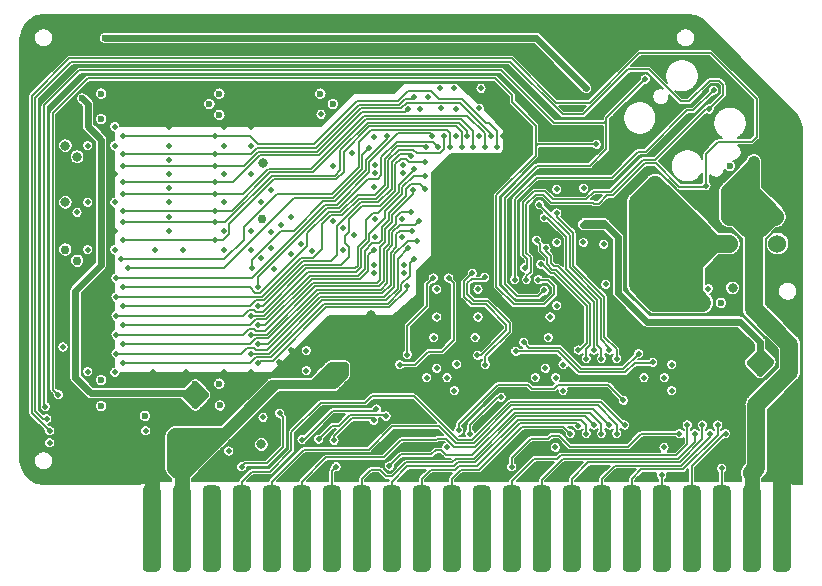
<source format=gbl>
G04 #@! TF.GenerationSoftware,KiCad,Pcbnew,(5.1.10-1-10_14)*
G04 #@! TF.CreationDate,2021-05-31T18:26:27-04:00*
G04 #@! TF.ProjectId,RAM2GS,52414d32-4753-42e6-9b69-6361645f7063,2.0*
G04 #@! TF.SameCoordinates,Original*
G04 #@! TF.FileFunction,Copper,L4,Bot*
G04 #@! TF.FilePolarity,Positive*
%FSLAX46Y46*%
G04 Gerber Fmt 4.6, Leading zero omitted, Abs format (unit mm)*
G04 Created by KiCad (PCBNEW (5.1.10-1-10_14)) date 2021-05-31 18:26:27*
%MOMM*%
%LPD*%
G01*
G04 APERTURE LIST*
G04 #@! TA.AperFunction,ComponentPad*
%ADD10C,2.000000*%
G04 #@! TD*
G04 #@! TA.AperFunction,ViaPad*
%ADD11C,0.500000*%
G04 #@! TD*
G04 #@! TA.AperFunction,ViaPad*
%ADD12C,0.600000*%
G04 #@! TD*
G04 #@! TA.AperFunction,ViaPad*
%ADD13C,0.800000*%
G04 #@! TD*
G04 #@! TA.AperFunction,ViaPad*
%ADD14C,0.762000*%
G04 #@! TD*
G04 #@! TA.AperFunction,ViaPad*
%ADD15C,1.524000*%
G04 #@! TD*
G04 #@! TA.AperFunction,ViaPad*
%ADD16C,1.000000*%
G04 #@! TD*
G04 #@! TA.AperFunction,ViaPad*
%ADD17C,0.508000*%
G04 #@! TD*
G04 #@! TA.AperFunction,Conductor*
%ADD18C,1.270000*%
G04 #@! TD*
G04 #@! TA.AperFunction,Conductor*
%ADD19C,1.524000*%
G04 #@! TD*
G04 #@! TA.AperFunction,Conductor*
%ADD20C,0.500000*%
G04 #@! TD*
G04 #@! TA.AperFunction,Conductor*
%ADD21C,0.150000*%
G04 #@! TD*
G04 #@! TA.AperFunction,Conductor*
%ADD22C,0.508000*%
G04 #@! TD*
G04 #@! TA.AperFunction,Conductor*
%ADD23C,1.000000*%
G04 #@! TD*
G04 #@! TA.AperFunction,Conductor*
%ADD24C,0.600000*%
G04 #@! TD*
G04 #@! TA.AperFunction,Conductor*
%ADD25C,0.100000*%
G04 #@! TD*
G04 APERTURE END LIST*
G04 #@! TA.AperFunction,SMDPad,CuDef*
G36*
G01*
X110236000Y-138571000D02*
X110236000Y-131993000D01*
G75*
G02*
X110617000Y-131612000I381000J0D01*
G01*
X111379000Y-131612000D01*
G75*
G02*
X111760000Y-131993000I0J-381000D01*
G01*
X111760000Y-138571000D01*
G75*
G02*
X111379000Y-138952000I-381000J0D01*
G01*
X110617000Y-138952000D01*
G75*
G02*
X110236000Y-138571000I0J381000D01*
G01*
G37*
G04 #@! TD.AperFunction*
G04 #@! TA.AperFunction,SMDPad,CuDef*
G36*
G01*
X107696000Y-138571000D02*
X107696000Y-131993000D01*
G75*
G02*
X108077000Y-131612000I381000J0D01*
G01*
X108839000Y-131612000D01*
G75*
G02*
X109220000Y-131993000I0J-381000D01*
G01*
X109220000Y-138571000D01*
G75*
G02*
X108839000Y-138952000I-381000J0D01*
G01*
X108077000Y-138952000D01*
G75*
G02*
X107696000Y-138571000I0J381000D01*
G01*
G37*
G04 #@! TD.AperFunction*
G04 #@! TA.AperFunction,SMDPad,CuDef*
G36*
G01*
X105156000Y-138571000D02*
X105156000Y-131993000D01*
G75*
G02*
X105537000Y-131612000I381000J0D01*
G01*
X106299000Y-131612000D01*
G75*
G02*
X106680000Y-131993000I0J-381000D01*
G01*
X106680000Y-138571000D01*
G75*
G02*
X106299000Y-138952000I-381000J0D01*
G01*
X105537000Y-138952000D01*
G75*
G02*
X105156000Y-138571000I0J381000D01*
G01*
G37*
G04 #@! TD.AperFunction*
G04 #@! TA.AperFunction,SMDPad,CuDef*
G36*
G01*
X102616000Y-138571000D02*
X102616000Y-131993000D01*
G75*
G02*
X102997000Y-131612000I381000J0D01*
G01*
X103759000Y-131612000D01*
G75*
G02*
X104140000Y-131993000I0J-381000D01*
G01*
X104140000Y-138571000D01*
G75*
G02*
X103759000Y-138952000I-381000J0D01*
G01*
X102997000Y-138952000D01*
G75*
G02*
X102616000Y-138571000I0J381000D01*
G01*
G37*
G04 #@! TD.AperFunction*
G04 #@! TA.AperFunction,SMDPad,CuDef*
G36*
G01*
X100076000Y-138571000D02*
X100076000Y-131993000D01*
G75*
G02*
X100457000Y-131612000I381000J0D01*
G01*
X101219000Y-131612000D01*
G75*
G02*
X101600000Y-131993000I0J-381000D01*
G01*
X101600000Y-138571000D01*
G75*
G02*
X101219000Y-138952000I-381000J0D01*
G01*
X100457000Y-138952000D01*
G75*
G02*
X100076000Y-138571000I0J381000D01*
G01*
G37*
G04 #@! TD.AperFunction*
G04 #@! TA.AperFunction,SMDPad,CuDef*
G36*
G01*
X97536000Y-138571000D02*
X97536000Y-131993000D01*
G75*
G02*
X97917000Y-131612000I381000J0D01*
G01*
X98679000Y-131612000D01*
G75*
G02*
X99060000Y-131993000I0J-381000D01*
G01*
X99060000Y-138571000D01*
G75*
G02*
X98679000Y-138952000I-381000J0D01*
G01*
X97917000Y-138952000D01*
G75*
G02*
X97536000Y-138571000I0J381000D01*
G01*
G37*
G04 #@! TD.AperFunction*
G04 #@! TA.AperFunction,SMDPad,CuDef*
G36*
G01*
X94996000Y-138571000D02*
X94996000Y-131993000D01*
G75*
G02*
X95377000Y-131612000I381000J0D01*
G01*
X96139000Y-131612000D01*
G75*
G02*
X96520000Y-131993000I0J-381000D01*
G01*
X96520000Y-138571000D01*
G75*
G02*
X96139000Y-138952000I-381000J0D01*
G01*
X95377000Y-138952000D01*
G75*
G02*
X94996000Y-138571000I0J381000D01*
G01*
G37*
G04 #@! TD.AperFunction*
G04 #@! TA.AperFunction,SMDPad,CuDef*
G36*
G01*
X92456000Y-138571000D02*
X92456000Y-131993000D01*
G75*
G02*
X92837000Y-131612000I381000J0D01*
G01*
X93599000Y-131612000D01*
G75*
G02*
X93980000Y-131993000I0J-381000D01*
G01*
X93980000Y-138571000D01*
G75*
G02*
X93599000Y-138952000I-381000J0D01*
G01*
X92837000Y-138952000D01*
G75*
G02*
X92456000Y-138571000I0J381000D01*
G01*
G37*
G04 #@! TD.AperFunction*
G04 #@! TA.AperFunction,SMDPad,CuDef*
G36*
G01*
X89916000Y-138571000D02*
X89916000Y-131993000D01*
G75*
G02*
X90297000Y-131612000I381000J0D01*
G01*
X91059000Y-131612000D01*
G75*
G02*
X91440000Y-131993000I0J-381000D01*
G01*
X91440000Y-138571000D01*
G75*
G02*
X91059000Y-138952000I-381000J0D01*
G01*
X90297000Y-138952000D01*
G75*
G02*
X89916000Y-138571000I0J381000D01*
G01*
G37*
G04 #@! TD.AperFunction*
G04 #@! TA.AperFunction,SMDPad,CuDef*
G36*
G01*
X87376000Y-138571000D02*
X87376000Y-131993000D01*
G75*
G02*
X87757000Y-131612000I381000J0D01*
G01*
X88519000Y-131612000D01*
G75*
G02*
X88900000Y-131993000I0J-381000D01*
G01*
X88900000Y-138571000D01*
G75*
G02*
X88519000Y-138952000I-381000J0D01*
G01*
X87757000Y-138952000D01*
G75*
G02*
X87376000Y-138571000I0J381000D01*
G01*
G37*
G04 #@! TD.AperFunction*
G04 #@! TA.AperFunction,SMDPad,CuDef*
G36*
G01*
X84836000Y-138571000D02*
X84836000Y-131993000D01*
G75*
G02*
X85217000Y-131612000I381000J0D01*
G01*
X85979000Y-131612000D01*
G75*
G02*
X86360000Y-131993000I0J-381000D01*
G01*
X86360000Y-138571000D01*
G75*
G02*
X85979000Y-138952000I-381000J0D01*
G01*
X85217000Y-138952000D01*
G75*
G02*
X84836000Y-138571000I0J381000D01*
G01*
G37*
G04 #@! TD.AperFunction*
G04 #@! TA.AperFunction,SMDPad,CuDef*
G36*
G01*
X82296000Y-138571000D02*
X82296000Y-131993000D01*
G75*
G02*
X82677000Y-131612000I381000J0D01*
G01*
X83439000Y-131612000D01*
G75*
G02*
X83820000Y-131993000I0J-381000D01*
G01*
X83820000Y-138571000D01*
G75*
G02*
X83439000Y-138952000I-381000J0D01*
G01*
X82677000Y-138952000D01*
G75*
G02*
X82296000Y-138571000I0J381000D01*
G01*
G37*
G04 #@! TD.AperFunction*
G04 #@! TA.AperFunction,SMDPad,CuDef*
G36*
G01*
X79756000Y-138571000D02*
X79756000Y-131993000D01*
G75*
G02*
X80137000Y-131612000I381000J0D01*
G01*
X80899000Y-131612000D01*
G75*
G02*
X81280000Y-131993000I0J-381000D01*
G01*
X81280000Y-138571000D01*
G75*
G02*
X80899000Y-138952000I-381000J0D01*
G01*
X80137000Y-138952000D01*
G75*
G02*
X79756000Y-138571000I0J381000D01*
G01*
G37*
G04 #@! TD.AperFunction*
G04 #@! TA.AperFunction,SMDPad,CuDef*
G36*
G01*
X77216000Y-138571000D02*
X77216000Y-131993000D01*
G75*
G02*
X77597000Y-131612000I381000J0D01*
G01*
X78359000Y-131612000D01*
G75*
G02*
X78740000Y-131993000I0J-381000D01*
G01*
X78740000Y-138571000D01*
G75*
G02*
X78359000Y-138952000I-381000J0D01*
G01*
X77597000Y-138952000D01*
G75*
G02*
X77216000Y-138571000I0J381000D01*
G01*
G37*
G04 #@! TD.AperFunction*
G04 #@! TA.AperFunction,SMDPad,CuDef*
G36*
G01*
X74676000Y-138571000D02*
X74676000Y-131993000D01*
G75*
G02*
X75057000Y-131612000I381000J0D01*
G01*
X75819000Y-131612000D01*
G75*
G02*
X76200000Y-131993000I0J-381000D01*
G01*
X76200000Y-138571000D01*
G75*
G02*
X75819000Y-138952000I-381000J0D01*
G01*
X75057000Y-138952000D01*
G75*
G02*
X74676000Y-138571000I0J381000D01*
G01*
G37*
G04 #@! TD.AperFunction*
G04 #@! TA.AperFunction,SMDPad,CuDef*
G36*
G01*
X72136000Y-138571000D02*
X72136000Y-131993000D01*
G75*
G02*
X72517000Y-131612000I381000J0D01*
G01*
X73279000Y-131612000D01*
G75*
G02*
X73660000Y-131993000I0J-381000D01*
G01*
X73660000Y-138571000D01*
G75*
G02*
X73279000Y-138952000I-381000J0D01*
G01*
X72517000Y-138952000D01*
G75*
G02*
X72136000Y-138571000I0J381000D01*
G01*
G37*
G04 #@! TD.AperFunction*
G04 #@! TA.AperFunction,SMDPad,CuDef*
G36*
G01*
X69596000Y-138571000D02*
X69596000Y-131993000D01*
G75*
G02*
X69977000Y-131612000I381000J0D01*
G01*
X70739000Y-131612000D01*
G75*
G02*
X71120000Y-131993000I0J-381000D01*
G01*
X71120000Y-138571000D01*
G75*
G02*
X70739000Y-138952000I-381000J0D01*
G01*
X69977000Y-138952000D01*
G75*
G02*
X69596000Y-138571000I0J381000D01*
G01*
G37*
G04 #@! TD.AperFunction*
G04 #@! TA.AperFunction,SMDPad,CuDef*
G36*
G01*
X67056000Y-138571000D02*
X67056000Y-131993000D01*
G75*
G02*
X67437000Y-131612000I381000J0D01*
G01*
X68199000Y-131612000D01*
G75*
G02*
X68580000Y-131993000I0J-381000D01*
G01*
X68580000Y-138571000D01*
G75*
G02*
X68199000Y-138952000I-381000J0D01*
G01*
X67437000Y-138952000D01*
G75*
G02*
X67056000Y-138571000I0J381000D01*
G01*
G37*
G04 #@! TD.AperFunction*
G04 #@! TA.AperFunction,SMDPad,CuDef*
G36*
G01*
X64516000Y-138571000D02*
X64516000Y-131993000D01*
G75*
G02*
X64897000Y-131612000I381000J0D01*
G01*
X65659000Y-131612000D01*
G75*
G02*
X66040000Y-131993000I0J-381000D01*
G01*
X66040000Y-138571000D01*
G75*
G02*
X65659000Y-138952000I-381000J0D01*
G01*
X64897000Y-138952000D01*
G75*
G02*
X64516000Y-138571000I0J381000D01*
G01*
G37*
G04 #@! TD.AperFunction*
G04 #@! TA.AperFunction,SMDPad,CuDef*
G36*
G01*
X61976000Y-138571000D02*
X61976000Y-131993000D01*
G75*
G02*
X62357000Y-131612000I381000J0D01*
G01*
X63119000Y-131612000D01*
G75*
G02*
X63500000Y-131993000I0J-381000D01*
G01*
X63500000Y-138571000D01*
G75*
G02*
X63119000Y-138952000I-381000J0D01*
G01*
X62357000Y-138952000D01*
G75*
G02*
X61976000Y-138571000I0J381000D01*
G01*
G37*
G04 #@! TD.AperFunction*
G04 #@! TA.AperFunction,SMDPad,CuDef*
G36*
G01*
X59436000Y-138571000D02*
X59436000Y-131993000D01*
G75*
G02*
X59817000Y-131612000I381000J0D01*
G01*
X60579000Y-131612000D01*
G75*
G02*
X60960000Y-131993000I0J-381000D01*
G01*
X60960000Y-138571000D01*
G75*
G02*
X60579000Y-138952000I-381000J0D01*
G01*
X59817000Y-138952000D01*
G75*
G02*
X59436000Y-138571000I0J381000D01*
G01*
G37*
G04 #@! TD.AperFunction*
G04 #@! TA.AperFunction,SMDPad,CuDef*
G36*
G01*
X56896000Y-138571000D02*
X56896000Y-131993000D01*
G75*
G02*
X57277000Y-131612000I381000J0D01*
G01*
X58039000Y-131612000D01*
G75*
G02*
X58420000Y-131993000I0J-381000D01*
G01*
X58420000Y-138571000D01*
G75*
G02*
X58039000Y-138952000I-381000J0D01*
G01*
X57277000Y-138952000D01*
G75*
G02*
X56896000Y-138571000I0J381000D01*
G01*
G37*
G04 #@! TD.AperFunction*
D10*
X110998000Y-130175000D03*
D11*
X82650000Y-124000000D03*
X102400000Y-123600000D03*
D12*
X99300000Y-124000000D03*
X90100000Y-124000000D03*
D11*
X84000000Y-123600000D03*
X93200000Y-123600000D03*
X101050000Y-124000000D03*
X71750000Y-124000000D03*
X102400000Y-121400000D03*
X91850000Y-124000000D03*
D12*
X80900000Y-124000000D03*
X100200000Y-124850000D03*
X73500000Y-124000000D03*
D11*
X107150000Y-118500000D03*
X63750000Y-102850000D03*
X66050000Y-102850000D03*
X79950000Y-127250000D03*
X80600000Y-128400000D03*
X74100000Y-127250000D03*
X54550000Y-105250000D03*
D13*
X51350000Y-100400000D03*
D11*
X60060000Y-99799000D03*
X59150000Y-105250000D03*
X59150000Y-101250000D03*
X59150000Y-102850000D03*
X59150000Y-107650000D03*
X59150000Y-110050000D03*
X60350000Y-111650000D03*
X57950000Y-111650000D03*
X51350000Y-109300000D03*
D14*
X51350000Y-105200000D03*
D11*
X63750000Y-111650000D03*
X59150000Y-104050000D03*
X57750000Y-122050000D03*
X59150000Y-106450000D03*
X60550000Y-122050000D03*
X59150000Y-108850000D03*
X63750000Y-107650000D03*
X66050000Y-111650000D03*
X54550000Y-110050000D03*
X52250000Y-110050000D03*
X63750000Y-101250000D03*
X66050000Y-101250000D03*
X98350000Y-127250000D03*
X99000000Y-128400000D03*
X89150000Y-127250000D03*
X89800000Y-128400000D03*
X89150000Y-129550000D03*
X63750000Y-122050000D03*
X66050000Y-122050000D03*
D15*
X57658000Y-130556000D03*
D11*
X104648000Y-130937000D03*
X61722000Y-130937000D03*
X46990000Y-97663000D03*
X112014000Y-100965000D03*
X74168000Y-130937000D03*
X102108000Y-130937000D03*
X64008000Y-130937000D03*
X106680000Y-95377000D03*
X98171000Y-92202000D03*
X93091000Y-92202000D03*
X88011000Y-92202000D03*
X82931000Y-92202000D03*
X77851000Y-92202000D03*
X72771000Y-92202000D03*
X67691000Y-92202000D03*
X62611000Y-92202000D03*
X57531000Y-92202000D03*
X52451000Y-92202000D03*
X46990000Y-128143000D03*
X112014000Y-112649000D03*
X112014000Y-117729000D03*
X49911000Y-131064000D03*
X94488000Y-130937000D03*
X99568000Y-130937000D03*
X106807000Y-130937000D03*
X72898000Y-97663000D03*
X79248000Y-130937000D03*
X76708000Y-130937000D03*
X71628000Y-130937000D03*
X81788000Y-130937000D03*
X91948000Y-130937000D03*
X89408000Y-130937000D03*
X97028000Y-130937000D03*
X66548000Y-130937000D03*
X69088000Y-130937000D03*
X84328000Y-130937000D03*
X86868000Y-130937000D03*
X109347000Y-98044000D03*
X81950000Y-129150000D03*
X66950000Y-112400000D03*
X107162600Y-129870200D03*
X112014000Y-127889000D03*
D15*
X106600000Y-113450000D03*
D11*
X82000000Y-128150000D03*
X81500000Y-127250000D03*
X57531000Y-97663000D03*
X95631000Y-94742000D03*
D16*
X110350000Y-104200000D03*
X111550000Y-105550000D03*
D13*
X110350000Y-106800000D03*
D16*
X110100000Y-116150000D03*
D11*
X50038000Y-100076000D03*
D15*
X110450000Y-113450000D03*
D11*
X50038000Y-94742000D03*
X66950000Y-107600000D03*
X69050000Y-124400000D03*
X112014000Y-107569000D03*
X50038000Y-115443000D03*
X46990000Y-112903000D03*
X46990000Y-117983000D03*
X46990000Y-102743000D03*
X46990000Y-107823000D03*
X46990000Y-123063000D03*
D13*
X50350000Y-106150000D03*
D14*
X50350000Y-110150000D03*
D13*
X50350000Y-101350000D03*
D11*
X105100000Y-109050000D03*
X68200000Y-127150000D03*
X91000000Y-127150000D03*
X100550000Y-127750000D03*
D12*
X74500000Y-129800000D03*
D11*
X77200000Y-126750000D03*
X86800000Y-125000000D03*
X73850000Y-109850000D03*
X67800000Y-111550000D03*
X73050000Y-109250000D03*
X69500000Y-108850000D03*
X68650000Y-109550000D03*
D13*
X74650000Y-118750000D03*
D11*
X68450000Y-121200000D03*
X69500000Y-120150000D03*
D12*
X64900000Y-100600000D03*
X54900000Y-98450000D03*
X55750000Y-99350000D03*
X54900000Y-100250000D03*
X64900000Y-98450000D03*
X65750000Y-99350000D03*
X54900000Y-124850000D03*
X65750000Y-123950000D03*
X64900000Y-122700000D03*
D13*
X76250000Y-117200000D03*
D11*
X73850000Y-111650000D03*
D12*
X110050000Y-119900000D03*
X108250000Y-119900000D03*
X110100000Y-126400000D03*
D11*
X107550000Y-127300000D03*
D14*
X58350000Y-127550000D03*
D11*
X89900000Y-117350000D03*
X86000000Y-117350000D03*
X82500000Y-117350000D03*
X76600000Y-110550000D03*
X78850000Y-110550000D03*
X76600000Y-104450000D03*
X80400000Y-99750000D03*
X87400000Y-99750000D03*
X94200000Y-112550000D03*
X94250000Y-108300000D03*
X95950000Y-108200000D03*
X95950000Y-112400000D03*
X95100000Y-113350000D03*
X90050000Y-119100000D03*
X89100000Y-118250000D03*
X87200000Y-118250000D03*
X86250000Y-119100000D03*
X82750000Y-119100000D03*
X76500000Y-106350000D03*
X78950000Y-104450000D03*
X82500000Y-115000000D03*
X86000000Y-115000000D03*
X87400000Y-102000000D03*
X91950000Y-105050000D03*
X91950000Y-112550000D03*
X89900000Y-115100000D03*
X95300000Y-107250000D03*
X94200000Y-105050000D03*
X82150000Y-99700000D03*
X82050000Y-98000000D03*
X86750000Y-98000000D03*
X89650000Y-99700000D03*
X89550000Y-98000000D03*
X93100000Y-98000000D03*
X93100000Y-99700000D03*
D12*
X101800000Y-101800000D03*
X102400000Y-102700000D03*
D11*
X79000000Y-113650000D03*
X76500000Y-113650000D03*
X74650000Y-103500000D03*
D12*
X62550000Y-129950000D03*
D11*
X64900000Y-124800000D03*
D12*
X60000000Y-123050000D03*
X60000000Y-124850000D03*
X54900000Y-123000000D03*
D11*
X80391000Y-94742000D03*
X76450000Y-102100000D03*
X81100000Y-98700000D03*
X78250000Y-117550000D03*
D13*
X65250000Y-128150000D03*
D11*
X51100000Y-97600000D03*
X67800000Y-106600000D03*
X54991000Y-94742000D03*
X77851000Y-97663000D03*
X62611000Y-97663000D03*
X67691000Y-97663000D03*
D12*
X69800000Y-99350000D03*
X70850000Y-98450000D03*
X70850000Y-100250000D03*
D11*
X98171000Y-97282000D03*
X87700000Y-98800000D03*
X92150000Y-98700000D03*
X100076000Y-95504000D03*
D12*
X50546000Y-130302000D03*
X52070000Y-129540000D03*
D11*
X94400000Y-102250000D03*
X98800000Y-105850000D03*
X74800000Y-110400000D03*
D12*
X57086500Y-128905000D03*
D11*
X48300000Y-99000000D03*
X88138000Y-130048000D03*
X102350000Y-127250000D03*
X95750000Y-127250000D03*
X77775000Y-129975000D03*
X65278000Y-130048000D03*
X68500000Y-125500000D03*
X97700000Y-126500000D03*
X97050000Y-127250000D03*
X96400000Y-126500000D03*
X93100000Y-127250000D03*
X95100000Y-126500000D03*
X94450000Y-127250000D03*
X93800000Y-126550000D03*
X103000000Y-126500000D03*
X103650000Y-127250000D03*
X104300000Y-126500000D03*
X104950000Y-127250000D03*
X105600000Y-126500000D03*
X106250000Y-127250000D03*
X105918000Y-130175000D03*
X100838000Y-130746500D03*
X83650000Y-126950000D03*
X97600000Y-124400000D03*
X73100000Y-127800000D03*
X76450000Y-126100000D03*
X73279000Y-130048000D03*
X76700000Y-125150000D03*
X70400000Y-127750000D03*
X77500000Y-125750000D03*
X71800000Y-127700000D03*
X84600000Y-127250000D03*
X87249000Y-124142500D03*
X91000000Y-121700000D03*
X90150000Y-122500000D03*
X92500000Y-123600000D03*
X83500000Y-121350000D03*
X83300000Y-123600000D03*
X81800000Y-121700000D03*
X80950000Y-122500000D03*
X101700000Y-121400000D03*
X99350000Y-122500000D03*
X101700000Y-123600000D03*
X73050000Y-104600000D03*
D13*
X66950000Y-128150000D03*
D12*
X73000000Y-99350000D03*
D11*
X104800000Y-114950000D03*
X54550000Y-107650000D03*
X52250000Y-102850000D03*
X52250000Y-107650000D03*
X52250000Y-111650000D03*
X54550000Y-122050000D03*
X66050000Y-105250000D03*
X63750000Y-105250000D03*
D14*
X51350000Y-112600000D03*
D11*
X51350000Y-108500000D03*
D17*
X54550000Y-101250000D03*
X54550000Y-111650000D03*
D12*
X63400000Y-123000000D03*
D13*
X51350000Y-103800000D03*
D17*
X54550000Y-102850000D03*
D11*
X82675000Y-122500000D03*
X91875000Y-122500000D03*
X63750000Y-110050000D03*
X66050000Y-110050000D03*
X82650000Y-128400000D03*
D16*
X100300000Y-111650000D03*
D15*
X104150000Y-111150000D03*
D16*
X100300000Y-110150000D03*
D15*
X110650000Y-111150000D03*
D16*
X100300000Y-113150000D03*
X100300000Y-108650000D03*
D15*
X102300000Y-108150000D03*
X102300000Y-114150000D03*
D16*
X100300000Y-116150000D03*
X102300000Y-116150000D03*
X104300000Y-116150000D03*
D12*
X105850000Y-116150000D03*
D13*
X106850000Y-114900000D03*
D11*
X91850000Y-128400000D03*
X101050000Y-128400000D03*
D13*
X50350000Y-107650000D03*
D14*
X50350000Y-111650000D03*
D13*
X50350000Y-102850000D03*
D16*
X100300000Y-114650000D03*
X100300000Y-106150000D03*
D11*
X70350000Y-111150000D03*
X69500000Y-112000000D03*
X71250000Y-111750000D03*
X68050000Y-113300000D03*
X67800000Y-110150000D03*
D15*
X106550000Y-111150000D03*
D11*
X70750000Y-121900000D03*
X70750000Y-120200000D03*
D12*
X53400000Y-100600000D03*
X53400000Y-98450000D03*
X63400000Y-100250000D03*
X62550000Y-99350000D03*
X63400000Y-98450000D03*
X53400000Y-122700000D03*
X106625000Y-104575000D03*
D11*
X91400000Y-117350000D03*
X85300000Y-117350000D03*
X81800000Y-117350000D03*
X78850000Y-109050000D03*
X76600000Y-109050000D03*
X76600000Y-105150000D03*
X83400000Y-99750000D03*
X94200000Y-111050000D03*
X95950000Y-111200000D03*
X91250000Y-119100000D03*
X85050000Y-119100000D03*
X81550000Y-119100000D03*
X78950000Y-105150000D03*
X81800000Y-115000000D03*
X85300000Y-115000000D03*
X83400000Y-102000000D03*
X85400000Y-102000000D03*
X91950000Y-111050000D03*
X94250000Y-106450000D03*
X83250000Y-98000000D03*
X85550000Y-98000000D03*
X91950000Y-116400000D03*
X91950000Y-106550000D03*
X79000000Y-112950000D03*
X76500000Y-112950000D03*
D12*
X53400000Y-124900000D03*
D11*
X85400000Y-99700000D03*
X67100000Y-125850000D03*
D14*
X67000000Y-109100000D03*
D12*
X71950000Y-98450000D03*
D11*
X72000000Y-100200000D03*
X101075000Y-122500000D03*
X64200000Y-128700000D03*
D12*
X63450000Y-124850000D03*
D11*
X57150000Y-127000000D03*
D12*
X57086500Y-125730000D03*
D11*
X49022000Y-128016000D03*
X52250000Y-122000000D03*
X50150000Y-119900000D03*
D13*
X67100000Y-104300000D03*
D11*
X96100000Y-114600000D03*
X92500000Y-121400000D03*
X81500000Y-114050000D03*
X79300000Y-120550000D03*
X78650000Y-121400000D03*
X82800000Y-114050000D03*
X85900000Y-121400000D03*
X85850000Y-114000000D03*
X85250000Y-120600000D03*
X84800000Y-113650000D03*
X90600000Y-112900000D03*
X93800000Y-120150000D03*
X90250000Y-110850000D03*
X94450000Y-120900000D03*
X91050000Y-111550000D03*
X95100000Y-120150000D03*
X90900000Y-108950000D03*
X95750000Y-120900000D03*
X90500000Y-107850000D03*
X96400000Y-120150000D03*
X91950000Y-108550000D03*
X97050000Y-120900000D03*
D17*
X55250000Y-102050000D03*
X63050000Y-102050000D03*
D11*
X86900000Y-102950000D03*
X63050000Y-104550000D03*
X55250000Y-104550000D03*
X86400000Y-102000000D03*
D17*
X63050000Y-103550000D03*
X55250000Y-103550000D03*
D11*
X79900000Y-98700000D03*
X79400000Y-99750000D03*
D17*
X55250000Y-105950000D03*
D11*
X63050000Y-105950000D03*
X83900000Y-102950000D03*
D17*
X55250000Y-110850000D03*
D11*
X63050000Y-110850000D03*
X63050000Y-108350000D03*
D17*
X55250000Y-108350000D03*
D11*
X84900000Y-102950000D03*
X84400000Y-102000000D03*
X63050000Y-109350000D03*
X55250000Y-109350000D03*
X85900000Y-102950000D03*
X55250000Y-106950000D03*
X63050000Y-106950000D03*
X66150000Y-113250000D03*
X77600000Y-102000000D03*
X66650000Y-114850000D03*
X81900000Y-102950000D03*
X66700000Y-116450000D03*
X80800000Y-104200000D03*
X66100000Y-117250000D03*
X80800000Y-105400000D03*
X66700000Y-118050000D03*
X76500000Y-111650000D03*
X66100000Y-118850000D03*
X79650000Y-108450000D03*
X66700000Y-119650000D03*
X79700000Y-110050000D03*
X66100000Y-120450000D03*
X79400000Y-111550000D03*
X66700000Y-121250000D03*
X79300000Y-114750000D03*
X55200000Y-121250000D03*
X79850000Y-112450000D03*
X54650000Y-120450000D03*
X80150000Y-110900000D03*
X55200000Y-119650000D03*
X80300000Y-109200000D03*
X54650000Y-118850000D03*
X79800000Y-106600000D03*
X55200000Y-118050000D03*
X80800000Y-106500000D03*
X54650000Y-117250000D03*
X79900000Y-104800000D03*
X55200000Y-116450000D03*
X79600000Y-103700000D03*
X82400000Y-102000000D03*
X54650000Y-115650000D03*
X55200000Y-114850000D03*
X80900000Y-103000000D03*
X81400000Y-102000000D03*
X54650000Y-114050000D03*
X55650000Y-113250000D03*
X76100000Y-103050000D03*
X82900000Y-102950000D03*
D17*
X55100000Y-112450000D03*
D11*
X73475000Y-122500000D03*
D15*
X108458000Y-130556000D03*
X60198000Y-130556000D03*
D11*
X72600000Y-121650000D03*
D15*
X106600000Y-108850000D03*
X108650000Y-107150000D03*
X110450000Y-108850000D03*
D16*
X108650000Y-104200000D03*
X107500000Y-105550000D03*
D13*
X59750000Y-127550000D03*
D11*
X74050000Y-121400000D03*
D12*
X109150000Y-122100000D03*
D11*
X108300000Y-121200000D03*
D12*
X110050000Y-121100000D03*
D11*
X95950000Y-109400000D03*
X94200000Y-109550000D03*
D12*
X61350000Y-124850000D03*
X61350000Y-123050000D03*
X51800000Y-98850000D03*
D11*
X62200000Y-123950000D03*
D12*
X53721000Y-93726000D03*
X94450000Y-97950000D03*
D11*
X104850000Y-99750000D03*
X89250000Y-113200000D03*
X48768000Y-125984000D03*
X104600000Y-106250000D03*
X89400000Y-114200000D03*
X49022000Y-127000000D03*
X88500000Y-120250000D03*
X100100000Y-121200000D03*
X90900000Y-115100000D03*
X99450000Y-97200000D03*
X48650000Y-124950000D03*
X98900000Y-120450000D03*
X88400000Y-114200000D03*
X105250000Y-98150000D03*
X89150000Y-119500000D03*
X90400000Y-114200000D03*
X49750000Y-123950000D03*
X95300000Y-102750000D03*
D18*
X57658000Y-130556000D02*
X57658000Y-135382000D01*
D19*
X110998000Y-135382000D02*
X110998000Y-130175000D01*
D20*
X69500000Y-120150000D02*
X69650000Y-120300000D01*
X68450000Y-121200000D02*
X68600000Y-121350000D01*
D21*
X99100000Y-127250000D02*
X102350000Y-127250000D01*
X98016500Y-128333500D02*
X99100000Y-127250000D01*
X91500000Y-127400000D02*
X92150000Y-127400000D01*
X91250000Y-127650000D02*
X91500000Y-127400000D01*
X89764000Y-127650000D02*
X91250000Y-127650000D01*
X88138000Y-129276000D02*
X89764000Y-127650000D01*
X93083500Y-128333500D02*
X98016500Y-128333500D01*
X92150000Y-127400000D02*
X93083500Y-128333500D01*
X88138000Y-130048000D02*
X88138000Y-129276000D01*
X95750000Y-126450000D02*
X95750000Y-127250000D01*
X94749990Y-125449990D02*
X95750000Y-126450000D01*
X88400010Y-125449990D02*
X94749990Y-125449990D01*
X84800000Y-129050000D02*
X88400010Y-125449990D01*
X82599981Y-129050000D02*
X84800000Y-129050000D01*
X82199981Y-128650000D02*
X82599981Y-129050000D01*
X81700000Y-128650000D02*
X82199981Y-128650000D01*
X81350000Y-129000000D02*
X81700000Y-128650000D01*
X78750000Y-129000000D02*
X81350000Y-129000000D01*
X77775000Y-129975000D02*
X78750000Y-129000000D01*
X65576000Y-129750000D02*
X65278000Y-130048000D01*
X68500000Y-125500000D02*
X68800000Y-125800000D01*
X68800000Y-125800000D02*
X68800000Y-128350000D01*
X67400000Y-129750000D02*
X65576000Y-129750000D01*
X68800000Y-128350000D02*
X67400000Y-129750000D01*
X67700000Y-130450000D02*
X66146000Y-130450000D01*
X87990928Y-124549960D02*
X84790898Y-127749990D01*
X69500000Y-128650000D02*
X67700000Y-130450000D01*
X75750000Y-124600000D02*
X71996000Y-124600000D01*
X76300000Y-124050000D02*
X75750000Y-124600000D01*
X79874278Y-124050000D02*
X76300000Y-124050000D01*
X83574268Y-127749990D02*
X79874278Y-124050000D01*
X84790898Y-127749990D02*
X83574268Y-127749990D01*
X69500000Y-127096000D02*
X69500000Y-128650000D01*
X65278000Y-131318000D02*
X65278000Y-135382000D01*
X95699960Y-124549960D02*
X87990928Y-124549960D01*
X66146000Y-130450000D02*
X65278000Y-131318000D01*
X71996000Y-124600000D02*
X69500000Y-127096000D01*
X97700000Y-126550000D02*
X95699960Y-124549960D01*
X67818000Y-131318000D02*
X67818000Y-135382000D01*
X82000000Y-126600000D02*
X78050000Y-126600000D01*
X78050000Y-126600000D02*
X76050000Y-128600000D01*
X88115196Y-124849970D02*
X84915166Y-128050000D01*
X84915166Y-128050000D02*
X83450000Y-128050000D01*
X95437470Y-124849970D02*
X88115196Y-124849970D01*
X83450000Y-128050000D02*
X82000000Y-126600000D01*
X76050000Y-128600000D02*
X70536000Y-128600000D01*
X97050000Y-126462500D02*
X95437470Y-124849970D01*
X97050000Y-127250000D02*
X97050000Y-126462500D01*
X70536000Y-128600000D02*
X67818000Y-131318000D01*
X70358000Y-135382000D02*
X70358000Y-131318000D01*
X95049980Y-125149980D02*
X96400000Y-126500000D01*
X72426000Y-129250000D02*
X77300000Y-129250000D01*
X83300000Y-128350000D02*
X85052305Y-128350000D01*
X77300000Y-129250000D02*
X78800000Y-127750000D01*
X81700000Y-127750000D02*
X81800000Y-127650000D01*
X88252325Y-125149980D02*
X95049980Y-125149980D01*
X85052305Y-128350000D02*
X88252325Y-125149980D01*
X82600000Y-127650000D02*
X83300000Y-128350000D01*
X81800000Y-127650000D02*
X82600000Y-127650000D01*
X78800000Y-127750000D02*
X81700000Y-127750000D01*
X70358000Y-131318000D02*
X72426000Y-129250000D01*
X83058000Y-131064000D02*
X83058000Y-135382000D01*
X83820000Y-130302000D02*
X83058000Y-131064000D01*
X85398000Y-130302000D02*
X83820000Y-130302000D01*
X89050000Y-126650000D02*
X85398000Y-130302000D01*
X92500000Y-126650000D02*
X89050000Y-126650000D01*
X93100000Y-127250000D02*
X92500000Y-126650000D01*
X94350000Y-125750000D02*
X95100000Y-126500000D01*
X84950000Y-129350000D02*
X88550000Y-125750000D01*
X83438500Y-129350000D02*
X84950000Y-129350000D01*
X83121500Y-129667000D02*
X83438500Y-129350000D01*
X79203000Y-129667000D02*
X83121500Y-129667000D01*
X88550000Y-125750000D02*
X94350000Y-125750000D01*
X78020000Y-130850000D02*
X79203000Y-129667000D01*
X76993750Y-130302000D02*
X77541750Y-130850000D01*
X76200000Y-130302000D02*
X76993750Y-130302000D01*
X75438000Y-131064000D02*
X76200000Y-130302000D01*
X77541750Y-130850000D02*
X78020000Y-130850000D01*
X75438000Y-135382000D02*
X75438000Y-131064000D01*
X77978000Y-131322000D02*
X77978000Y-135382000D01*
X83248500Y-129984500D02*
X79315500Y-129984500D01*
X83566000Y-129667000D02*
X83248500Y-129984500D01*
X85083000Y-129667000D02*
X83566000Y-129667000D01*
X94000000Y-126050000D02*
X88700000Y-126050000D01*
X88700000Y-126050000D02*
X85083000Y-129667000D01*
X79315500Y-129984500D02*
X77978000Y-131322000D01*
X94450000Y-126500000D02*
X94000000Y-126050000D01*
X94450000Y-127250000D02*
X94450000Y-126500000D01*
X81280000Y-130302000D02*
X80518000Y-131064000D01*
X83375500Y-130302000D02*
X81280000Y-130302000D01*
X83693000Y-129984500D02*
X83375500Y-130302000D01*
X88850000Y-126350000D02*
X85215500Y-129984500D01*
X85215500Y-129984500D02*
X83693000Y-129984500D01*
X80518000Y-131064000D02*
X80518000Y-135382000D01*
X93800000Y-126550000D02*
X93600000Y-126350000D01*
X93600000Y-126350000D02*
X88850000Y-126350000D01*
X103000000Y-126500000D02*
X103000000Y-128140000D01*
X103000000Y-128140000D02*
X102090000Y-129050000D01*
X92000000Y-129350000D02*
X90050000Y-129350000D01*
X102090000Y-129050000D02*
X92300000Y-129050000D01*
X92300000Y-129050000D02*
X92000000Y-129350000D01*
X90050000Y-129350000D02*
X88138000Y-131262000D01*
X88138000Y-131262000D02*
X88138000Y-135382000D01*
X90678000Y-131122000D02*
X90678000Y-135382000D01*
X92450000Y-129350000D02*
X90678000Y-131122000D01*
X102234500Y-129350000D02*
X92450000Y-129350000D01*
X103650000Y-127934500D02*
X102234500Y-129350000D01*
X103650000Y-127250000D02*
X103650000Y-127934500D01*
X93218000Y-131082000D02*
X93218000Y-135382000D01*
X94650000Y-129650000D02*
X93218000Y-131082000D01*
X102379000Y-129650000D02*
X94650000Y-129650000D01*
X104300000Y-126500000D02*
X104300000Y-127729000D01*
X104300000Y-127729000D02*
X102379000Y-129650000D01*
X102523500Y-129950000D02*
X96875000Y-129950000D01*
X96875000Y-129950000D02*
X95758000Y-131067000D01*
X104950000Y-127523500D02*
X102523500Y-129950000D01*
X95758000Y-131067000D02*
X95758000Y-135382000D01*
X104950000Y-127250000D02*
X104950000Y-127523500D01*
X98298000Y-131064000D02*
X98298000Y-135382000D01*
X102668000Y-130250000D02*
X99112000Y-130250000D01*
X99112000Y-130250000D02*
X98298000Y-131064000D01*
X105600000Y-127318000D02*
X102668000Y-130250000D01*
X105600000Y-126500000D02*
X105600000Y-127318000D01*
X103378000Y-129984500D02*
X103378000Y-135382000D01*
X106112500Y-127250000D02*
X103378000Y-129984500D01*
X106250000Y-127250000D02*
X106112500Y-127250000D01*
X105918000Y-130175000D02*
X105918000Y-135382000D01*
X100838000Y-130746500D02*
X100838000Y-135382000D01*
X96300000Y-123100000D02*
X97600000Y-124400000D01*
X92050000Y-123100000D02*
X96300000Y-123100000D01*
X89850000Y-123450000D02*
X91700000Y-123450000D01*
X89500000Y-123100000D02*
X89850000Y-123450000D01*
X83650000Y-126425000D02*
X86975000Y-123100000D01*
X86975000Y-123100000D02*
X89500000Y-123100000D01*
X83650000Y-126950000D02*
X83650000Y-126425000D01*
X91700000Y-123450000D02*
X92050000Y-123100000D01*
X73100000Y-127450000D02*
X73100000Y-127800000D01*
X74600000Y-125950000D02*
X73100000Y-127450000D01*
X76300000Y-125950000D02*
X74600000Y-125950000D01*
X76450000Y-126100000D02*
X76300000Y-125950000D01*
X73279000Y-130048000D02*
X72898000Y-130429000D01*
X72898000Y-130429000D02*
X72898000Y-135382000D01*
X76550000Y-125300000D02*
X76700000Y-125150000D01*
X73000000Y-125300000D02*
X76550000Y-125300000D01*
X70550000Y-127750000D02*
X73000000Y-125300000D01*
X70400000Y-127750000D02*
X70550000Y-127750000D01*
X74475000Y-125625000D02*
X73550000Y-126550000D01*
X72950000Y-126550000D02*
X71800000Y-127700000D01*
X77375000Y-125625000D02*
X74475000Y-125625000D01*
X73550000Y-126550000D02*
X72950000Y-126550000D01*
X77500000Y-125750000D02*
X77375000Y-125625000D01*
X84600000Y-126500000D02*
X84600000Y-127250000D01*
X86957500Y-124142500D02*
X84600000Y-126500000D01*
X87249000Y-124142500D02*
X86957500Y-124142500D01*
D19*
X100300000Y-106150000D02*
X100300000Y-116150000D01*
X104300000Y-116150000D02*
X100300000Y-116150000D01*
X102300000Y-116150000D02*
X102300000Y-114150000D01*
X102300000Y-108150000D02*
X102300000Y-114150000D01*
X102300000Y-114150000D02*
X100300000Y-114150000D01*
X102300000Y-108150000D02*
X100300000Y-106150000D01*
X100300000Y-108150000D02*
X102300000Y-108150000D01*
X100300000Y-116150000D02*
X102300000Y-114150000D01*
X104300000Y-116150000D02*
X102300000Y-114150000D01*
X102300000Y-114150000D02*
X100300000Y-112150000D01*
X100300000Y-110150000D02*
X102300000Y-108150000D01*
X101300000Y-111150000D02*
X100300000Y-112150000D01*
X104150000Y-111150000D02*
X101300000Y-111150000D01*
X101300000Y-111150000D02*
X100300000Y-110150000D01*
X102300000Y-112150000D02*
X100300000Y-110150000D01*
X102300000Y-114150000D02*
X102300000Y-112150000D01*
X102300000Y-110150000D02*
X100300000Y-112150000D01*
X102300000Y-108150000D02*
X102300000Y-110150000D01*
X102300000Y-113000000D02*
X104150000Y-111150000D01*
X102300000Y-114150000D02*
X102300000Y-113000000D01*
X102300000Y-109300000D02*
X104150000Y-111150000D01*
X102300000Y-108150000D02*
X102300000Y-109300000D01*
X104150000Y-110000000D02*
X104150000Y-111150000D01*
X102300000Y-108150000D02*
X104150000Y-110000000D01*
X102300000Y-108150000D02*
X105300000Y-111150000D01*
X102300000Y-114150000D02*
X105300000Y-111150000D01*
X104300000Y-116150000D02*
X103600000Y-115450000D01*
X103600000Y-111700000D02*
X104150000Y-111150000D01*
X103600000Y-115450000D02*
X103600000Y-111700000D01*
X105300000Y-111150000D02*
X106550000Y-111150000D01*
X106550000Y-111150000D02*
X104150000Y-111150000D01*
X100300000Y-106150000D02*
X98800000Y-107650000D01*
X98800000Y-114650000D02*
X100300000Y-116150000D01*
X98800000Y-107650000D02*
X98800000Y-114650000D01*
D21*
X80950000Y-114600000D02*
X81500000Y-114050000D01*
X80950000Y-116450000D02*
X80950000Y-114600000D01*
X79300000Y-120550000D02*
X79300000Y-118100000D01*
X79300000Y-118100000D02*
X80950000Y-116450000D01*
X80000000Y-121400000D02*
X78650000Y-121400000D01*
X82250000Y-120300000D02*
X81100000Y-120300000D01*
X83250000Y-119300000D02*
X82250000Y-120300000D01*
X81100000Y-120300000D02*
X80000000Y-121400000D01*
X83250000Y-114500000D02*
X83250000Y-119300000D01*
X82800000Y-114050000D02*
X83250000Y-114500000D01*
X88000000Y-118600000D02*
X85900000Y-120700000D01*
X84400000Y-114500000D02*
X84400000Y-115450000D01*
X88000000Y-117900000D02*
X88000000Y-118600000D01*
X86100000Y-116000000D02*
X88000000Y-117900000D01*
X84950000Y-116000000D02*
X86100000Y-116000000D01*
X85900000Y-120700000D02*
X85900000Y-121400000D01*
X84400000Y-115450000D02*
X84950000Y-116000000D01*
X84750000Y-114150000D02*
X84400000Y-114500000D01*
X85700000Y-114150000D02*
X84750000Y-114150000D01*
X85850000Y-114000000D02*
X85700000Y-114150000D01*
X87700000Y-118450000D02*
X85550000Y-120600000D01*
X87700000Y-118050000D02*
X87700000Y-118450000D01*
X85950000Y-116300000D02*
X87700000Y-118050000D01*
X84750000Y-116300000D02*
X85950000Y-116300000D01*
X85550000Y-120600000D02*
X85250000Y-120600000D01*
X84100000Y-115650000D02*
X84750000Y-116300000D01*
X84100000Y-114350000D02*
X84100000Y-115650000D01*
X84800000Y-113650000D02*
X84100000Y-114350000D01*
X90700000Y-112900000D02*
X90600000Y-112900000D01*
X91450000Y-113650000D02*
X90700000Y-112900000D01*
X91750000Y-113650000D02*
X91450000Y-113650000D01*
X94500000Y-116400000D02*
X91750000Y-113650000D01*
X94500000Y-119600000D02*
X94500000Y-116400000D01*
X93950000Y-120150000D02*
X94500000Y-119600000D01*
X93800000Y-120150000D02*
X93950000Y-120150000D01*
X90550000Y-111150000D02*
X90250000Y-110850000D01*
X90550000Y-111750000D02*
X90550000Y-111150000D01*
X91150000Y-112350000D02*
X90550000Y-111750000D01*
X91150000Y-112900000D02*
X91150000Y-112350000D01*
X91600000Y-113350000D02*
X91150000Y-112900000D01*
X91900000Y-113350000D02*
X91600000Y-113350000D01*
X94800000Y-116250000D02*
X91900000Y-113350000D01*
X94800000Y-119750000D02*
X94800000Y-116250000D01*
X94450000Y-120100000D02*
X94800000Y-119750000D01*
X94450000Y-120900000D02*
X94450000Y-120100000D01*
X92050000Y-113050000D02*
X91750000Y-113050000D01*
X91050000Y-111800000D02*
X91050000Y-111550000D01*
X91750000Y-113050000D02*
X91450000Y-112750000D01*
X91450000Y-112750000D02*
X91450000Y-112200000D01*
X95100000Y-116100000D02*
X92050000Y-113050000D01*
X95100000Y-120150000D02*
X95100000Y-116100000D01*
X91450000Y-112200000D02*
X91050000Y-111800000D01*
X91150000Y-108950000D02*
X90900000Y-108950000D01*
X92750000Y-110550000D02*
X91150000Y-108950000D01*
X92750000Y-113300000D02*
X92750000Y-110550000D01*
X95400000Y-115950000D02*
X92750000Y-113300000D01*
X95400000Y-119750000D02*
X95400000Y-115950000D01*
X95750000Y-120100000D02*
X95400000Y-119750000D01*
X95750000Y-120900000D02*
X95750000Y-120100000D01*
X93050000Y-110400000D02*
X90500000Y-107850000D01*
X93050000Y-113150000D02*
X93050000Y-110400000D01*
X95700000Y-115800000D02*
X93050000Y-113150000D01*
X95700000Y-119250000D02*
X95700000Y-115800000D01*
X96400000Y-119950000D02*
X95700000Y-119250000D01*
X96400000Y-120150000D02*
X96400000Y-119950000D01*
X91950000Y-108850000D02*
X91950000Y-108550000D01*
X93350000Y-110250000D02*
X91950000Y-108850000D01*
X96000000Y-119050000D02*
X96000000Y-115650000D01*
X96000000Y-115650000D02*
X93350000Y-113000000D01*
X97050000Y-120100000D02*
X96000000Y-119050000D01*
X93350000Y-113000000D02*
X93350000Y-110250000D01*
X97050000Y-120900000D02*
X97050000Y-120100000D01*
X55250000Y-102050000D02*
X63050000Y-102050000D01*
X86900000Y-101650000D02*
X86900000Y-102950000D01*
X86200000Y-100950000D02*
X86900000Y-101650000D01*
X85950000Y-100950000D02*
X86200000Y-100950000D01*
X83900000Y-98900000D02*
X85950000Y-100950000D01*
X82000000Y-98900000D02*
X83900000Y-98900000D01*
X81300000Y-98200000D02*
X82000000Y-98900000D01*
X79400000Y-98200000D02*
X81300000Y-98200000D01*
X78500000Y-99100000D02*
X79400000Y-98200000D01*
X66650000Y-102750000D02*
X71400000Y-102750000D01*
X71400000Y-102750000D02*
X75050000Y-99100000D01*
X75050000Y-99100000D02*
X78500000Y-99100000D01*
X65950000Y-102050000D02*
X66650000Y-102750000D01*
X63050000Y-102050000D02*
X65950000Y-102050000D01*
X63050000Y-104550000D02*
X63150000Y-104450000D01*
X55250000Y-104550000D02*
X63050000Y-104550000D01*
X86400000Y-101850000D02*
X86400000Y-102000000D01*
X78750000Y-99700000D02*
X79250000Y-99200000D01*
X79250000Y-99200000D02*
X83750000Y-99200000D01*
X66700000Y-103350000D02*
X71700000Y-103350000D01*
X75350000Y-99700000D02*
X78750000Y-99700000D01*
X83750000Y-99200000D02*
X86400000Y-101850000D01*
X71700000Y-103350000D02*
X75350000Y-99700000D01*
X65500000Y-104550000D02*
X66700000Y-103350000D01*
X63050000Y-104550000D02*
X65500000Y-104550000D01*
X63050000Y-103550000D02*
X59399998Y-103550000D01*
X59399998Y-103550000D02*
X55250000Y-103550000D01*
X79125000Y-98900000D02*
X78625000Y-99400000D01*
X78625000Y-99400000D02*
X75200000Y-99400000D01*
X66550000Y-103050000D02*
X66050000Y-103550000D01*
X66050000Y-103550000D02*
X63050000Y-103550000D01*
X75200000Y-99400000D02*
X71550000Y-103050000D01*
X71550000Y-103050000D02*
X66550000Y-103050000D01*
X79700000Y-98900000D02*
X79125000Y-98900000D01*
X79900000Y-98700000D02*
X79700000Y-98900000D01*
X63050000Y-105950000D02*
X56909338Y-105950000D01*
X56909338Y-105950000D02*
X55250000Y-105950000D01*
X64550000Y-105950000D02*
X63050000Y-105950000D01*
X66850000Y-103650000D02*
X64550000Y-105950000D01*
X75500000Y-100000000D02*
X71850000Y-103650000D01*
X79150000Y-100000000D02*
X75500000Y-100000000D01*
X71850000Y-103650000D02*
X66850000Y-103650000D01*
X79400000Y-99750000D02*
X79150000Y-100000000D01*
X55250000Y-110850000D02*
X63050000Y-110850000D01*
X83900000Y-101700000D02*
X83900000Y-102950000D01*
X83400000Y-101200000D02*
X83900000Y-101700000D01*
X76100000Y-101200000D02*
X83400000Y-101200000D01*
X73950000Y-103350000D02*
X76100000Y-101200000D01*
X73950000Y-105050000D02*
X73950000Y-103350000D01*
X73300000Y-105700000D02*
X73950000Y-105050000D01*
X64250000Y-109450000D02*
X68000000Y-105700000D01*
X68000000Y-105700000D02*
X73300000Y-105700000D01*
X64250000Y-110300000D02*
X64250000Y-109450000D01*
X63700000Y-110850000D02*
X64250000Y-110300000D01*
X63100000Y-110850000D02*
X63700000Y-110850000D01*
X55250000Y-108350000D02*
X63050000Y-108350000D01*
X64450000Y-108350000D02*
X63100000Y-108350000D01*
X67700000Y-105100000D02*
X64450000Y-108350000D01*
X71300000Y-105100000D02*
X67691000Y-105100000D01*
X83850000Y-100600000D02*
X75800000Y-100600000D01*
X75800000Y-100600000D02*
X71300000Y-105100000D01*
X84900000Y-101650000D02*
X83850000Y-100600000D01*
X84900000Y-102950000D02*
X84900000Y-101650000D01*
X63050000Y-109350000D02*
X55250000Y-109350000D01*
X84400000Y-101600000D02*
X84400000Y-102000000D01*
X83700000Y-100900000D02*
X84400000Y-101600000D01*
X75950000Y-100900000D02*
X83700000Y-100900000D01*
X73650000Y-103200000D02*
X75950000Y-100900000D01*
X73650000Y-104900000D02*
X73650000Y-103200000D01*
X73150000Y-105400000D02*
X73650000Y-104900000D01*
X67850000Y-105400000D02*
X73150000Y-105400000D01*
X63900000Y-109350000D02*
X67850000Y-105400000D01*
X63050000Y-109350000D02*
X63900000Y-109350000D01*
X61499998Y-106950000D02*
X55250000Y-106950000D01*
X63050000Y-106950000D02*
X61499998Y-106950000D01*
X65400000Y-106950000D02*
X67550000Y-104800000D01*
X63050000Y-106950000D02*
X65400000Y-106950000D01*
X71150000Y-104800000D02*
X67564000Y-104800000D01*
X75650000Y-100300000D02*
X71150000Y-104800000D01*
X84400000Y-100300000D02*
X75650000Y-100300000D01*
X85900000Y-101800000D02*
X84400000Y-100300000D01*
X85900000Y-102950000D02*
X85900000Y-101800000D01*
X77600000Y-102250000D02*
X77600000Y-102000000D01*
X75800000Y-104050000D02*
X77600000Y-102250000D01*
X75800000Y-104950000D02*
X75800000Y-104050000D01*
X66150000Y-113250000D02*
X66150000Y-112500000D01*
X72200000Y-107550000D02*
X73200000Y-107550000D01*
X69700000Y-110050000D02*
X72200000Y-107550000D01*
X73200000Y-107550000D02*
X75800000Y-104950000D01*
X68600000Y-110050000D02*
X69700000Y-110050000D01*
X66150000Y-112500000D02*
X68600000Y-110050000D01*
X66650000Y-114850000D02*
X66800000Y-114850000D01*
X66650000Y-114000000D02*
X66650000Y-114850000D01*
X72500000Y-108150000D02*
X66650000Y-114000000D01*
X73500000Y-108150000D02*
X72500000Y-108150000D01*
X76000000Y-105650000D02*
X73500000Y-108150000D01*
X76800000Y-105650000D02*
X76000000Y-105650000D01*
X77100000Y-105350000D02*
X76800000Y-105650000D01*
X77100000Y-103800000D02*
X77100000Y-105350000D01*
X78400000Y-102500000D02*
X77100000Y-103800000D01*
X81450000Y-102500000D02*
X78400000Y-102500000D01*
X81900000Y-102950000D02*
X81450000Y-102500000D01*
X67100000Y-116450000D02*
X66700000Y-116450000D01*
X70600000Y-112950000D02*
X67100000Y-116450000D01*
X73700000Y-112950000D02*
X70600000Y-112950000D01*
X74350000Y-112300000D02*
X73700000Y-112950000D01*
X74350000Y-111450000D02*
X74350000Y-112300000D01*
X74000000Y-111100000D02*
X74350000Y-111450000D01*
X74000000Y-110500000D02*
X74000000Y-111100000D01*
X77000000Y-107950000D02*
X75500000Y-107950000D01*
X78300000Y-106650000D02*
X77000000Y-107950000D01*
X78300000Y-104400000D02*
X78300000Y-106650000D01*
X79425000Y-104200000D02*
X79175000Y-103950000D01*
X78750000Y-103950000D02*
X78300000Y-104400000D01*
X79175000Y-103950000D02*
X78750000Y-103950000D01*
X80800000Y-104200000D02*
X79425000Y-104200000D01*
X75500000Y-107950000D02*
X74350000Y-109100000D01*
X74350000Y-110150000D02*
X74000000Y-110500000D01*
X74350000Y-109100000D02*
X74350000Y-110150000D01*
X67200000Y-117250000D02*
X66100000Y-117250000D01*
X75400000Y-113150000D02*
X75000000Y-113550000D01*
X75400000Y-111600000D02*
X75400000Y-113150000D01*
X76100000Y-110900000D02*
X75400000Y-111600000D01*
X76100000Y-110350000D02*
X76100000Y-110900000D01*
X78900000Y-106350000D02*
X78900000Y-106950000D01*
X77450000Y-109000000D02*
X76100000Y-110350000D01*
X78900000Y-106950000D02*
X77450000Y-108400000D01*
X77450000Y-108400000D02*
X77450000Y-109000000D01*
X70900000Y-113550000D02*
X67200000Y-117250000D01*
X75000000Y-113550000D02*
X70900000Y-113550000D01*
X80800000Y-105400000D02*
X79850000Y-105400000D01*
X79850000Y-105400000D02*
X78900000Y-106350000D01*
X76000000Y-112150000D02*
X76500000Y-111650000D01*
X76000000Y-113450000D02*
X76000000Y-112150000D01*
X71200000Y-114150000D02*
X75300000Y-114150000D01*
X75300000Y-114150000D02*
X76000000Y-113450000D01*
X67300000Y-118050000D02*
X71200000Y-114150000D01*
X66700000Y-118050000D02*
X67300000Y-118050000D01*
X78350000Y-108850000D02*
X78350000Y-109450000D01*
X71500000Y-114750000D02*
X67400000Y-118850000D01*
X76900000Y-114750000D02*
X71500000Y-114750000D01*
X67400000Y-118850000D02*
X66100000Y-118850000D01*
X77300000Y-114350000D02*
X76900000Y-114750000D01*
X77300000Y-111600000D02*
X77300000Y-114350000D01*
X77750000Y-111150000D02*
X77300000Y-111600000D01*
X77750000Y-110050000D02*
X77750000Y-111150000D01*
X78350000Y-109450000D02*
X77750000Y-110050000D01*
X78750000Y-108450000D02*
X78350000Y-108850000D01*
X79650000Y-108450000D02*
X78750000Y-108450000D01*
X71800000Y-115350000D02*
X67500000Y-119650000D01*
X67500000Y-119650000D02*
X66700000Y-119650000D01*
X77900000Y-111900000D02*
X77900000Y-114650000D01*
X79700000Y-110050000D02*
X78650000Y-110050000D01*
X78350000Y-110350000D02*
X78350000Y-111450000D01*
X77200000Y-115350000D02*
X71800000Y-115350000D01*
X78350000Y-111450000D02*
X77900000Y-111900000D01*
X78650000Y-110050000D02*
X78350000Y-110350000D01*
X77900000Y-114650000D02*
X77200000Y-115350000D01*
X78500000Y-112450000D02*
X79400000Y-111550000D01*
X78500000Y-114950000D02*
X78500000Y-112450000D01*
X77500000Y-115950000D02*
X78500000Y-114950000D01*
X72100000Y-115950000D02*
X77500000Y-115950000D01*
X67600000Y-120450000D02*
X72100000Y-115950000D01*
X66100000Y-120450000D02*
X67600000Y-120450000D01*
X66900000Y-121050000D02*
X66700000Y-121250000D01*
X67900000Y-121050000D02*
X66900000Y-121050000D01*
X72400000Y-116550000D02*
X67900000Y-121050000D01*
X77800000Y-116550000D02*
X72400000Y-116550000D01*
X79300000Y-115050000D02*
X77800000Y-116550000D01*
X79300000Y-114750000D02*
X79300000Y-115050000D01*
X77650000Y-116250000D02*
X72250000Y-116250000D01*
X79500000Y-112800000D02*
X79500000Y-113850000D01*
X78800000Y-115100000D02*
X77650000Y-116250000D01*
X66000000Y-121250000D02*
X55200000Y-121250000D01*
X66500000Y-120750000D02*
X66000000Y-121250000D01*
X72250000Y-116250000D02*
X67750000Y-120750000D01*
X79500000Y-113850000D02*
X78800000Y-114550000D01*
X78800000Y-114550000D02*
X78800000Y-115100000D01*
X67750000Y-120750000D02*
X66500000Y-120750000D01*
X79850000Y-112450000D02*
X79500000Y-112800000D01*
X79350000Y-110900000D02*
X78200000Y-112050000D01*
X65200000Y-120450000D02*
X54650000Y-120450000D01*
X67450000Y-120150000D02*
X66500000Y-120150000D01*
X78200000Y-112050000D02*
X78200000Y-114800000D01*
X80150000Y-110900000D02*
X79350000Y-110900000D01*
X78200000Y-114800000D02*
X77350000Y-115650000D01*
X66300000Y-119950000D02*
X65700000Y-119950000D01*
X71950000Y-115650000D02*
X67450000Y-120150000D01*
X66500000Y-120150000D02*
X66300000Y-119950000D01*
X65700000Y-119950000D02*
X65200000Y-120450000D01*
X77350000Y-115650000D02*
X71950000Y-115650000D01*
X66000000Y-119650000D02*
X55200000Y-119650000D01*
X67550000Y-119150000D02*
X66500000Y-119150000D01*
X66500000Y-119150000D02*
X66000000Y-119650000D01*
X77600000Y-114500000D02*
X77050000Y-115050000D01*
X78050000Y-111300000D02*
X77600000Y-111750000D01*
X78050000Y-110200000D02*
X78050000Y-111300000D01*
X77050000Y-115050000D02*
X71650000Y-115050000D01*
X80300000Y-109200000D02*
X79950000Y-109550000D01*
X78700000Y-109550000D02*
X78050000Y-110200000D01*
X79950000Y-109550000D02*
X78700000Y-109550000D01*
X77600000Y-111750000D02*
X77600000Y-114500000D01*
X71650000Y-115050000D02*
X67550000Y-119150000D01*
X65900000Y-118350000D02*
X65400000Y-118850000D01*
X67250000Y-118550000D02*
X66500000Y-118550000D01*
X77000000Y-111450000D02*
X77000000Y-114200000D01*
X76750000Y-114450000D02*
X71350000Y-114450000D01*
X77000000Y-114200000D02*
X76750000Y-114450000D01*
X66300000Y-118350000D02*
X65900000Y-118350000D01*
X71350000Y-114450000D02*
X67250000Y-118550000D01*
X66500000Y-118550000D02*
X66300000Y-118350000D01*
X77450000Y-111000000D02*
X77000000Y-111450000D01*
X78050000Y-108700000D02*
X78050000Y-109300000D01*
X78050000Y-109300000D02*
X77450000Y-109900000D01*
X65400000Y-118850000D02*
X54650000Y-118850000D01*
X77450000Y-109900000D02*
X77450000Y-111000000D01*
X79800000Y-106600000D02*
X79800000Y-106950000D01*
X79800000Y-106950000D02*
X78050000Y-108700000D01*
X66000000Y-118050000D02*
X55200000Y-118050000D01*
X66500000Y-117550000D02*
X66000000Y-118050000D01*
X67350000Y-117550000D02*
X66500000Y-117550000D01*
X71050000Y-113850000D02*
X67350000Y-117550000D01*
X75150000Y-113850000D02*
X71050000Y-113850000D01*
X75700000Y-113300000D02*
X75150000Y-113850000D01*
X75700000Y-111750000D02*
X75700000Y-113300000D01*
X76350000Y-111100000D02*
X75700000Y-111750000D01*
X76900000Y-111100000D02*
X76350000Y-111100000D01*
X77150000Y-110850000D02*
X76900000Y-111100000D01*
X77150000Y-109750000D02*
X77150000Y-110850000D01*
X77750000Y-109150000D02*
X77150000Y-109750000D01*
X77750000Y-108550000D02*
X77750000Y-109150000D01*
X79200000Y-107100000D02*
X77750000Y-108550000D01*
X79200000Y-106500000D02*
X79200000Y-107100000D01*
X79600000Y-106100000D02*
X79200000Y-106500000D01*
X80400000Y-106100000D02*
X79600000Y-106100000D01*
X80800000Y-106500000D02*
X80400000Y-106100000D01*
X65900000Y-116750000D02*
X65400000Y-117250000D01*
X66300000Y-116750000D02*
X65900000Y-116750000D01*
X66500000Y-116950000D02*
X66300000Y-116750000D01*
X67050000Y-116950000D02*
X66500000Y-116950000D01*
X74850000Y-113250000D02*
X70750000Y-113250000D01*
X75100000Y-113000000D02*
X74850000Y-113250000D01*
X75800000Y-110750000D02*
X75100000Y-111450000D01*
X76400000Y-108550000D02*
X75800000Y-109150000D01*
X75800000Y-109150000D02*
X75800000Y-110750000D01*
X76850000Y-108550000D02*
X76400000Y-108550000D01*
X79900000Y-104800000D02*
X79900000Y-104900000D01*
X65400000Y-117250000D02*
X54650000Y-117250000D01*
X79900000Y-104900000D02*
X78600000Y-106200000D01*
X78600000Y-106200000D02*
X78600000Y-106800000D01*
X70750000Y-113250000D02*
X67050000Y-116950000D01*
X75100000Y-111450000D02*
X75100000Y-113000000D01*
X78600000Y-106800000D02*
X76850000Y-108550000D01*
X66500000Y-115950000D02*
X66000000Y-116450000D01*
X67150000Y-115950000D02*
X66500000Y-115950000D01*
X79450000Y-103550000D02*
X78700000Y-103550000D01*
X70450000Y-112650000D02*
X67150000Y-115950000D01*
X72825000Y-112650000D02*
X70450000Y-112650000D01*
X73350000Y-112125000D02*
X72825000Y-112650000D01*
X73350000Y-109650000D02*
X73350000Y-112125000D01*
X78700000Y-103550000D02*
X78000000Y-104250000D01*
X75350000Y-107650000D02*
X73350000Y-109650000D01*
X78000000Y-104250000D02*
X78000000Y-106500000D01*
X66000000Y-116450000D02*
X55200000Y-116450000D01*
X76850000Y-107650000D02*
X75350000Y-107650000D01*
X79600000Y-103700000D02*
X79450000Y-103550000D01*
X78000000Y-106500000D02*
X76850000Y-107650000D01*
X82400000Y-103150000D02*
X82400000Y-102000000D01*
X80100000Y-103500000D02*
X82050000Y-103500000D01*
X82050000Y-103500000D02*
X82400000Y-103150000D01*
X78600000Y-103200000D02*
X79800000Y-103200000D01*
X77700000Y-104100000D02*
X78600000Y-103200000D01*
X76700000Y-107350000D02*
X77700000Y-106350000D01*
X77700000Y-106350000D02*
X77700000Y-104100000D01*
X72850000Y-108750000D02*
X73800000Y-108750000D01*
X72100000Y-109500000D02*
X72850000Y-108750000D01*
X67000000Y-115650000D02*
X70300000Y-112350000D01*
X71350000Y-112350000D02*
X72100000Y-111600000D01*
X72100000Y-111600000D02*
X72100000Y-109500000D01*
X75200000Y-107350000D02*
X76700000Y-107350000D01*
X70300000Y-112350000D02*
X71350000Y-112350000D01*
X73800000Y-108750000D02*
X75200000Y-107350000D01*
X79800000Y-103200000D02*
X80100000Y-103500000D01*
X54650000Y-115650000D02*
X67000000Y-115650000D01*
X65950000Y-114850000D02*
X55200000Y-114850000D01*
X66450000Y-115350000D02*
X65950000Y-114850000D01*
X70850000Y-111350000D02*
X66850000Y-115350000D01*
X75100000Y-107000000D02*
X73650000Y-108450000D01*
X76600000Y-107000000D02*
X75100000Y-107000000D01*
X70850000Y-110250000D02*
X70850000Y-111350000D01*
X72650000Y-108450000D02*
X70850000Y-110250000D01*
X66850000Y-115350000D02*
X66450000Y-115350000D01*
X77400000Y-106200000D02*
X76600000Y-107000000D01*
X77400000Y-103950000D02*
X77400000Y-106200000D01*
X80800000Y-102900000D02*
X78450000Y-102900000D01*
X73650000Y-108450000D02*
X72650000Y-108450000D01*
X78450000Y-102900000D02*
X77400000Y-103950000D01*
X80900000Y-103000000D02*
X80800000Y-102900000D01*
X81200000Y-101800000D02*
X81400000Y-102000000D01*
X78500000Y-101800000D02*
X81200000Y-101800000D01*
X76100000Y-104200000D02*
X78500000Y-101800000D01*
X76100000Y-105100000D02*
X76100000Y-104200000D01*
X73350000Y-107850000D02*
X76100000Y-105100000D01*
X72350000Y-107850000D02*
X73350000Y-107850000D01*
X66150000Y-114050000D02*
X72350000Y-107850000D01*
X54650000Y-114050000D02*
X66150000Y-114050000D01*
X63750000Y-113250000D02*
X55650000Y-113250000D01*
X69750000Y-107250000D02*
X63750000Y-113250000D01*
X73050000Y-107250000D02*
X69750000Y-107250000D01*
X75500000Y-104800000D02*
X73050000Y-107250000D01*
X75500000Y-103650000D02*
X75500000Y-104800000D01*
X76100000Y-103050000D02*
X75500000Y-103650000D01*
X63650000Y-112450000D02*
X63625000Y-112450000D01*
X55100000Y-112450000D02*
X63650000Y-112450000D01*
X82900000Y-101750000D02*
X82900000Y-102950000D01*
X82650000Y-101500000D02*
X82900000Y-101750000D01*
X76250000Y-101500000D02*
X82650000Y-101500000D01*
X75200000Y-102550000D02*
X76250000Y-101500000D01*
X75200000Y-104650000D02*
X75200000Y-102550000D01*
X72900000Y-106950000D02*
X75200000Y-104650000D01*
X68275000Y-106950000D02*
X72900000Y-106950000D01*
X63800000Y-112450000D02*
X65450000Y-110800000D01*
X65450000Y-109775000D02*
X68275000Y-106950000D01*
X65450000Y-110800000D02*
X65450000Y-109775000D01*
X63650000Y-112450000D02*
X63800000Y-112450000D01*
D18*
X108458000Y-130556000D02*
X108458000Y-135382000D01*
X60198000Y-130556000D02*
X60198000Y-135382000D01*
D20*
X71750000Y-122500000D02*
X72600000Y-121650000D01*
D22*
X73450000Y-122500000D02*
X72600000Y-121650000D01*
X73475000Y-122500000D02*
X73450000Y-122500000D01*
D20*
X72600000Y-121650000D02*
X73100000Y-121650000D01*
X73475000Y-122025000D02*
X73475000Y-122500000D01*
X73100000Y-121650000D02*
X73475000Y-122025000D01*
D19*
X108300000Y-107150000D02*
X108650000Y-107150000D01*
X106600000Y-108850000D02*
X108300000Y-107150000D01*
X107150000Y-108850000D02*
X106600000Y-108850000D01*
X108650000Y-110350000D02*
X107150000Y-108850000D01*
X108750000Y-107150000D02*
X110450000Y-108850000D01*
X108650000Y-107150000D02*
X108750000Y-107150000D01*
X110150000Y-108850000D02*
X110450000Y-108850000D01*
X108650000Y-110350000D02*
X110150000Y-108850000D01*
X108650000Y-107150000D02*
X107500000Y-106000000D01*
X107500000Y-107950000D02*
X106600000Y-108850000D01*
D20*
X74100000Y-122250000D02*
X73600000Y-122750000D01*
X73600000Y-122750000D02*
X71950000Y-122750000D01*
D19*
X59750000Y-130108000D02*
X59750000Y-127550000D01*
X60198000Y-130556000D02*
X59750000Y-130108000D01*
X60198000Y-127998000D02*
X59750000Y-127550000D01*
X60198000Y-130556000D02*
X60198000Y-127998000D01*
D23*
X60198000Y-130556000D02*
X59450000Y-129808000D01*
X59450000Y-129808000D02*
X59450000Y-127450000D01*
X59450000Y-127450000D02*
X59650000Y-127250000D01*
X59650000Y-127250000D02*
X63500000Y-127250000D01*
X62008000Y-127250000D02*
X59450000Y-129808000D01*
X62700000Y-127250000D02*
X62008000Y-127250000D01*
X60198000Y-130556000D02*
X60198000Y-129752000D01*
X63500000Y-127250000D02*
X62700000Y-127250000D01*
X60198000Y-130556000D02*
X59806000Y-130556000D01*
X59450000Y-130200000D02*
X59450000Y-127450000D01*
X59806000Y-130556000D02*
X59450000Y-130200000D01*
X72900000Y-121700000D02*
X71650000Y-122950000D01*
X72100000Y-122500000D02*
X73475000Y-122500000D01*
X71650000Y-122950000D02*
X72100000Y-122500000D01*
X73025000Y-122950000D02*
X73475000Y-122500000D01*
X71650000Y-122950000D02*
X73025000Y-122950000D01*
D20*
X74100000Y-122250000D02*
X73150000Y-123200000D01*
X73150000Y-123200000D02*
X68050000Y-123200000D01*
X70950000Y-122950000D02*
X71650000Y-122950000D01*
X67800000Y-122950000D02*
X70950000Y-122950000D01*
D23*
X60198000Y-129752000D02*
X62700000Y-127250000D01*
D20*
X70200000Y-122950000D02*
X70950000Y-122950000D01*
X70200000Y-122950000D02*
X71300000Y-122950000D01*
X71300000Y-122950000D02*
X72600000Y-121650000D01*
D23*
X63850000Y-127250000D02*
X63500000Y-127250000D01*
X67800000Y-123300000D02*
X63850000Y-127250000D01*
D22*
X59750000Y-127550000D02*
X60300000Y-127000000D01*
X60300000Y-127000000D02*
X63750000Y-127000000D01*
X64200000Y-127250000D02*
X63500000Y-127250000D01*
X68250000Y-123200000D02*
X64200000Y-127250000D01*
D19*
X111650000Y-122000000D02*
X111650000Y-119700000D01*
X108650000Y-116700000D02*
X108650000Y-107150000D01*
X108850000Y-124800000D02*
X111650000Y-122000000D01*
X108458000Y-130556000D02*
X108850000Y-130164000D01*
X108850000Y-130164000D02*
X108850000Y-124800000D01*
X111650000Y-119700000D02*
X108650000Y-116700000D01*
D23*
X60198000Y-130902000D02*
X60198000Y-135282000D01*
X63850000Y-127250000D02*
X60198000Y-130902000D01*
X107500000Y-105550000D02*
X106350000Y-106700000D01*
X106350000Y-108600000D02*
X106600000Y-108850000D01*
X106350000Y-106700000D02*
X106350000Y-108600000D01*
X107500000Y-107950000D02*
X107500000Y-105550000D01*
X106600000Y-106450000D02*
X106600000Y-108850000D01*
X107500000Y-105550000D02*
X106600000Y-106450000D01*
X108650000Y-104400000D02*
X107500000Y-105550000D01*
X108650000Y-104200000D02*
X108650000Y-104400000D01*
X108650000Y-104200000D02*
X108650000Y-107150000D01*
D20*
X71050000Y-123200000D02*
X70800000Y-122950000D01*
D22*
X73150000Y-123200000D02*
X71050000Y-123200000D01*
X71050000Y-123200000D02*
X68250000Y-123200000D01*
D20*
X67804000Y-122950000D02*
X60198000Y-130556000D01*
X70800000Y-122950000D02*
X67804000Y-122950000D01*
X73800000Y-121650000D02*
X72600000Y-121650000D01*
X72850000Y-121400000D02*
X72600000Y-121650000D01*
X74100000Y-121450000D02*
X74100000Y-122250000D01*
X74050000Y-121450000D02*
X73475000Y-122025000D01*
X74050000Y-121400000D02*
X74050000Y-121925000D01*
X74050000Y-121400000D02*
X73800000Y-121650000D01*
X74050000Y-121400000D02*
X74050000Y-121450000D01*
X74050000Y-121925000D02*
X73475000Y-122500000D01*
X74050000Y-121400000D02*
X72850000Y-121400000D01*
X74050000Y-121400000D02*
X74100000Y-121450000D01*
D24*
X109150000Y-122100000D02*
X109150000Y-119700000D01*
X110050000Y-121200000D02*
X109150000Y-122100000D01*
X110050000Y-121100000D02*
X110050000Y-121200000D01*
X108300000Y-121250000D02*
X109150000Y-122100000D01*
X108300000Y-121200000D02*
X108300000Y-121250000D01*
X108400000Y-121100000D02*
X110050000Y-121100000D01*
X108300000Y-121200000D02*
X108400000Y-121100000D01*
X109150000Y-120200000D02*
X110050000Y-121100000D01*
X109150000Y-119700000D02*
X109150000Y-120200000D01*
X109150000Y-120350000D02*
X108300000Y-121200000D01*
X109150000Y-119700000D02*
X109150000Y-120350000D01*
X97150000Y-110600000D02*
X95950000Y-109400000D01*
X94350000Y-109400000D02*
X94200000Y-109550000D01*
X95950000Y-109400000D02*
X94350000Y-109400000D01*
X96100000Y-109550000D02*
X97150000Y-110600000D01*
X94200000Y-109550000D02*
X96100000Y-109550000D01*
X97150000Y-115300000D02*
X97150000Y-110600000D01*
X109150000Y-119450000D02*
X107450000Y-117750000D01*
X99600000Y-117750000D02*
X97150000Y-115300000D01*
X109150000Y-119700000D02*
X109150000Y-119450000D01*
X107450000Y-117750000D02*
X99600000Y-117750000D01*
X61350000Y-124850000D02*
X61350000Y-123050000D01*
X61200000Y-123800000D02*
X61350000Y-123950000D01*
X62200000Y-124000000D02*
X61350000Y-124850000D01*
X62200000Y-123950000D02*
X62200000Y-124000000D01*
X62200000Y-123950000D02*
X62200000Y-123900000D01*
X62200000Y-123900000D02*
X61350000Y-123050000D01*
X62200000Y-123950000D02*
X61350000Y-123100000D01*
X61350000Y-123100000D02*
X61350000Y-123050000D01*
X60300000Y-123800000D02*
X61350000Y-124850000D01*
X60450000Y-123950000D02*
X60300000Y-123800000D01*
X62200000Y-123950000D02*
X60450000Y-123950000D01*
X52500000Y-123800000D02*
X60600000Y-123800000D01*
X51200000Y-122500000D02*
X52500000Y-123800000D01*
X51200000Y-115150000D02*
X51200000Y-122500000D01*
X53400000Y-112950000D02*
X51200000Y-115150000D01*
X52250000Y-101200000D02*
X53400000Y-102350000D01*
X52250000Y-99300000D02*
X52250000Y-101200000D01*
X53400000Y-102350000D02*
X53400000Y-112950000D01*
X60600000Y-123800000D02*
X61350000Y-123050000D01*
X51800000Y-98850000D02*
X52250000Y-99300000D01*
X90226000Y-93726000D02*
X53721000Y-93726000D01*
X94450000Y-97950000D02*
X90226000Y-93726000D01*
D21*
X104600000Y-99750000D02*
X104850000Y-99750000D01*
X99250000Y-104050000D02*
X100300000Y-104050000D01*
X91650000Y-107400000D02*
X94450000Y-107400000D01*
X90050000Y-106700000D02*
X90950000Y-106700000D01*
X89250000Y-113200000D02*
X89450000Y-113000000D01*
X90950000Y-106700000D02*
X91650000Y-107400000D01*
X89450000Y-113000000D02*
X89450000Y-112450000D01*
X89100000Y-112100000D02*
X89100000Y-107650000D01*
X96550000Y-106750000D02*
X99250000Y-104050000D01*
X100300000Y-104050000D02*
X104600000Y-99750000D01*
X89100000Y-107650000D02*
X90050000Y-106700000D01*
X89450000Y-112450000D02*
X89100000Y-112100000D01*
X95100000Y-106750000D02*
X96550000Y-106750000D01*
X94450000Y-107400000D02*
X95100000Y-106750000D01*
X106050000Y-98550000D02*
X104850000Y-99750000D01*
X105700000Y-97350000D02*
X106050000Y-97700000D01*
X106050000Y-97700000D02*
X106050000Y-98550000D01*
X104900000Y-97350000D02*
X105700000Y-97350000D01*
X103150000Y-99100000D02*
X104900000Y-97350000D01*
X99750000Y-96400000D02*
X102450000Y-99100000D01*
X88000000Y-95750000D02*
X92450000Y-100200000D01*
X94200000Y-100200000D02*
X98000000Y-96400000D01*
X102450000Y-99100000D02*
X103150000Y-99100000D01*
X92450000Y-100200000D02*
X94200000Y-100200000D01*
X48430278Y-125984000D02*
X47800000Y-125353722D01*
X50850000Y-95750000D02*
X88000000Y-95750000D01*
X98000000Y-96400000D02*
X99750000Y-96400000D01*
X47800000Y-98800000D02*
X50850000Y-95750000D01*
X47800000Y-125353722D02*
X47800000Y-98800000D01*
X48768000Y-125984000D02*
X48430278Y-125984000D01*
X89400000Y-113900000D02*
X89400000Y-114200000D01*
X89750000Y-113550000D02*
X89400000Y-113900000D01*
X89750000Y-112300000D02*
X89750000Y-113550000D01*
X89400000Y-111950000D02*
X89750000Y-112300000D01*
X89400000Y-107800000D02*
X89400000Y-111950000D01*
X90200000Y-107000000D02*
X89400000Y-107800000D01*
X90800000Y-107000000D02*
X90200000Y-107000000D01*
X95050000Y-107700000D02*
X91500000Y-107700000D01*
X91500000Y-107700000D02*
X90800000Y-107000000D01*
X95100000Y-107750000D02*
X95050000Y-107700000D01*
X95500000Y-107750000D02*
X95100000Y-107750000D01*
X96200000Y-107050000D02*
X95500000Y-107750000D01*
X96700000Y-107050000D02*
X96200000Y-107050000D01*
X99400000Y-104350000D02*
X96700000Y-107050000D01*
X100350000Y-104350000D02*
X99400000Y-104350000D01*
X104500000Y-106350000D02*
X102350000Y-106350000D01*
X104600000Y-106250000D02*
X104500000Y-106350000D01*
X102350000Y-106350000D02*
X100350000Y-104350000D01*
X47500000Y-125478000D02*
X49022000Y-127000000D01*
X47500000Y-98650000D02*
X47500000Y-125478000D01*
X50700000Y-95450000D02*
X47500000Y-98650000D01*
X88150000Y-95450000D02*
X50700000Y-95450000D01*
X91900000Y-99200000D02*
X88150000Y-95450000D01*
X94750000Y-99200000D02*
X91900000Y-99200000D01*
X98950000Y-95000000D02*
X94750000Y-99200000D01*
X105000000Y-95000000D02*
X98950000Y-95000000D01*
X108900000Y-98900000D02*
X105000000Y-95000000D01*
X104600000Y-103550000D02*
X105625000Y-102525000D01*
X105625000Y-102525000D02*
X108475000Y-102525000D01*
X108900000Y-102100000D02*
X108900000Y-98900000D01*
X108475000Y-102525000D02*
X108900000Y-102100000D01*
X104600000Y-106250000D02*
X104600000Y-103550000D01*
X98550000Y-121250000D02*
X100100000Y-121250000D01*
X97750000Y-122050000D02*
X98550000Y-121250000D01*
X93850000Y-122050000D02*
X97750000Y-122050000D01*
X92050000Y-120250000D02*
X93850000Y-122050000D01*
X88500000Y-120250000D02*
X92050000Y-120250000D01*
X48650000Y-124950000D02*
X48550000Y-124850000D01*
X87250000Y-96450000D02*
X91700000Y-100900000D01*
X48550000Y-99450000D02*
X51550000Y-96450000D01*
X51550000Y-96450000D02*
X87250000Y-96450000D01*
X48550000Y-124850000D02*
X48550000Y-99450000D01*
X91700000Y-100900000D02*
X96000000Y-100900000D01*
X94750000Y-104550000D02*
X96150000Y-103150000D01*
X87550000Y-114550000D02*
X87550000Y-107300000D01*
X96150000Y-103150000D02*
X96150000Y-101050000D01*
X88600000Y-115600000D02*
X87550000Y-114550000D01*
X90400000Y-115600000D02*
X88600000Y-115600000D01*
X87550000Y-107300000D02*
X90300000Y-104550000D01*
X90300000Y-104550000D02*
X94750000Y-104550000D01*
X90900000Y-115100000D02*
X90400000Y-115600000D01*
X96150000Y-101050000D02*
X96150000Y-100750000D01*
X96000000Y-100900000D02*
X96150000Y-100750000D01*
X96150000Y-101050000D02*
X96000000Y-100900000D01*
X96150000Y-100500000D02*
X96150000Y-100750000D01*
X99450000Y-97200000D02*
X96150000Y-100500000D01*
X88400000Y-107400000D02*
X88400000Y-114200000D01*
X105250000Y-98150000D02*
X103525000Y-99875000D01*
X98850000Y-103350000D02*
X96650000Y-105550000D01*
X99500000Y-103350000D02*
X98850000Y-103350000D01*
X90250000Y-105550000D02*
X88400000Y-107400000D01*
X96650000Y-105550000D02*
X90250000Y-105550000D01*
X102975000Y-99875000D02*
X99500000Y-103350000D01*
X103525000Y-99875000D02*
X102975000Y-99875000D01*
X97600000Y-121750000D02*
X98900000Y-120450000D01*
X94000000Y-121750000D02*
X97600000Y-121750000D01*
X92200000Y-119950000D02*
X94000000Y-121750000D01*
X89600000Y-119950000D02*
X92200000Y-119950000D01*
X89150000Y-119500000D02*
X89600000Y-119950000D01*
X95300000Y-102750000D02*
X90350000Y-102750000D01*
X49300000Y-100100000D02*
X49300000Y-123500000D01*
X86750000Y-97150000D02*
X52250000Y-97150000D01*
X88200000Y-99150000D02*
X88200000Y-98600000D01*
X49300000Y-123500000D02*
X49750000Y-123950000D01*
X88200000Y-98600000D02*
X86750000Y-97150000D01*
X52250000Y-97150000D02*
X49300000Y-100100000D01*
X90200000Y-101150000D02*
X88200000Y-99150000D01*
X90200000Y-102600000D02*
X90200000Y-101150000D01*
X90200000Y-102600000D02*
X90350000Y-102750000D01*
X90350000Y-102750000D02*
X90200000Y-102900000D01*
X91750000Y-114750000D02*
X91250000Y-114250000D01*
X91750000Y-115450000D02*
X91750000Y-114750000D01*
X86850000Y-114800000D02*
X88350000Y-116300000D01*
X91250000Y-114250000D02*
X90450000Y-114250000D01*
X90900000Y-116300000D02*
X91750000Y-115450000D01*
X90200000Y-103700000D02*
X86850000Y-107050000D01*
X88350000Y-116300000D02*
X90900000Y-116300000D01*
X86850000Y-107050000D02*
X86850000Y-114800000D01*
X90450000Y-114250000D02*
X90400000Y-114200000D01*
X90200000Y-102900000D02*
X90200000Y-103700000D01*
X90200000Y-102600000D02*
X90200000Y-102900000D01*
X103734444Y-91892575D02*
X104222573Y-92136639D01*
X112333361Y-100247427D01*
X112577425Y-100735556D01*
X112701000Y-101353429D01*
X112701000Y-131497000D01*
X111953656Y-131497000D01*
X111947986Y-131486392D01*
X111919869Y-131452131D01*
X111885608Y-131424014D01*
X111846521Y-131403121D01*
X111804108Y-131390255D01*
X111760000Y-131385911D01*
X111200000Y-131386878D01*
X111200000Y-131318000D01*
X111198559Y-131303368D01*
X111194291Y-131289299D01*
X111187360Y-131276332D01*
X111178033Y-131264967D01*
X111166668Y-131255640D01*
X111153701Y-131248709D01*
X111139632Y-131244441D01*
X111125000Y-131243000D01*
X109318000Y-131243000D01*
X109318000Y-131091828D01*
X109513622Y-130896205D01*
X109551291Y-130865291D01*
X109674631Y-130715001D01*
X109766281Y-130543536D01*
X109822718Y-130357486D01*
X109837000Y-130212481D01*
X109837000Y-130212480D01*
X109841775Y-130164000D01*
X109837000Y-130115520D01*
X109837000Y-125208828D01*
X112313632Y-122732197D01*
X112351291Y-122701291D01*
X112474631Y-122551001D01*
X112538974Y-122430623D01*
X112566281Y-122379537D01*
X112622718Y-122193486D01*
X112632746Y-122091668D01*
X112637000Y-122048481D01*
X112637000Y-122048480D01*
X112641775Y-122000000D01*
X112637000Y-121951520D01*
X112637000Y-119748480D01*
X112641775Y-119700000D01*
X112627666Y-119556746D01*
X112622718Y-119506514D01*
X112566281Y-119320464D01*
X112474631Y-119148999D01*
X112351291Y-118998709D01*
X112313626Y-118967798D01*
X109637000Y-116291172D01*
X109637000Y-115110108D01*
X110705000Y-115110108D01*
X110705000Y-115267892D01*
X110735782Y-115422643D01*
X110796163Y-115568416D01*
X110883822Y-115699608D01*
X110995392Y-115811178D01*
X111126584Y-115898837D01*
X111272357Y-115959218D01*
X111427108Y-115990000D01*
X111584892Y-115990000D01*
X111739643Y-115959218D01*
X111885416Y-115898837D01*
X112016608Y-115811178D01*
X112128178Y-115699608D01*
X112215837Y-115568416D01*
X112276218Y-115422643D01*
X112307000Y-115267892D01*
X112307000Y-115110108D01*
X112276218Y-114955357D01*
X112215837Y-114809584D01*
X112128178Y-114678392D01*
X112016608Y-114566822D01*
X111885416Y-114479163D01*
X111739643Y-114418782D01*
X111584892Y-114388000D01*
X111427108Y-114388000D01*
X111272357Y-114418782D01*
X111126584Y-114479163D01*
X110995392Y-114566822D01*
X110883822Y-114678392D01*
X110796163Y-114809584D01*
X110735782Y-114955357D01*
X110705000Y-115110108D01*
X109637000Y-115110108D01*
X109637000Y-111052789D01*
X109663000Y-111052789D01*
X109663000Y-111247211D01*
X109700930Y-111437897D01*
X109775332Y-111617520D01*
X109883347Y-111779176D01*
X110020824Y-111916653D01*
X110182480Y-112024668D01*
X110362103Y-112099070D01*
X110552789Y-112137000D01*
X110747211Y-112137000D01*
X110937897Y-112099070D01*
X111117520Y-112024668D01*
X111279176Y-111916653D01*
X111416653Y-111779176D01*
X111524668Y-111617520D01*
X111599070Y-111437897D01*
X111637000Y-111247211D01*
X111637000Y-111052789D01*
X111599070Y-110862103D01*
X111524668Y-110682480D01*
X111416653Y-110520824D01*
X111279176Y-110383347D01*
X111117520Y-110275332D01*
X110937897Y-110200930D01*
X110747211Y-110163000D01*
X110552789Y-110163000D01*
X110362103Y-110200930D01*
X110182480Y-110275332D01*
X110020824Y-110383347D01*
X109883347Y-110520824D01*
X109775332Y-110682480D01*
X109700930Y-110862103D01*
X109663000Y-111052789D01*
X109637000Y-111052789D01*
X109637000Y-110758828D01*
X110561714Y-109834115D01*
X110595006Y-109827493D01*
X110643486Y-109822718D01*
X110690105Y-109808577D01*
X110737897Y-109799070D01*
X110782914Y-109780424D01*
X110829536Y-109766281D01*
X110872504Y-109743314D01*
X110917520Y-109724668D01*
X110958035Y-109697597D01*
X111001001Y-109674631D01*
X111038661Y-109643724D01*
X111079176Y-109616653D01*
X111113634Y-109582195D01*
X111151291Y-109551291D01*
X111182197Y-109513632D01*
X111216653Y-109479176D01*
X111243724Y-109438661D01*
X111274631Y-109401001D01*
X111297597Y-109358035D01*
X111324668Y-109317520D01*
X111343314Y-109272504D01*
X111366281Y-109229536D01*
X111380424Y-109182914D01*
X111399070Y-109137897D01*
X111408577Y-109090105D01*
X111422718Y-109043486D01*
X111427493Y-108995006D01*
X111437000Y-108947211D01*
X111437000Y-108898481D01*
X111441775Y-108850000D01*
X111441348Y-108845659D01*
X111437000Y-108801519D01*
X111437000Y-108752789D01*
X111427493Y-108704994D01*
X111422718Y-108656514D01*
X111410876Y-108617477D01*
X111408577Y-108609895D01*
X111399070Y-108562103D01*
X111380424Y-108517086D01*
X111366281Y-108470464D01*
X111343314Y-108427496D01*
X111324668Y-108382480D01*
X111297597Y-108341965D01*
X111274631Y-108298999D01*
X111243724Y-108261339D01*
X111216653Y-108220824D01*
X111182195Y-108186366D01*
X111151291Y-108148709D01*
X111113632Y-108117803D01*
X111079176Y-108083347D01*
X109482201Y-106486373D01*
X109451291Y-106448709D01*
X109375000Y-106386099D01*
X109375000Y-104435600D01*
X109378506Y-104400000D01*
X109375000Y-104364400D01*
X109375000Y-104128594D01*
X109368016Y-104093482D01*
X109364509Y-104057875D01*
X109354123Y-104023637D01*
X109347139Y-103988525D01*
X109333439Y-103955451D01*
X109323053Y-103921212D01*
X109306187Y-103889658D01*
X109292487Y-103856584D01*
X109272597Y-103826816D01*
X109255731Y-103795263D01*
X109233036Y-103767609D01*
X109213144Y-103737839D01*
X109187823Y-103712518D01*
X109165131Y-103684868D01*
X109137482Y-103662177D01*
X109112161Y-103636856D01*
X109082387Y-103616962D01*
X109054736Y-103594269D01*
X109023188Y-103577406D01*
X108993416Y-103557513D01*
X108960338Y-103543812D01*
X108928787Y-103526947D01*
X108894552Y-103516562D01*
X108861475Y-103502861D01*
X108826360Y-103495876D01*
X108792124Y-103485491D01*
X108756518Y-103481984D01*
X108721406Y-103475000D01*
X108685607Y-103475000D01*
X108650000Y-103471493D01*
X108614393Y-103475000D01*
X108578594Y-103475000D01*
X108543483Y-103481984D01*
X108507875Y-103485491D01*
X108473637Y-103495877D01*
X108438525Y-103502861D01*
X108405451Y-103516561D01*
X108371212Y-103526947D01*
X108339658Y-103543813D01*
X108306584Y-103557513D01*
X108276816Y-103577403D01*
X108245263Y-103594269D01*
X108217609Y-103616964D01*
X108187839Y-103636856D01*
X108162518Y-103662177D01*
X108134868Y-103684869D01*
X108112177Y-103712518D01*
X108086856Y-103737839D01*
X108066962Y-103767613D01*
X108044269Y-103795264D01*
X108027406Y-103826812D01*
X108007513Y-103856584D01*
X107993812Y-103889662D01*
X107976947Y-103921213D01*
X107966562Y-103955448D01*
X107952861Y-103988525D01*
X107945876Y-104023640D01*
X107935491Y-104057876D01*
X107932068Y-104092627D01*
X107037842Y-104986854D01*
X107037839Y-104986856D01*
X107012518Y-105012177D01*
X106984869Y-105034868D01*
X106962178Y-105062517D01*
X106112523Y-105912173D01*
X106084868Y-105934869D01*
X106062173Y-105962522D01*
X105862524Y-106162172D01*
X105834868Y-106184869D01*
X105812172Y-106212524D01*
X105812170Y-106212526D01*
X105784979Y-106245659D01*
X105744269Y-106295264D01*
X105676947Y-106421213D01*
X105635491Y-106557876D01*
X105625000Y-106664394D01*
X105625000Y-106664403D01*
X105621494Y-106700000D01*
X105625000Y-106735597D01*
X105625001Y-108564393D01*
X105621494Y-108600000D01*
X105625001Y-108635607D01*
X105627171Y-108657640D01*
X105622507Y-108704994D01*
X105613000Y-108752789D01*
X105613000Y-108801519D01*
X105608225Y-108850000D01*
X105613000Y-108898481D01*
X105613000Y-108947211D01*
X105622507Y-108995006D01*
X105627282Y-109043486D01*
X105641423Y-109090105D01*
X105650930Y-109137897D01*
X105669576Y-109182914D01*
X105683719Y-109229536D01*
X105706686Y-109272504D01*
X105725332Y-109317520D01*
X105752403Y-109358035D01*
X105775369Y-109401001D01*
X105806276Y-109438661D01*
X105833347Y-109479176D01*
X105867803Y-109513632D01*
X105898709Y-109551291D01*
X105936366Y-109582195D01*
X105970824Y-109616653D01*
X106011339Y-109643724D01*
X106048999Y-109674631D01*
X106091965Y-109697597D01*
X106132480Y-109724668D01*
X106177496Y-109743314D01*
X106220464Y-109766281D01*
X106267086Y-109780424D01*
X106312103Y-109799070D01*
X106359895Y-109808577D01*
X106406514Y-109822718D01*
X106454994Y-109827493D01*
X106502789Y-109837000D01*
X106551520Y-109837000D01*
X106600000Y-109841775D01*
X106648480Y-109837000D01*
X106741172Y-109837000D01*
X107663001Y-110758829D01*
X107663000Y-116651520D01*
X107658225Y-116700000D01*
X107663293Y-116751451D01*
X107677282Y-116893485D01*
X107733719Y-117079535D01*
X107825369Y-117251001D01*
X107948709Y-117401291D01*
X107986374Y-117432202D01*
X110663001Y-120108829D01*
X110663000Y-121591171D01*
X108186369Y-124067803D01*
X108148710Y-124098709D01*
X108025370Y-124248999D01*
X107960192Y-124370939D01*
X107933720Y-124420464D01*
X107877282Y-124606515D01*
X107858225Y-124800000D01*
X107863001Y-124848490D01*
X107863000Y-129755172D01*
X107828828Y-129789345D01*
X107828824Y-129789347D01*
X107691347Y-129926824D01*
X107664269Y-129967350D01*
X107633370Y-130005000D01*
X107610410Y-130047955D01*
X107583332Y-130088480D01*
X107564682Y-130133506D01*
X107541720Y-130176464D01*
X107527579Y-130223079D01*
X107508930Y-130268103D01*
X107499423Y-130315900D01*
X107485282Y-130362515D01*
X107480507Y-130410993D01*
X107471000Y-130458789D01*
X107471000Y-130507520D01*
X107466225Y-130556000D01*
X107471000Y-130604480D01*
X107471000Y-130653211D01*
X107480507Y-130701007D01*
X107485282Y-130749485D01*
X107499423Y-130796100D01*
X107508930Y-130843897D01*
X107527579Y-130888921D01*
X107541720Y-130935536D01*
X107564682Y-130978494D01*
X107583332Y-131023520D01*
X107598000Y-131045472D01*
X107598000Y-131243000D01*
X106218000Y-131243000D01*
X106218000Y-130545824D01*
X106220795Y-130543956D01*
X106286956Y-130477795D01*
X106338939Y-130399997D01*
X106374746Y-130313552D01*
X106393000Y-130221783D01*
X106393000Y-130128217D01*
X106374746Y-130036448D01*
X106338939Y-129950003D01*
X106286956Y-129872205D01*
X106220795Y-129806044D01*
X106142997Y-129754061D01*
X106056552Y-129718254D01*
X105964783Y-129700000D01*
X105871217Y-129700000D01*
X105779448Y-129718254D01*
X105693003Y-129754061D01*
X105615205Y-129806044D01*
X105549044Y-129872205D01*
X105497061Y-129950003D01*
X105461254Y-130036448D01*
X105443000Y-130128217D01*
X105443000Y-130221783D01*
X105461254Y-130313552D01*
X105497061Y-130399997D01*
X105549044Y-130477795D01*
X105615205Y-130543956D01*
X105618000Y-130545824D01*
X105618000Y-131243000D01*
X103678000Y-131243000D01*
X103678000Y-130108763D01*
X106089224Y-127697540D01*
X106111448Y-127706746D01*
X106203217Y-127725000D01*
X106296783Y-127725000D01*
X106388552Y-127706746D01*
X106474997Y-127670939D01*
X106552795Y-127618956D01*
X106618956Y-127552795D01*
X106670939Y-127474997D01*
X106706746Y-127388552D01*
X106725000Y-127296783D01*
X106725000Y-127203217D01*
X106706746Y-127111448D01*
X106670939Y-127025003D01*
X106618956Y-126947205D01*
X106552795Y-126881044D01*
X106474997Y-126829061D01*
X106388552Y-126793254D01*
X106296783Y-126775000D01*
X106203217Y-126775000D01*
X106111448Y-126793254D01*
X106025003Y-126829061D01*
X105947205Y-126881044D01*
X105900000Y-126928249D01*
X105900000Y-126870824D01*
X105902795Y-126868956D01*
X105968956Y-126802795D01*
X106020939Y-126724997D01*
X106056746Y-126638552D01*
X106075000Y-126546783D01*
X106075000Y-126453217D01*
X106056746Y-126361448D01*
X106020939Y-126275003D01*
X105968956Y-126197205D01*
X105902795Y-126131044D01*
X105824997Y-126079061D01*
X105738552Y-126043254D01*
X105646783Y-126025000D01*
X105553217Y-126025000D01*
X105461448Y-126043254D01*
X105375003Y-126079061D01*
X105297205Y-126131044D01*
X105231044Y-126197205D01*
X105179061Y-126275003D01*
X105143254Y-126361448D01*
X105125000Y-126453217D01*
X105125000Y-126546783D01*
X105143254Y-126638552D01*
X105179061Y-126724997D01*
X105231044Y-126802795D01*
X105297205Y-126868956D01*
X105300000Y-126870824D01*
X105300001Y-126928250D01*
X105252795Y-126881044D01*
X105174997Y-126829061D01*
X105088552Y-126793254D01*
X104996783Y-126775000D01*
X104903217Y-126775000D01*
X104811448Y-126793254D01*
X104725003Y-126829061D01*
X104647205Y-126881044D01*
X104600000Y-126928249D01*
X104600000Y-126870824D01*
X104602795Y-126868956D01*
X104668956Y-126802795D01*
X104720939Y-126724997D01*
X104756746Y-126638552D01*
X104775000Y-126546783D01*
X104775000Y-126453217D01*
X104756746Y-126361448D01*
X104720939Y-126275003D01*
X104668956Y-126197205D01*
X104602795Y-126131044D01*
X104524997Y-126079061D01*
X104438552Y-126043254D01*
X104346783Y-126025000D01*
X104253217Y-126025000D01*
X104161448Y-126043254D01*
X104075003Y-126079061D01*
X103997205Y-126131044D01*
X103931044Y-126197205D01*
X103879061Y-126275003D01*
X103843254Y-126361448D01*
X103825000Y-126453217D01*
X103825000Y-126546783D01*
X103843254Y-126638552D01*
X103879061Y-126724997D01*
X103931044Y-126802795D01*
X103997205Y-126868956D01*
X104000000Y-126870824D01*
X104000000Y-126928249D01*
X103952795Y-126881044D01*
X103874997Y-126829061D01*
X103788552Y-126793254D01*
X103696783Y-126775000D01*
X103603217Y-126775000D01*
X103511448Y-126793254D01*
X103425003Y-126829061D01*
X103347205Y-126881044D01*
X103300000Y-126928249D01*
X103300000Y-126870824D01*
X103302795Y-126868956D01*
X103368956Y-126802795D01*
X103420939Y-126724997D01*
X103456746Y-126638552D01*
X103475000Y-126546783D01*
X103475000Y-126453217D01*
X103456746Y-126361448D01*
X103420939Y-126275003D01*
X103368956Y-126197205D01*
X103302795Y-126131044D01*
X103224997Y-126079061D01*
X103138552Y-126043254D01*
X103046783Y-126025000D01*
X102953217Y-126025000D01*
X102861448Y-126043254D01*
X102775003Y-126079061D01*
X102697205Y-126131044D01*
X102631044Y-126197205D01*
X102579061Y-126275003D01*
X102543254Y-126361448D01*
X102525000Y-126453217D01*
X102525000Y-126546783D01*
X102543254Y-126638552D01*
X102579061Y-126724997D01*
X102631044Y-126802795D01*
X102697205Y-126868956D01*
X102700000Y-126870824D01*
X102700000Y-126928249D01*
X102652795Y-126881044D01*
X102574997Y-126829061D01*
X102488552Y-126793254D01*
X102396783Y-126775000D01*
X102303217Y-126775000D01*
X102211448Y-126793254D01*
X102125003Y-126829061D01*
X102047205Y-126881044D01*
X101981044Y-126947205D01*
X101979176Y-126950000D01*
X99114722Y-126950000D01*
X99099999Y-126948550D01*
X99085276Y-126950000D01*
X99085267Y-126950000D01*
X99041190Y-126954341D01*
X98984640Y-126971496D01*
X98967533Y-126980640D01*
X98932522Y-126999353D01*
X98901272Y-127025000D01*
X98886842Y-127036842D01*
X98877451Y-127048285D01*
X97892237Y-128033500D01*
X93207764Y-128033500D01*
X92372553Y-127198290D01*
X92363158Y-127186842D01*
X92317477Y-127149353D01*
X92265360Y-127121496D01*
X92208810Y-127104341D01*
X92164733Y-127100000D01*
X92164723Y-127100000D01*
X92150000Y-127098550D01*
X92135277Y-127100000D01*
X91514722Y-127100000D01*
X91499999Y-127098550D01*
X91485276Y-127100000D01*
X91485267Y-127100000D01*
X91441190Y-127104341D01*
X91384640Y-127121496D01*
X91360379Y-127134464D01*
X91332522Y-127149353D01*
X91306799Y-127170464D01*
X91286842Y-127186842D01*
X91277451Y-127198285D01*
X91125737Y-127350000D01*
X89778722Y-127350000D01*
X89763999Y-127348550D01*
X89749276Y-127350000D01*
X89749267Y-127350000D01*
X89705190Y-127354341D01*
X89648640Y-127371496D01*
X89634487Y-127379061D01*
X89596522Y-127399353D01*
X89574437Y-127417478D01*
X89550842Y-127436842D01*
X89541451Y-127448285D01*
X87936285Y-129053452D01*
X87924843Y-129062842D01*
X87915452Y-129074285D01*
X87915451Y-129074286D01*
X87887353Y-129108523D01*
X87859497Y-129160640D01*
X87842342Y-129217190D01*
X87836550Y-129276000D01*
X87838001Y-129290733D01*
X87838000Y-129677176D01*
X87835205Y-129679044D01*
X87769044Y-129745205D01*
X87717061Y-129823003D01*
X87681254Y-129909448D01*
X87663000Y-130001217D01*
X87663000Y-130094783D01*
X87681254Y-130186552D01*
X87717061Y-130272997D01*
X87769044Y-130350795D01*
X87835205Y-130416956D01*
X87913003Y-130468939D01*
X87999448Y-130504746D01*
X88091217Y-130523000D01*
X88184783Y-130523000D01*
X88276552Y-130504746D01*
X88362997Y-130468939D01*
X88440795Y-130416956D01*
X88506956Y-130350795D01*
X88558939Y-130272997D01*
X88594746Y-130186552D01*
X88613000Y-130094783D01*
X88613000Y-130001217D01*
X88594746Y-129909448D01*
X88558939Y-129823003D01*
X88506956Y-129745205D01*
X88440795Y-129679044D01*
X88438000Y-129677176D01*
X88438000Y-129400263D01*
X89485046Y-128353217D01*
X91375000Y-128353217D01*
X91375000Y-128446783D01*
X91393254Y-128538552D01*
X91429061Y-128624997D01*
X91481044Y-128702795D01*
X91547205Y-128768956D01*
X91625003Y-128820939D01*
X91711448Y-128856746D01*
X91803217Y-128875000D01*
X91896783Y-128875000D01*
X91988552Y-128856746D01*
X92074997Y-128820939D01*
X92152795Y-128768956D01*
X92218956Y-128702795D01*
X92270939Y-128624997D01*
X92306746Y-128538552D01*
X92325000Y-128446783D01*
X92325000Y-128353217D01*
X92306746Y-128261448D01*
X92270939Y-128175003D01*
X92218956Y-128097205D01*
X92152795Y-128031044D01*
X92074997Y-127979061D01*
X91988552Y-127943254D01*
X91896783Y-127925000D01*
X91803217Y-127925000D01*
X91711448Y-127943254D01*
X91625003Y-127979061D01*
X91547205Y-128031044D01*
X91481044Y-128097205D01*
X91429061Y-128175003D01*
X91393254Y-128261448D01*
X91375000Y-128353217D01*
X89485046Y-128353217D01*
X89888264Y-127950000D01*
X91235277Y-127950000D01*
X91250000Y-127951450D01*
X91264723Y-127950000D01*
X91264733Y-127950000D01*
X91308810Y-127945659D01*
X91365360Y-127928504D01*
X91417477Y-127900647D01*
X91463158Y-127863158D01*
X91472553Y-127851710D01*
X91624264Y-127700000D01*
X92025737Y-127700000D01*
X92860951Y-128535215D01*
X92870342Y-128546658D01*
X92881785Y-128556049D01*
X92916022Y-128584147D01*
X92929201Y-128591191D01*
X92968140Y-128612004D01*
X93024690Y-128629159D01*
X93068767Y-128633500D01*
X93068776Y-128633500D01*
X93083499Y-128634950D01*
X93098222Y-128633500D01*
X98001777Y-128633500D01*
X98016500Y-128634950D01*
X98031223Y-128633500D01*
X98031233Y-128633500D01*
X98075310Y-128629159D01*
X98131860Y-128612004D01*
X98183977Y-128584147D01*
X98229658Y-128546658D01*
X98239053Y-128535210D01*
X99224264Y-127550000D01*
X101979176Y-127550000D01*
X101981044Y-127552795D01*
X102047205Y-127618956D01*
X102125003Y-127670939D01*
X102211448Y-127706746D01*
X102303217Y-127725000D01*
X102396783Y-127725000D01*
X102488552Y-127706746D01*
X102574997Y-127670939D01*
X102652795Y-127618956D01*
X102700001Y-127571750D01*
X102700001Y-128015735D01*
X101965737Y-128750000D01*
X101371751Y-128750000D01*
X101418956Y-128702795D01*
X101470939Y-128624997D01*
X101506746Y-128538552D01*
X101525000Y-128446783D01*
X101525000Y-128353217D01*
X101506746Y-128261448D01*
X101470939Y-128175003D01*
X101418956Y-128097205D01*
X101352795Y-128031044D01*
X101274997Y-127979061D01*
X101188552Y-127943254D01*
X101096783Y-127925000D01*
X101003217Y-127925000D01*
X100911448Y-127943254D01*
X100825003Y-127979061D01*
X100747205Y-128031044D01*
X100681044Y-128097205D01*
X100629061Y-128175003D01*
X100593254Y-128261448D01*
X100575000Y-128353217D01*
X100575000Y-128446783D01*
X100593254Y-128538552D01*
X100629061Y-128624997D01*
X100681044Y-128702795D01*
X100728249Y-128750000D01*
X92314722Y-128750000D01*
X92299999Y-128748550D01*
X92285276Y-128750000D01*
X92285267Y-128750000D01*
X92241190Y-128754341D01*
X92184640Y-128771496D01*
X92173499Y-128777451D01*
X92132522Y-128799353D01*
X92098285Y-128827451D01*
X92086842Y-128836842D01*
X92077451Y-128848285D01*
X91875737Y-129050000D01*
X90064722Y-129050000D01*
X90049999Y-129048550D01*
X90035276Y-129050000D01*
X90035267Y-129050000D01*
X89991190Y-129054341D01*
X89934640Y-129071496D01*
X89920700Y-129078947D01*
X89882522Y-129099353D01*
X89861964Y-129116225D01*
X89836842Y-129136842D01*
X89827451Y-129148285D01*
X87936290Y-131039447D01*
X87924842Y-131048842D01*
X87906550Y-131071132D01*
X87887353Y-131094523D01*
X87880541Y-131107268D01*
X87859496Y-131146641D01*
X87842341Y-131203191D01*
X87838420Y-131243000D01*
X83358000Y-131243000D01*
X83358000Y-131188263D01*
X83944265Y-130602000D01*
X85383277Y-130602000D01*
X85398000Y-130603450D01*
X85412723Y-130602000D01*
X85412733Y-130602000D01*
X85456810Y-130597659D01*
X85513360Y-130580504D01*
X85565477Y-130552647D01*
X85611158Y-130515158D01*
X85620553Y-130503710D01*
X89174264Y-126950000D01*
X92375737Y-126950000D01*
X92625656Y-127199919D01*
X92625000Y-127203217D01*
X92625000Y-127296783D01*
X92643254Y-127388552D01*
X92679061Y-127474997D01*
X92731044Y-127552795D01*
X92797205Y-127618956D01*
X92875003Y-127670939D01*
X92961448Y-127706746D01*
X93053217Y-127725000D01*
X93146783Y-127725000D01*
X93238552Y-127706746D01*
X93324997Y-127670939D01*
X93402795Y-127618956D01*
X93468956Y-127552795D01*
X93520939Y-127474997D01*
X93556746Y-127388552D01*
X93575000Y-127296783D01*
X93575000Y-127203217D01*
X93556746Y-127111448D01*
X93520939Y-127025003D01*
X93468956Y-126947205D01*
X93402795Y-126881044D01*
X93324997Y-126829061D01*
X93238552Y-126793254D01*
X93146783Y-126775000D01*
X93053217Y-126775000D01*
X93049919Y-126775656D01*
X92924263Y-126650000D01*
X93335586Y-126650000D01*
X93343254Y-126688552D01*
X93379061Y-126774997D01*
X93431044Y-126852795D01*
X93497205Y-126918956D01*
X93575003Y-126970939D01*
X93661448Y-127006746D01*
X93753217Y-127025000D01*
X93846783Y-127025000D01*
X93938552Y-127006746D01*
X94024997Y-126970939D01*
X94102795Y-126918956D01*
X94150001Y-126871750D01*
X94150000Y-126879176D01*
X94147205Y-126881044D01*
X94081044Y-126947205D01*
X94029061Y-127025003D01*
X93993254Y-127111448D01*
X93975000Y-127203217D01*
X93975000Y-127296783D01*
X93993254Y-127388552D01*
X94029061Y-127474997D01*
X94081044Y-127552795D01*
X94147205Y-127618956D01*
X94225003Y-127670939D01*
X94311448Y-127706746D01*
X94403217Y-127725000D01*
X94496783Y-127725000D01*
X94588552Y-127706746D01*
X94674997Y-127670939D01*
X94752795Y-127618956D01*
X94818956Y-127552795D01*
X94870939Y-127474997D01*
X94906746Y-127388552D01*
X94925000Y-127296783D01*
X94925000Y-127203217D01*
X94906746Y-127111448D01*
X94870939Y-127025003D01*
X94818956Y-126947205D01*
X94752795Y-126881044D01*
X94750000Y-126879176D01*
X94750000Y-126821751D01*
X94797205Y-126868956D01*
X94875003Y-126920939D01*
X94961448Y-126956746D01*
X95053217Y-126975000D01*
X95146783Y-126975000D01*
X95238552Y-126956746D01*
X95324997Y-126920939D01*
X95402795Y-126868956D01*
X95450000Y-126821751D01*
X95450001Y-126879176D01*
X95447205Y-126881044D01*
X95381044Y-126947205D01*
X95329061Y-127025003D01*
X95293254Y-127111448D01*
X95275000Y-127203217D01*
X95275000Y-127296783D01*
X95293254Y-127388552D01*
X95329061Y-127474997D01*
X95381044Y-127552795D01*
X95447205Y-127618956D01*
X95525003Y-127670939D01*
X95611448Y-127706746D01*
X95703217Y-127725000D01*
X95796783Y-127725000D01*
X95888552Y-127706746D01*
X95974997Y-127670939D01*
X96052795Y-127618956D01*
X96118956Y-127552795D01*
X96170939Y-127474997D01*
X96206746Y-127388552D01*
X96225000Y-127296783D01*
X96225000Y-127203217D01*
X96206746Y-127111448D01*
X96170939Y-127025003D01*
X96118956Y-126947205D01*
X96052795Y-126881044D01*
X96050000Y-126879176D01*
X96050000Y-126821751D01*
X96097205Y-126868956D01*
X96175003Y-126920939D01*
X96261448Y-126956746D01*
X96353217Y-126975000D01*
X96446783Y-126975000D01*
X96538552Y-126956746D01*
X96624997Y-126920939D01*
X96702795Y-126868956D01*
X96750001Y-126821750D01*
X96750000Y-126879176D01*
X96747205Y-126881044D01*
X96681044Y-126947205D01*
X96629061Y-127025003D01*
X96593254Y-127111448D01*
X96575000Y-127203217D01*
X96575000Y-127296783D01*
X96593254Y-127388552D01*
X96629061Y-127474997D01*
X96681044Y-127552795D01*
X96747205Y-127618956D01*
X96825003Y-127670939D01*
X96911448Y-127706746D01*
X97003217Y-127725000D01*
X97096783Y-127725000D01*
X97188552Y-127706746D01*
X97274997Y-127670939D01*
X97352795Y-127618956D01*
X97418956Y-127552795D01*
X97470939Y-127474997D01*
X97506746Y-127388552D01*
X97525000Y-127296783D01*
X97525000Y-127203217D01*
X97506746Y-127111448D01*
X97470939Y-127025003D01*
X97418956Y-126947205D01*
X97352795Y-126881044D01*
X97350000Y-126879176D01*
X97350000Y-126821751D01*
X97397205Y-126868956D01*
X97475003Y-126920939D01*
X97561448Y-126956746D01*
X97653217Y-126975000D01*
X97746783Y-126975000D01*
X97838552Y-126956746D01*
X97924997Y-126920939D01*
X98002795Y-126868956D01*
X98068956Y-126802795D01*
X98120939Y-126724997D01*
X98156746Y-126638552D01*
X98175000Y-126546783D01*
X98175000Y-126453217D01*
X98156746Y-126361448D01*
X98120939Y-126275003D01*
X98068956Y-126197205D01*
X98002795Y-126131044D01*
X97924997Y-126079061D01*
X97838552Y-126043254D01*
X97746783Y-126025000D01*
X97653217Y-126025000D01*
X97608216Y-126033951D01*
X95922513Y-124348250D01*
X95913118Y-124336802D01*
X95867437Y-124299313D01*
X95815320Y-124271456D01*
X95758770Y-124254301D01*
X95714693Y-124249960D01*
X95714683Y-124249960D01*
X95699960Y-124248510D01*
X95685237Y-124249960D01*
X88005658Y-124249960D01*
X87990928Y-124248509D01*
X87976198Y-124249960D01*
X87976195Y-124249960D01*
X87932118Y-124254301D01*
X87888729Y-124267463D01*
X87875567Y-124271456D01*
X87823450Y-124299313D01*
X87796419Y-124321497D01*
X87777770Y-124336802D01*
X87768379Y-124348245D01*
X85041642Y-127074983D01*
X85020939Y-127025003D01*
X84968956Y-126947205D01*
X84902795Y-126881044D01*
X84900000Y-126879176D01*
X84900000Y-126624263D01*
X86986131Y-124538133D01*
X87024003Y-124563439D01*
X87110448Y-124599246D01*
X87202217Y-124617500D01*
X87295783Y-124617500D01*
X87387552Y-124599246D01*
X87473997Y-124563439D01*
X87551795Y-124511456D01*
X87617956Y-124445295D01*
X87669939Y-124367497D01*
X87705746Y-124281052D01*
X87724000Y-124189283D01*
X87724000Y-124095717D01*
X87705746Y-124003948D01*
X87669939Y-123917503D01*
X87617956Y-123839705D01*
X87551795Y-123773544D01*
X87473997Y-123721561D01*
X87387552Y-123685754D01*
X87295783Y-123667500D01*
X87202217Y-123667500D01*
X87110448Y-123685754D01*
X87024003Y-123721561D01*
X86946205Y-123773544D01*
X86880044Y-123839705D01*
X86869323Y-123855750D01*
X86842140Y-123863996D01*
X86823027Y-123874212D01*
X86790022Y-123891853D01*
X86758768Y-123917503D01*
X86744342Y-123929342D01*
X86734951Y-123940785D01*
X84398290Y-126277447D01*
X84386842Y-126286842D01*
X84372481Y-126304342D01*
X84349353Y-126332523D01*
X84340928Y-126348286D01*
X84321496Y-126384641D01*
X84304341Y-126441191D01*
X84300000Y-126485268D01*
X84300000Y-126485277D01*
X84298550Y-126500000D01*
X84300000Y-126514723D01*
X84300001Y-126879176D01*
X84297205Y-126881044D01*
X84231044Y-126947205D01*
X84179061Y-127025003D01*
X84143254Y-127111448D01*
X84125000Y-127203217D01*
X84125000Y-127296783D01*
X84143254Y-127388552D01*
X84168703Y-127449990D01*
X83698532Y-127449990D01*
X83673542Y-127425000D01*
X83696783Y-127425000D01*
X83788552Y-127406746D01*
X83874997Y-127370939D01*
X83952795Y-127318956D01*
X84018956Y-127252795D01*
X84070939Y-127174997D01*
X84106746Y-127088552D01*
X84125000Y-126996783D01*
X84125000Y-126903217D01*
X84106746Y-126811448D01*
X84070939Y-126725003D01*
X84018956Y-126647205D01*
X83952795Y-126581044D01*
X83950000Y-126579176D01*
X83950000Y-126549263D01*
X87099264Y-123400000D01*
X89375736Y-123400000D01*
X89627456Y-123651720D01*
X89636842Y-123663158D01*
X89648279Y-123672544D01*
X89648285Y-123672550D01*
X89682522Y-123700647D01*
X89734639Y-123728504D01*
X89747801Y-123732497D01*
X89791190Y-123745659D01*
X89835267Y-123750000D01*
X89835270Y-123750000D01*
X89850000Y-123751451D01*
X89864730Y-123750000D01*
X91685277Y-123750000D01*
X91700000Y-123751450D01*
X91714723Y-123750000D01*
X91714733Y-123750000D01*
X91758810Y-123745659D01*
X91815360Y-123728504D01*
X91867477Y-123700647D01*
X91913158Y-123663158D01*
X91922553Y-123651710D01*
X92025982Y-123548282D01*
X92025000Y-123553217D01*
X92025000Y-123646783D01*
X92043254Y-123738552D01*
X92079061Y-123824997D01*
X92131044Y-123902795D01*
X92197205Y-123968956D01*
X92275003Y-124020939D01*
X92361448Y-124056746D01*
X92453217Y-124075000D01*
X92546783Y-124075000D01*
X92638552Y-124056746D01*
X92724997Y-124020939D01*
X92802795Y-123968956D01*
X92868956Y-123902795D01*
X92920939Y-123824997D01*
X92956746Y-123738552D01*
X92975000Y-123646783D01*
X92975000Y-123553217D01*
X92956746Y-123461448D01*
X92931293Y-123400000D01*
X96175737Y-123400000D01*
X97125656Y-124349920D01*
X97125000Y-124353217D01*
X97125000Y-124446783D01*
X97143254Y-124538552D01*
X97179061Y-124624997D01*
X97231044Y-124702795D01*
X97297205Y-124768956D01*
X97375003Y-124820939D01*
X97461448Y-124856746D01*
X97553217Y-124875000D01*
X97646783Y-124875000D01*
X97738552Y-124856746D01*
X97824997Y-124820939D01*
X97902795Y-124768956D01*
X97968956Y-124702795D01*
X98020939Y-124624997D01*
X98056746Y-124538552D01*
X98075000Y-124446783D01*
X98075000Y-124353217D01*
X98056746Y-124261448D01*
X98020939Y-124175003D01*
X97968956Y-124097205D01*
X97902795Y-124031044D01*
X97824997Y-123979061D01*
X97738552Y-123943254D01*
X97646783Y-123925000D01*
X97553217Y-123925000D01*
X97549920Y-123925656D01*
X97177481Y-123553217D01*
X101225000Y-123553217D01*
X101225000Y-123646783D01*
X101243254Y-123738552D01*
X101279061Y-123824997D01*
X101331044Y-123902795D01*
X101397205Y-123968956D01*
X101475003Y-124020939D01*
X101561448Y-124056746D01*
X101653217Y-124075000D01*
X101746783Y-124075000D01*
X101838552Y-124056746D01*
X101924997Y-124020939D01*
X102002795Y-123968956D01*
X102068956Y-123902795D01*
X102120939Y-123824997D01*
X102156746Y-123738552D01*
X102175000Y-123646783D01*
X102175000Y-123553217D01*
X102156746Y-123461448D01*
X102120939Y-123375003D01*
X102068956Y-123297205D01*
X102002795Y-123231044D01*
X101924997Y-123179061D01*
X101838552Y-123143254D01*
X101746783Y-123125000D01*
X101653217Y-123125000D01*
X101561448Y-123143254D01*
X101475003Y-123179061D01*
X101397205Y-123231044D01*
X101331044Y-123297205D01*
X101279061Y-123375003D01*
X101243254Y-123461448D01*
X101225000Y-123553217D01*
X97177481Y-123553217D01*
X96522553Y-122898290D01*
X96513158Y-122886842D01*
X96467477Y-122849353D01*
X96415360Y-122821496D01*
X96358810Y-122804341D01*
X96314733Y-122800000D01*
X96314723Y-122800000D01*
X96300000Y-122798550D01*
X96285277Y-122800000D01*
X92245824Y-122800000D01*
X92295939Y-122724997D01*
X92331746Y-122638552D01*
X92350000Y-122546783D01*
X92350000Y-122453217D01*
X98875000Y-122453217D01*
X98875000Y-122546783D01*
X98893254Y-122638552D01*
X98929061Y-122724997D01*
X98981044Y-122802795D01*
X99047205Y-122868956D01*
X99125003Y-122920939D01*
X99211448Y-122956746D01*
X99303217Y-122975000D01*
X99396783Y-122975000D01*
X99488552Y-122956746D01*
X99574997Y-122920939D01*
X99652795Y-122868956D01*
X99718956Y-122802795D01*
X99770939Y-122724997D01*
X99806746Y-122638552D01*
X99825000Y-122546783D01*
X99825000Y-122453217D01*
X100600000Y-122453217D01*
X100600000Y-122546783D01*
X100618254Y-122638552D01*
X100654061Y-122724997D01*
X100706044Y-122802795D01*
X100772205Y-122868956D01*
X100850003Y-122920939D01*
X100936448Y-122956746D01*
X101028217Y-122975000D01*
X101121783Y-122975000D01*
X101213552Y-122956746D01*
X101299997Y-122920939D01*
X101377795Y-122868956D01*
X101443956Y-122802795D01*
X101495939Y-122724997D01*
X101531746Y-122638552D01*
X101550000Y-122546783D01*
X101550000Y-122453217D01*
X101531746Y-122361448D01*
X101495939Y-122275003D01*
X101443956Y-122197205D01*
X101377795Y-122131044D01*
X101299997Y-122079061D01*
X101213552Y-122043254D01*
X101121783Y-122025000D01*
X101028217Y-122025000D01*
X100936448Y-122043254D01*
X100850003Y-122079061D01*
X100772205Y-122131044D01*
X100706044Y-122197205D01*
X100654061Y-122275003D01*
X100618254Y-122361448D01*
X100600000Y-122453217D01*
X99825000Y-122453217D01*
X99806746Y-122361448D01*
X99770939Y-122275003D01*
X99718956Y-122197205D01*
X99652795Y-122131044D01*
X99574997Y-122079061D01*
X99488552Y-122043254D01*
X99396783Y-122025000D01*
X99303217Y-122025000D01*
X99211448Y-122043254D01*
X99125003Y-122079061D01*
X99047205Y-122131044D01*
X98981044Y-122197205D01*
X98929061Y-122275003D01*
X98893254Y-122361448D01*
X98875000Y-122453217D01*
X92350000Y-122453217D01*
X92331746Y-122361448D01*
X92295939Y-122275003D01*
X92243956Y-122197205D01*
X92177795Y-122131044D01*
X92099997Y-122079061D01*
X92013552Y-122043254D01*
X91921783Y-122025000D01*
X91828217Y-122025000D01*
X91736448Y-122043254D01*
X91650003Y-122079061D01*
X91572205Y-122131044D01*
X91506044Y-122197205D01*
X91454061Y-122275003D01*
X91418254Y-122361448D01*
X91400000Y-122453217D01*
X91400000Y-122546783D01*
X91418254Y-122638552D01*
X91454061Y-122724997D01*
X91506044Y-122802795D01*
X91572205Y-122868956D01*
X91650003Y-122920939D01*
X91736448Y-122956746D01*
X91763590Y-122962145D01*
X91575736Y-123150000D01*
X89974264Y-123150000D01*
X89722553Y-122898290D01*
X89713158Y-122886842D01*
X89667477Y-122849353D01*
X89615360Y-122821496D01*
X89558810Y-122804341D01*
X89514733Y-122800000D01*
X89514723Y-122800000D01*
X89500000Y-122798550D01*
X89485277Y-122800000D01*
X86989722Y-122800000D01*
X86974999Y-122798550D01*
X86960276Y-122800000D01*
X86960267Y-122800000D01*
X86916190Y-122804341D01*
X86859640Y-122821496D01*
X86853775Y-122824631D01*
X86807522Y-122849353D01*
X86794967Y-122859657D01*
X86761842Y-122886842D01*
X86752451Y-122898285D01*
X83448286Y-126202451D01*
X83436843Y-126211842D01*
X83427452Y-126223285D01*
X83427451Y-126223286D01*
X83399353Y-126257523D01*
X83371497Y-126309640D01*
X83354342Y-126366190D01*
X83348550Y-126425000D01*
X83350001Y-126439732D01*
X83350001Y-126579176D01*
X83347205Y-126581044D01*
X83281044Y-126647205D01*
X83229061Y-126725003D01*
X83193254Y-126811448D01*
X83175000Y-126903217D01*
X83175000Y-126926458D01*
X80096831Y-123848290D01*
X80087436Y-123836842D01*
X80041755Y-123799353D01*
X79989638Y-123771496D01*
X79933088Y-123754341D01*
X79889011Y-123750000D01*
X79889001Y-123750000D01*
X79874278Y-123748550D01*
X79859555Y-123750000D01*
X76314719Y-123750000D01*
X76299999Y-123748550D01*
X76285279Y-123750000D01*
X76285267Y-123750000D01*
X76241190Y-123754341D01*
X76184640Y-123771496D01*
X76171529Y-123778504D01*
X76132522Y-123799353D01*
X76101275Y-123824997D01*
X76086842Y-123836842D01*
X76077451Y-123848285D01*
X75625737Y-124300000D01*
X72010722Y-124300000D01*
X71995999Y-124298550D01*
X71981276Y-124300000D01*
X71981267Y-124300000D01*
X71937190Y-124304341D01*
X71880640Y-124321496D01*
X71867529Y-124328504D01*
X71828522Y-124349353D01*
X71806414Y-124367497D01*
X71782842Y-124386842D01*
X71773451Y-124398285D01*
X69298290Y-126873447D01*
X69286842Y-126882842D01*
X69266358Y-126907802D01*
X69249353Y-126928523D01*
X69245962Y-126934868D01*
X69221496Y-126980641D01*
X69204341Y-127037191D01*
X69200000Y-127081268D01*
X69200000Y-127081277D01*
X69198550Y-127096000D01*
X69200000Y-127110723D01*
X69200001Y-128525735D01*
X67575737Y-130150000D01*
X66160722Y-130150000D01*
X66145999Y-130148550D01*
X66131276Y-130150000D01*
X66131267Y-130150000D01*
X66087190Y-130154341D01*
X66030640Y-130171496D01*
X66006379Y-130184464D01*
X65978522Y-130199353D01*
X65946906Y-130225300D01*
X65932842Y-130236842D01*
X65923451Y-130248285D01*
X65076290Y-131095447D01*
X65064842Y-131104842D01*
X65050097Y-131122810D01*
X65027353Y-131150523D01*
X65018312Y-131167439D01*
X64999496Y-131202641D01*
X64987253Y-131243000D01*
X61058000Y-131243000D01*
X61058000Y-131067304D01*
X62124087Y-130001217D01*
X64803000Y-130001217D01*
X64803000Y-130094783D01*
X64821254Y-130186552D01*
X64857061Y-130272997D01*
X64909044Y-130350795D01*
X64975205Y-130416956D01*
X65053003Y-130468939D01*
X65139448Y-130504746D01*
X65231217Y-130523000D01*
X65324783Y-130523000D01*
X65416552Y-130504746D01*
X65502997Y-130468939D01*
X65580795Y-130416956D01*
X65646956Y-130350795D01*
X65698939Y-130272997D01*
X65734746Y-130186552D01*
X65753000Y-130094783D01*
X65753000Y-130050000D01*
X67385277Y-130050000D01*
X67400000Y-130051450D01*
X67414723Y-130050000D01*
X67414733Y-130050000D01*
X67458810Y-130045659D01*
X67515360Y-130028504D01*
X67567477Y-130000647D01*
X67613158Y-129963158D01*
X67622553Y-129951710D01*
X69001715Y-128572549D01*
X69013158Y-128563158D01*
X69031186Y-128541191D01*
X69050647Y-128517478D01*
X69069330Y-128482523D01*
X69078504Y-128465360D01*
X69095659Y-128408810D01*
X69100000Y-128364733D01*
X69100000Y-128364723D01*
X69101450Y-128350000D01*
X69100000Y-128335277D01*
X69100000Y-125814722D01*
X69101450Y-125799999D01*
X69100000Y-125785276D01*
X69100000Y-125785267D01*
X69095659Y-125741190D01*
X69078504Y-125684640D01*
X69062754Y-125655173D01*
X69050647Y-125632522D01*
X69022549Y-125598285D01*
X69013158Y-125586842D01*
X69001716Y-125577452D01*
X68974344Y-125550080D01*
X68975000Y-125546783D01*
X68975000Y-125453217D01*
X68956746Y-125361448D01*
X68920939Y-125275003D01*
X68868956Y-125197205D01*
X68802795Y-125131044D01*
X68724997Y-125079061D01*
X68638552Y-125043254D01*
X68546783Y-125025000D01*
X68453217Y-125025000D01*
X68361448Y-125043254D01*
X68275003Y-125079061D01*
X68197205Y-125131044D01*
X68131044Y-125197205D01*
X68079061Y-125275003D01*
X68043254Y-125361448D01*
X68025000Y-125453217D01*
X68025000Y-125546783D01*
X68043254Y-125638552D01*
X68079061Y-125724997D01*
X68131044Y-125802795D01*
X68197205Y-125868956D01*
X68275003Y-125920939D01*
X68361448Y-125956746D01*
X68453217Y-125975000D01*
X68500000Y-125975000D01*
X68500001Y-128225735D01*
X67275737Y-129450000D01*
X65590730Y-129450000D01*
X65576000Y-129448549D01*
X65561270Y-129450000D01*
X65561267Y-129450000D01*
X65517190Y-129454341D01*
X65468802Y-129469020D01*
X65460640Y-129471496D01*
X65408522Y-129499353D01*
X65374899Y-129526947D01*
X65362842Y-129536842D01*
X65353451Y-129548285D01*
X65328080Y-129573656D01*
X65324783Y-129573000D01*
X65231217Y-129573000D01*
X65139448Y-129591254D01*
X65053003Y-129627061D01*
X64975205Y-129679044D01*
X64909044Y-129745205D01*
X64857061Y-129823003D01*
X64821254Y-129909448D01*
X64803000Y-130001217D01*
X62124087Y-130001217D01*
X63472087Y-128653217D01*
X63725000Y-128653217D01*
X63725000Y-128746783D01*
X63743254Y-128838552D01*
X63779061Y-128924997D01*
X63831044Y-129002795D01*
X63897205Y-129068956D01*
X63975003Y-129120939D01*
X64061448Y-129156746D01*
X64153217Y-129175000D01*
X64246783Y-129175000D01*
X64338552Y-129156746D01*
X64424997Y-129120939D01*
X64502795Y-129068956D01*
X64568956Y-129002795D01*
X64620939Y-128924997D01*
X64656746Y-128838552D01*
X64675000Y-128746783D01*
X64675000Y-128653217D01*
X64656746Y-128561448D01*
X64620939Y-128475003D01*
X64568956Y-128397205D01*
X64502795Y-128331044D01*
X64424997Y-128279061D01*
X64338552Y-128243254D01*
X64246783Y-128225000D01*
X64153217Y-128225000D01*
X64061448Y-128243254D01*
X63975003Y-128279061D01*
X63897205Y-128331044D01*
X63831044Y-128397205D01*
X63779061Y-128475003D01*
X63743254Y-128561448D01*
X63725000Y-128653217D01*
X63472087Y-128653217D01*
X64036861Y-128088443D01*
X66325000Y-128088443D01*
X66325000Y-128211557D01*
X66349019Y-128332306D01*
X66396132Y-128446048D01*
X66464531Y-128548414D01*
X66551586Y-128635469D01*
X66653952Y-128703868D01*
X66767694Y-128750981D01*
X66888443Y-128775000D01*
X67011557Y-128775000D01*
X67132306Y-128750981D01*
X67246048Y-128703868D01*
X67348414Y-128635469D01*
X67435469Y-128548414D01*
X67503868Y-128446048D01*
X67550981Y-128332306D01*
X67575000Y-128211557D01*
X67575000Y-128088443D01*
X67550981Y-127967694D01*
X67503868Y-127853952D01*
X67435469Y-127751586D01*
X67348414Y-127664531D01*
X67246048Y-127596132D01*
X67132306Y-127549019D01*
X67011557Y-127525000D01*
X66888443Y-127525000D01*
X66767694Y-127549019D01*
X66653952Y-127596132D01*
X66551586Y-127664531D01*
X66464531Y-127751586D01*
X66396132Y-127853952D01*
X66349019Y-127967694D01*
X66325000Y-128088443D01*
X64036861Y-128088443D01*
X64337477Y-127787828D01*
X64365132Y-127765132D01*
X64387831Y-127737474D01*
X64387835Y-127737469D01*
X64510334Y-127614970D01*
X64540343Y-127590343D01*
X64555347Y-127572060D01*
X66324190Y-125803217D01*
X66625000Y-125803217D01*
X66625000Y-125896783D01*
X66643254Y-125988552D01*
X66679061Y-126074997D01*
X66731044Y-126152795D01*
X66797205Y-126218956D01*
X66875003Y-126270939D01*
X66961448Y-126306746D01*
X67053217Y-126325000D01*
X67146783Y-126325000D01*
X67238552Y-126306746D01*
X67324997Y-126270939D01*
X67402795Y-126218956D01*
X67468956Y-126152795D01*
X67520939Y-126074997D01*
X67556746Y-125988552D01*
X67575000Y-125896783D01*
X67575000Y-125803217D01*
X67556746Y-125711448D01*
X67520939Y-125625003D01*
X67468956Y-125547205D01*
X67402795Y-125481044D01*
X67324997Y-125429061D01*
X67238552Y-125393254D01*
X67146783Y-125375000D01*
X67053217Y-125375000D01*
X66961448Y-125393254D01*
X66875003Y-125429061D01*
X66797205Y-125481044D01*
X66731044Y-125547205D01*
X66679061Y-125625003D01*
X66643254Y-125711448D01*
X66625000Y-125803217D01*
X66324190Y-125803217D01*
X68448408Y-123679000D01*
X73173526Y-123679000D01*
X73243900Y-123672069D01*
X73334192Y-123644679D01*
X73417405Y-123600200D01*
X73474655Y-123553217D01*
X82825000Y-123553217D01*
X82825000Y-123646783D01*
X82843254Y-123738552D01*
X82879061Y-123824997D01*
X82931044Y-123902795D01*
X82997205Y-123968956D01*
X83075003Y-124020939D01*
X83161448Y-124056746D01*
X83253217Y-124075000D01*
X83346783Y-124075000D01*
X83438552Y-124056746D01*
X83524997Y-124020939D01*
X83602795Y-123968956D01*
X83668956Y-123902795D01*
X83720939Y-123824997D01*
X83756746Y-123738552D01*
X83775000Y-123646783D01*
X83775000Y-123553217D01*
X83756746Y-123461448D01*
X83720939Y-123375003D01*
X83668956Y-123297205D01*
X83602795Y-123231044D01*
X83524997Y-123179061D01*
X83438552Y-123143254D01*
X83346783Y-123125000D01*
X83253217Y-123125000D01*
X83161448Y-123143254D01*
X83075003Y-123179061D01*
X82997205Y-123231044D01*
X82931044Y-123297205D01*
X82879061Y-123375003D01*
X82843254Y-123461448D01*
X82825000Y-123553217D01*
X73474655Y-123553217D01*
X73490343Y-123540343D01*
X73531232Y-123490518D01*
X73919371Y-123102380D01*
X73937501Y-123087501D01*
X73952379Y-123069372D01*
X74419377Y-122602375D01*
X74437501Y-122587501D01*
X74496859Y-122515173D01*
X74529975Y-122453217D01*
X80475000Y-122453217D01*
X80475000Y-122546783D01*
X80493254Y-122638552D01*
X80529061Y-122724997D01*
X80581044Y-122802795D01*
X80647205Y-122868956D01*
X80725003Y-122920939D01*
X80811448Y-122956746D01*
X80903217Y-122975000D01*
X80996783Y-122975000D01*
X81088552Y-122956746D01*
X81174997Y-122920939D01*
X81252795Y-122868956D01*
X81318956Y-122802795D01*
X81370939Y-122724997D01*
X81406746Y-122638552D01*
X81425000Y-122546783D01*
X81425000Y-122453217D01*
X82200000Y-122453217D01*
X82200000Y-122546783D01*
X82218254Y-122638552D01*
X82254061Y-122724997D01*
X82306044Y-122802795D01*
X82372205Y-122868956D01*
X82450003Y-122920939D01*
X82536448Y-122956746D01*
X82628217Y-122975000D01*
X82721783Y-122975000D01*
X82813552Y-122956746D01*
X82899997Y-122920939D01*
X82977795Y-122868956D01*
X83043956Y-122802795D01*
X83095939Y-122724997D01*
X83131746Y-122638552D01*
X83150000Y-122546783D01*
X83150000Y-122453217D01*
X89675000Y-122453217D01*
X89675000Y-122546783D01*
X89693254Y-122638552D01*
X89729061Y-122724997D01*
X89781044Y-122802795D01*
X89847205Y-122868956D01*
X89925003Y-122920939D01*
X90011448Y-122956746D01*
X90103217Y-122975000D01*
X90196783Y-122975000D01*
X90288552Y-122956746D01*
X90374997Y-122920939D01*
X90452795Y-122868956D01*
X90518956Y-122802795D01*
X90570939Y-122724997D01*
X90606746Y-122638552D01*
X90625000Y-122546783D01*
X90625000Y-122453217D01*
X90606746Y-122361448D01*
X90570939Y-122275003D01*
X90518956Y-122197205D01*
X90452795Y-122131044D01*
X90374997Y-122079061D01*
X90288552Y-122043254D01*
X90196783Y-122025000D01*
X90103217Y-122025000D01*
X90011448Y-122043254D01*
X89925003Y-122079061D01*
X89847205Y-122131044D01*
X89781044Y-122197205D01*
X89729061Y-122275003D01*
X89693254Y-122361448D01*
X89675000Y-122453217D01*
X83150000Y-122453217D01*
X83131746Y-122361448D01*
X83095939Y-122275003D01*
X83043956Y-122197205D01*
X82977795Y-122131044D01*
X82899997Y-122079061D01*
X82813552Y-122043254D01*
X82721783Y-122025000D01*
X82628217Y-122025000D01*
X82536448Y-122043254D01*
X82450003Y-122079061D01*
X82372205Y-122131044D01*
X82306044Y-122197205D01*
X82254061Y-122275003D01*
X82218254Y-122361448D01*
X82200000Y-122453217D01*
X81425000Y-122453217D01*
X81406746Y-122361448D01*
X81370939Y-122275003D01*
X81318956Y-122197205D01*
X81252795Y-122131044D01*
X81174997Y-122079061D01*
X81088552Y-122043254D01*
X80996783Y-122025000D01*
X80903217Y-122025000D01*
X80811448Y-122043254D01*
X80725003Y-122079061D01*
X80647205Y-122131044D01*
X80581044Y-122197205D01*
X80529061Y-122275003D01*
X80493254Y-122361448D01*
X80475000Y-122453217D01*
X74529975Y-122453217D01*
X74540966Y-122432655D01*
X74568127Y-122343116D01*
X74577298Y-122250000D01*
X74575000Y-122226668D01*
X74575000Y-121473331D01*
X74577298Y-121450000D01*
X74572057Y-121396783D01*
X74568127Y-121356884D01*
X74567015Y-121353217D01*
X78175000Y-121353217D01*
X78175000Y-121446783D01*
X78193254Y-121538552D01*
X78229061Y-121624997D01*
X78281044Y-121702795D01*
X78347205Y-121768956D01*
X78425003Y-121820939D01*
X78511448Y-121856746D01*
X78603217Y-121875000D01*
X78696783Y-121875000D01*
X78788552Y-121856746D01*
X78874997Y-121820939D01*
X78952795Y-121768956D01*
X79018956Y-121702795D01*
X79020824Y-121700000D01*
X79985277Y-121700000D01*
X80000000Y-121701450D01*
X80014723Y-121700000D01*
X80014733Y-121700000D01*
X80058810Y-121695659D01*
X80115360Y-121678504D01*
X80162668Y-121653217D01*
X81325000Y-121653217D01*
X81325000Y-121746783D01*
X81343254Y-121838552D01*
X81379061Y-121924997D01*
X81431044Y-122002795D01*
X81497205Y-122068956D01*
X81575003Y-122120939D01*
X81661448Y-122156746D01*
X81753217Y-122175000D01*
X81846783Y-122175000D01*
X81938552Y-122156746D01*
X82024997Y-122120939D01*
X82102795Y-122068956D01*
X82168956Y-122002795D01*
X82220939Y-121924997D01*
X82256746Y-121838552D01*
X82275000Y-121746783D01*
X82275000Y-121653217D01*
X82256746Y-121561448D01*
X82220939Y-121475003D01*
X82168956Y-121397205D01*
X82102795Y-121331044D01*
X82061149Y-121303217D01*
X83025000Y-121303217D01*
X83025000Y-121396783D01*
X83043254Y-121488552D01*
X83079061Y-121574997D01*
X83131044Y-121652795D01*
X83197205Y-121718956D01*
X83275003Y-121770939D01*
X83361448Y-121806746D01*
X83453217Y-121825000D01*
X83546783Y-121825000D01*
X83638552Y-121806746D01*
X83724997Y-121770939D01*
X83802795Y-121718956D01*
X83868956Y-121652795D01*
X83920939Y-121574997D01*
X83956746Y-121488552D01*
X83975000Y-121396783D01*
X83975000Y-121303217D01*
X83956746Y-121211448D01*
X83920939Y-121125003D01*
X83868956Y-121047205D01*
X83802795Y-120981044D01*
X83724997Y-120929061D01*
X83638552Y-120893254D01*
X83546783Y-120875000D01*
X83453217Y-120875000D01*
X83361448Y-120893254D01*
X83275003Y-120929061D01*
X83197205Y-120981044D01*
X83131044Y-121047205D01*
X83079061Y-121125003D01*
X83043254Y-121211448D01*
X83025000Y-121303217D01*
X82061149Y-121303217D01*
X82024997Y-121279061D01*
X81938552Y-121243254D01*
X81846783Y-121225000D01*
X81753217Y-121225000D01*
X81661448Y-121243254D01*
X81575003Y-121279061D01*
X81497205Y-121331044D01*
X81431044Y-121397205D01*
X81379061Y-121475003D01*
X81343254Y-121561448D01*
X81325000Y-121653217D01*
X80162668Y-121653217D01*
X80167477Y-121650647D01*
X80213158Y-121613158D01*
X80222553Y-121601710D01*
X81224264Y-120600000D01*
X82235277Y-120600000D01*
X82250000Y-120601450D01*
X82264723Y-120600000D01*
X82264733Y-120600000D01*
X82308810Y-120595659D01*
X82365360Y-120578504D01*
X82417477Y-120550647D01*
X82463158Y-120513158D01*
X82472553Y-120501710D01*
X83451715Y-119522549D01*
X83463158Y-119513158D01*
X83472550Y-119501714D01*
X83500647Y-119467478D01*
X83528504Y-119415360D01*
X83531066Y-119406914D01*
X83545659Y-119358810D01*
X83550000Y-119314733D01*
X83550000Y-119314730D01*
X83551451Y-119300000D01*
X83550000Y-119285270D01*
X83550000Y-119053217D01*
X84575000Y-119053217D01*
X84575000Y-119146783D01*
X84593254Y-119238552D01*
X84629061Y-119324997D01*
X84681044Y-119402795D01*
X84747205Y-119468956D01*
X84825003Y-119520939D01*
X84911448Y-119556746D01*
X85003217Y-119575000D01*
X85096783Y-119575000D01*
X85188552Y-119556746D01*
X85274997Y-119520939D01*
X85352795Y-119468956D01*
X85418956Y-119402795D01*
X85470939Y-119324997D01*
X85506746Y-119238552D01*
X85525000Y-119146783D01*
X85525000Y-119053217D01*
X85506746Y-118961448D01*
X85470939Y-118875003D01*
X85418956Y-118797205D01*
X85352795Y-118731044D01*
X85274997Y-118679061D01*
X85188552Y-118643254D01*
X85096783Y-118625000D01*
X85003217Y-118625000D01*
X84911448Y-118643254D01*
X84825003Y-118679061D01*
X84747205Y-118731044D01*
X84681044Y-118797205D01*
X84629061Y-118875003D01*
X84593254Y-118961448D01*
X84575000Y-119053217D01*
X83550000Y-119053217D01*
X83550000Y-117303217D01*
X84825000Y-117303217D01*
X84825000Y-117396783D01*
X84843254Y-117488552D01*
X84879061Y-117574997D01*
X84931044Y-117652795D01*
X84997205Y-117718956D01*
X85075003Y-117770939D01*
X85161448Y-117806746D01*
X85253217Y-117825000D01*
X85346783Y-117825000D01*
X85438552Y-117806746D01*
X85524997Y-117770939D01*
X85602795Y-117718956D01*
X85668956Y-117652795D01*
X85720939Y-117574997D01*
X85756746Y-117488552D01*
X85775000Y-117396783D01*
X85775000Y-117303217D01*
X85756746Y-117211448D01*
X85720939Y-117125003D01*
X85668956Y-117047205D01*
X85602795Y-116981044D01*
X85524997Y-116929061D01*
X85438552Y-116893254D01*
X85346783Y-116875000D01*
X85253217Y-116875000D01*
X85161448Y-116893254D01*
X85075003Y-116929061D01*
X84997205Y-116981044D01*
X84931044Y-117047205D01*
X84879061Y-117125003D01*
X84843254Y-117211448D01*
X84825000Y-117303217D01*
X83550000Y-117303217D01*
X83550000Y-114514722D01*
X83551450Y-114499999D01*
X83550000Y-114485276D01*
X83550000Y-114485267D01*
X83545659Y-114441190D01*
X83528504Y-114384640D01*
X83509990Y-114350000D01*
X83798550Y-114350000D01*
X83800000Y-114364723D01*
X83800001Y-115635267D01*
X83798550Y-115650000D01*
X83800001Y-115664733D01*
X83803332Y-115698550D01*
X83804342Y-115708810D01*
X83821497Y-115765360D01*
X83849353Y-115817477D01*
X83877451Y-115851714D01*
X83886843Y-115863158D01*
X83898285Y-115872548D01*
X84527450Y-116501714D01*
X84536842Y-116513158D01*
X84548285Y-116522549D01*
X84582522Y-116550647D01*
X84634639Y-116578504D01*
X84647801Y-116582497D01*
X84691190Y-116595659D01*
X84735267Y-116600000D01*
X84735270Y-116600000D01*
X84750000Y-116601451D01*
X84764730Y-116600000D01*
X85825737Y-116600000D01*
X87400000Y-118174265D01*
X87400000Y-118325736D01*
X85517965Y-120207772D01*
X85474997Y-120179061D01*
X85388552Y-120143254D01*
X85296783Y-120125000D01*
X85203217Y-120125000D01*
X85111448Y-120143254D01*
X85025003Y-120179061D01*
X84947205Y-120231044D01*
X84881044Y-120297205D01*
X84829061Y-120375003D01*
X84793254Y-120461448D01*
X84775000Y-120553217D01*
X84775000Y-120646783D01*
X84793254Y-120738552D01*
X84829061Y-120824997D01*
X84881044Y-120902795D01*
X84947205Y-120968956D01*
X85025003Y-121020939D01*
X85111448Y-121056746D01*
X85203217Y-121075000D01*
X85296783Y-121075000D01*
X85388552Y-121056746D01*
X85474997Y-121020939D01*
X85552795Y-120968956D01*
X85600000Y-120921751D01*
X85600000Y-121029176D01*
X85597205Y-121031044D01*
X85531044Y-121097205D01*
X85479061Y-121175003D01*
X85443254Y-121261448D01*
X85425000Y-121353217D01*
X85425000Y-121446783D01*
X85443254Y-121538552D01*
X85479061Y-121624997D01*
X85531044Y-121702795D01*
X85597205Y-121768956D01*
X85675003Y-121820939D01*
X85761448Y-121856746D01*
X85853217Y-121875000D01*
X85946783Y-121875000D01*
X86038552Y-121856746D01*
X86124997Y-121820939D01*
X86202795Y-121768956D01*
X86268956Y-121702795D01*
X86302082Y-121653217D01*
X90525000Y-121653217D01*
X90525000Y-121746783D01*
X90543254Y-121838552D01*
X90579061Y-121924997D01*
X90631044Y-122002795D01*
X90697205Y-122068956D01*
X90775003Y-122120939D01*
X90861448Y-122156746D01*
X90953217Y-122175000D01*
X91046783Y-122175000D01*
X91138552Y-122156746D01*
X91224997Y-122120939D01*
X91302795Y-122068956D01*
X91368956Y-122002795D01*
X91420939Y-121924997D01*
X91456746Y-121838552D01*
X91475000Y-121746783D01*
X91475000Y-121653217D01*
X91456746Y-121561448D01*
X91420939Y-121475003D01*
X91368956Y-121397205D01*
X91302795Y-121331044D01*
X91224997Y-121279061D01*
X91138552Y-121243254D01*
X91046783Y-121225000D01*
X90953217Y-121225000D01*
X90861448Y-121243254D01*
X90775003Y-121279061D01*
X90697205Y-121331044D01*
X90631044Y-121397205D01*
X90579061Y-121475003D01*
X90543254Y-121561448D01*
X90525000Y-121653217D01*
X86302082Y-121653217D01*
X86320939Y-121624997D01*
X86356746Y-121538552D01*
X86375000Y-121446783D01*
X86375000Y-121353217D01*
X86356746Y-121261448D01*
X86320939Y-121175003D01*
X86268956Y-121097205D01*
X86202795Y-121031044D01*
X86200000Y-121029176D01*
X86200000Y-120824263D01*
X86821046Y-120203217D01*
X88025000Y-120203217D01*
X88025000Y-120296783D01*
X88043254Y-120388552D01*
X88079061Y-120474997D01*
X88131044Y-120552795D01*
X88197205Y-120618956D01*
X88275003Y-120670939D01*
X88361448Y-120706746D01*
X88453217Y-120725000D01*
X88546783Y-120725000D01*
X88638552Y-120706746D01*
X88724997Y-120670939D01*
X88802795Y-120618956D01*
X88868956Y-120552795D01*
X88870824Y-120550000D01*
X91925737Y-120550000D01*
X92331426Y-120955690D01*
X92275003Y-120979061D01*
X92197205Y-121031044D01*
X92131044Y-121097205D01*
X92079061Y-121175003D01*
X92043254Y-121261448D01*
X92025000Y-121353217D01*
X92025000Y-121446783D01*
X92043254Y-121538552D01*
X92079061Y-121624997D01*
X92131044Y-121702795D01*
X92197205Y-121768956D01*
X92275003Y-121820939D01*
X92361448Y-121856746D01*
X92453217Y-121875000D01*
X92546783Y-121875000D01*
X92638552Y-121856746D01*
X92724997Y-121820939D01*
X92802795Y-121768956D01*
X92868956Y-121702795D01*
X92920939Y-121624997D01*
X92944310Y-121568574D01*
X93627451Y-122251715D01*
X93636842Y-122263158D01*
X93648285Y-122272549D01*
X93682522Y-122300647D01*
X93698214Y-122309034D01*
X93734640Y-122328504D01*
X93791190Y-122345659D01*
X93835267Y-122350000D01*
X93835276Y-122350000D01*
X93849999Y-122351450D01*
X93864722Y-122350000D01*
X97735277Y-122350000D01*
X97750000Y-122351450D01*
X97764723Y-122350000D01*
X97764733Y-122350000D01*
X97808810Y-122345659D01*
X97865360Y-122328504D01*
X97917477Y-122300647D01*
X97963158Y-122263158D01*
X97972553Y-122251710D01*
X98674264Y-121550000D01*
X99778249Y-121550000D01*
X99797205Y-121568956D01*
X99875003Y-121620939D01*
X99961448Y-121656746D01*
X100053217Y-121675000D01*
X100146783Y-121675000D01*
X100238552Y-121656746D01*
X100324997Y-121620939D01*
X100402795Y-121568956D01*
X100468956Y-121502795D01*
X100520939Y-121424997D01*
X100550671Y-121353217D01*
X101225000Y-121353217D01*
X101225000Y-121446783D01*
X101243254Y-121538552D01*
X101279061Y-121624997D01*
X101331044Y-121702795D01*
X101397205Y-121768956D01*
X101475003Y-121820939D01*
X101561448Y-121856746D01*
X101653217Y-121875000D01*
X101746783Y-121875000D01*
X101838552Y-121856746D01*
X101924997Y-121820939D01*
X102002795Y-121768956D01*
X102068956Y-121702795D01*
X102120939Y-121624997D01*
X102156746Y-121538552D01*
X102175000Y-121446783D01*
X102175000Y-121353217D01*
X102156746Y-121261448D01*
X102120939Y-121175003D01*
X102068956Y-121097205D01*
X102002795Y-121031044D01*
X101924997Y-120979061D01*
X101838552Y-120943254D01*
X101746783Y-120925000D01*
X101653217Y-120925000D01*
X101561448Y-120943254D01*
X101475003Y-120979061D01*
X101397205Y-121031044D01*
X101331044Y-121097205D01*
X101279061Y-121175003D01*
X101243254Y-121261448D01*
X101225000Y-121353217D01*
X100550671Y-121353217D01*
X100556746Y-121338552D01*
X100575000Y-121246783D01*
X100575000Y-121153217D01*
X100556746Y-121061448D01*
X100520939Y-120975003D01*
X100468956Y-120897205D01*
X100402795Y-120831044D01*
X100324997Y-120779061D01*
X100238552Y-120743254D01*
X100146783Y-120725000D01*
X100053217Y-120725000D01*
X99961448Y-120743254D01*
X99875003Y-120779061D01*
X99797205Y-120831044D01*
X99731044Y-120897205D01*
X99695767Y-120950000D01*
X98824264Y-120950000D01*
X98849920Y-120924344D01*
X98853217Y-120925000D01*
X98946783Y-120925000D01*
X99038552Y-120906746D01*
X99124997Y-120870939D01*
X99202795Y-120818956D01*
X99268956Y-120752795D01*
X99320939Y-120674997D01*
X99356746Y-120588552D01*
X99375000Y-120496783D01*
X99375000Y-120403217D01*
X99356746Y-120311448D01*
X99320939Y-120225003D01*
X99268956Y-120147205D01*
X99202795Y-120081044D01*
X99124997Y-120029061D01*
X99038552Y-119993254D01*
X98946783Y-119975000D01*
X98853217Y-119975000D01*
X98761448Y-119993254D01*
X98675003Y-120029061D01*
X98597205Y-120081044D01*
X98531044Y-120147205D01*
X98479061Y-120225003D01*
X98443254Y-120311448D01*
X98425000Y-120403217D01*
X98425000Y-120496783D01*
X98425656Y-120500080D01*
X97475737Y-121450000D01*
X94124264Y-121450000D01*
X92422553Y-119748290D01*
X92413158Y-119736842D01*
X92367477Y-119699353D01*
X92315360Y-119671496D01*
X92258810Y-119654341D01*
X92214733Y-119650000D01*
X92214723Y-119650000D01*
X92200000Y-119648550D01*
X92185277Y-119650000D01*
X89724264Y-119650000D01*
X89624344Y-119550081D01*
X89625000Y-119546783D01*
X89625000Y-119453217D01*
X89606746Y-119361448D01*
X89570939Y-119275003D01*
X89518956Y-119197205D01*
X89452795Y-119131044D01*
X89374997Y-119079061D01*
X89312605Y-119053217D01*
X90775000Y-119053217D01*
X90775000Y-119146783D01*
X90793254Y-119238552D01*
X90829061Y-119324997D01*
X90881044Y-119402795D01*
X90947205Y-119468956D01*
X91025003Y-119520939D01*
X91111448Y-119556746D01*
X91203217Y-119575000D01*
X91296783Y-119575000D01*
X91388552Y-119556746D01*
X91474997Y-119520939D01*
X91552795Y-119468956D01*
X91618956Y-119402795D01*
X91670939Y-119324997D01*
X91706746Y-119238552D01*
X91725000Y-119146783D01*
X91725000Y-119053217D01*
X91706746Y-118961448D01*
X91670939Y-118875003D01*
X91618956Y-118797205D01*
X91552795Y-118731044D01*
X91474997Y-118679061D01*
X91388552Y-118643254D01*
X91296783Y-118625000D01*
X91203217Y-118625000D01*
X91111448Y-118643254D01*
X91025003Y-118679061D01*
X90947205Y-118731044D01*
X90881044Y-118797205D01*
X90829061Y-118875003D01*
X90793254Y-118961448D01*
X90775000Y-119053217D01*
X89312605Y-119053217D01*
X89288552Y-119043254D01*
X89196783Y-119025000D01*
X89103217Y-119025000D01*
X89011448Y-119043254D01*
X88925003Y-119079061D01*
X88847205Y-119131044D01*
X88781044Y-119197205D01*
X88729061Y-119275003D01*
X88693254Y-119361448D01*
X88675000Y-119453217D01*
X88675000Y-119546783D01*
X88693254Y-119638552D01*
X88729061Y-119724997D01*
X88781044Y-119802795D01*
X88847205Y-119868956D01*
X88925003Y-119920939D01*
X88995162Y-119950000D01*
X88870824Y-119950000D01*
X88868956Y-119947205D01*
X88802795Y-119881044D01*
X88724997Y-119829061D01*
X88638552Y-119793254D01*
X88546783Y-119775000D01*
X88453217Y-119775000D01*
X88361448Y-119793254D01*
X88275003Y-119829061D01*
X88197205Y-119881044D01*
X88131044Y-119947205D01*
X88079061Y-120025003D01*
X88043254Y-120111448D01*
X88025000Y-120203217D01*
X86821046Y-120203217D01*
X88201715Y-118822549D01*
X88213158Y-118813158D01*
X88226250Y-118797205D01*
X88250647Y-118767478D01*
X88271478Y-118728504D01*
X88278504Y-118715360D01*
X88295659Y-118658810D01*
X88300000Y-118614733D01*
X88300000Y-118614721D01*
X88301450Y-118600001D01*
X88300000Y-118585281D01*
X88300000Y-117914730D01*
X88301451Y-117900000D01*
X88299730Y-117882524D01*
X88295659Y-117841190D01*
X88282497Y-117797801D01*
X88278504Y-117784639D01*
X88250647Y-117732522D01*
X88222550Y-117698285D01*
X88222544Y-117698279D01*
X88213158Y-117686842D01*
X88201722Y-117677457D01*
X87827482Y-117303217D01*
X90925000Y-117303217D01*
X90925000Y-117396783D01*
X90943254Y-117488552D01*
X90979061Y-117574997D01*
X91031044Y-117652795D01*
X91097205Y-117718956D01*
X91175003Y-117770939D01*
X91261448Y-117806746D01*
X91353217Y-117825000D01*
X91446783Y-117825000D01*
X91538552Y-117806746D01*
X91624997Y-117770939D01*
X91702795Y-117718956D01*
X91768956Y-117652795D01*
X91820939Y-117574997D01*
X91856746Y-117488552D01*
X91875000Y-117396783D01*
X91875000Y-117303217D01*
X91856746Y-117211448D01*
X91820939Y-117125003D01*
X91768956Y-117047205D01*
X91702795Y-116981044D01*
X91624997Y-116929061D01*
X91538552Y-116893254D01*
X91446783Y-116875000D01*
X91353217Y-116875000D01*
X91261448Y-116893254D01*
X91175003Y-116929061D01*
X91097205Y-116981044D01*
X91031044Y-117047205D01*
X90979061Y-117125003D01*
X90943254Y-117211448D01*
X90925000Y-117303217D01*
X87827482Y-117303217D01*
X86322553Y-115798290D01*
X86313158Y-115786842D01*
X86267477Y-115749353D01*
X86215360Y-115721496D01*
X86158810Y-115704341D01*
X86114733Y-115700000D01*
X86114723Y-115700000D01*
X86100000Y-115698550D01*
X86085277Y-115700000D01*
X85074264Y-115700000D01*
X84700000Y-115325737D01*
X84700000Y-114953217D01*
X84825000Y-114953217D01*
X84825000Y-115046783D01*
X84843254Y-115138552D01*
X84879061Y-115224997D01*
X84931044Y-115302795D01*
X84997205Y-115368956D01*
X85075003Y-115420939D01*
X85161448Y-115456746D01*
X85253217Y-115475000D01*
X85346783Y-115475000D01*
X85438552Y-115456746D01*
X85524997Y-115420939D01*
X85602795Y-115368956D01*
X85668956Y-115302795D01*
X85720939Y-115224997D01*
X85756746Y-115138552D01*
X85775000Y-115046783D01*
X85775000Y-114953217D01*
X85756746Y-114861448D01*
X85720939Y-114775003D01*
X85668956Y-114697205D01*
X85602795Y-114631044D01*
X85524997Y-114579061D01*
X85438552Y-114543254D01*
X85346783Y-114525000D01*
X85253217Y-114525000D01*
X85161448Y-114543254D01*
X85075003Y-114579061D01*
X84997205Y-114631044D01*
X84931044Y-114697205D01*
X84879061Y-114775003D01*
X84843254Y-114861448D01*
X84825000Y-114953217D01*
X84700000Y-114953217D01*
X84700000Y-114624264D01*
X84874264Y-114450000D01*
X85685277Y-114450000D01*
X85698245Y-114451277D01*
X85711448Y-114456746D01*
X85803217Y-114475000D01*
X85896783Y-114475000D01*
X85988552Y-114456746D01*
X86074997Y-114420939D01*
X86152795Y-114368956D01*
X86218956Y-114302795D01*
X86270939Y-114224997D01*
X86306746Y-114138552D01*
X86325000Y-114046783D01*
X86325000Y-113953217D01*
X86306746Y-113861448D01*
X86270939Y-113775003D01*
X86218956Y-113697205D01*
X86152795Y-113631044D01*
X86074997Y-113579061D01*
X85988552Y-113543254D01*
X85896783Y-113525000D01*
X85803217Y-113525000D01*
X85711448Y-113543254D01*
X85625003Y-113579061D01*
X85547205Y-113631044D01*
X85481044Y-113697205D01*
X85429061Y-113775003D01*
X85397996Y-113850000D01*
X85231293Y-113850000D01*
X85256746Y-113788552D01*
X85275000Y-113696783D01*
X85275000Y-113603217D01*
X85256746Y-113511448D01*
X85220939Y-113425003D01*
X85168956Y-113347205D01*
X85102795Y-113281044D01*
X85024997Y-113229061D01*
X84938552Y-113193254D01*
X84846783Y-113175000D01*
X84753217Y-113175000D01*
X84661448Y-113193254D01*
X84575003Y-113229061D01*
X84497205Y-113281044D01*
X84431044Y-113347205D01*
X84379061Y-113425003D01*
X84343254Y-113511448D01*
X84325000Y-113603217D01*
X84325000Y-113696783D01*
X84325656Y-113700080D01*
X83898290Y-114127447D01*
X83886842Y-114136842D01*
X83872481Y-114154342D01*
X83849353Y-114182523D01*
X83835303Y-114208810D01*
X83821496Y-114234641D01*
X83804341Y-114291191D01*
X83800000Y-114335268D01*
X83800000Y-114335277D01*
X83798550Y-114350000D01*
X83509990Y-114350000D01*
X83509214Y-114348550D01*
X83500647Y-114332522D01*
X83472549Y-114298285D01*
X83463158Y-114286842D01*
X83451715Y-114277451D01*
X83274344Y-114100081D01*
X83275000Y-114096783D01*
X83275000Y-114003217D01*
X83256746Y-113911448D01*
X83220939Y-113825003D01*
X83168956Y-113747205D01*
X83102795Y-113681044D01*
X83024997Y-113629061D01*
X82938552Y-113593254D01*
X82846783Y-113575000D01*
X82753217Y-113575000D01*
X82661448Y-113593254D01*
X82575003Y-113629061D01*
X82497205Y-113681044D01*
X82431044Y-113747205D01*
X82379061Y-113825003D01*
X82343254Y-113911448D01*
X82325000Y-114003217D01*
X82325000Y-114096783D01*
X82343254Y-114188552D01*
X82379061Y-114274997D01*
X82431044Y-114352795D01*
X82497205Y-114418956D01*
X82575003Y-114470939D01*
X82661448Y-114506746D01*
X82753217Y-114525000D01*
X82846783Y-114525000D01*
X82850081Y-114524344D01*
X82950000Y-114624264D01*
X82950001Y-119175735D01*
X82125737Y-120000000D01*
X81114723Y-120000000D01*
X81100000Y-119998550D01*
X81085277Y-120000000D01*
X81085267Y-120000000D01*
X81041190Y-120004341D01*
X80984640Y-120021496D01*
X80978079Y-120025003D01*
X80932522Y-120049353D01*
X80906220Y-120070939D01*
X80886842Y-120086842D01*
X80877451Y-120098285D01*
X79875737Y-121100000D01*
X79020824Y-121100000D01*
X79018956Y-121097205D01*
X78952795Y-121031044D01*
X78874997Y-120979061D01*
X78788552Y-120943254D01*
X78696783Y-120925000D01*
X78603217Y-120925000D01*
X78511448Y-120943254D01*
X78425003Y-120979061D01*
X78347205Y-121031044D01*
X78281044Y-121097205D01*
X78229061Y-121175003D01*
X78193254Y-121261448D01*
X78175000Y-121353217D01*
X74567015Y-121353217D01*
X74540966Y-121267346D01*
X74496859Y-121184827D01*
X74437501Y-121112499D01*
X74419369Y-121097619D01*
X74416020Y-121094269D01*
X74402379Y-121080628D01*
X74387501Y-121062499D01*
X74369372Y-121047621D01*
X74352795Y-121031044D01*
X74333303Y-121018020D01*
X74315173Y-121003141D01*
X74294490Y-120992086D01*
X74274997Y-120979061D01*
X74253336Y-120970089D01*
X74232654Y-120959034D01*
X74210215Y-120952227D01*
X74188552Y-120943254D01*
X74165553Y-120938679D01*
X74143116Y-120931873D01*
X74119783Y-120929575D01*
X74096783Y-120925000D01*
X74073332Y-120925000D01*
X74050000Y-120922702D01*
X74049999Y-120922702D01*
X74026667Y-120925000D01*
X72873331Y-120925000D01*
X72849999Y-120922702D01*
X72756883Y-120931873D01*
X72747762Y-120934640D01*
X72667346Y-120959034D01*
X72584827Y-121003141D01*
X72512499Y-121062499D01*
X72497616Y-121080634D01*
X72432349Y-121145901D01*
X72412525Y-121162170D01*
X72289655Y-121285040D01*
X72259658Y-121309658D01*
X72235040Y-121339656D01*
X71612526Y-121962170D01*
X71584868Y-121984868D01*
X71562169Y-122012526D01*
X71162528Y-122412168D01*
X71134868Y-122434868D01*
X71101932Y-122475000D01*
X70823332Y-122475000D01*
X70800000Y-122472702D01*
X70776668Y-122475000D01*
X67827331Y-122475000D01*
X67803999Y-122472702D01*
X67780667Y-122475000D01*
X67776668Y-122475000D01*
X67706884Y-122481873D01*
X67617346Y-122509034D01*
X67534827Y-122553141D01*
X67462499Y-122612499D01*
X67429314Y-122652935D01*
X67354653Y-122727596D01*
X67312525Y-122762170D01*
X63553696Y-126521000D01*
X60323520Y-126521000D01*
X60299999Y-126518683D01*
X60276478Y-126521000D01*
X60276474Y-126521000D01*
X60235860Y-126525000D01*
X59685597Y-126525000D01*
X59650000Y-126521494D01*
X59614403Y-126525000D01*
X59614393Y-126525000D01*
X59507875Y-126535491D01*
X59371212Y-126576947D01*
X59245263Y-126644269D01*
X59134868Y-126734868D01*
X59112170Y-126762526D01*
X58962524Y-126912172D01*
X58934869Y-126934868D01*
X58912173Y-126962523D01*
X58912170Y-126962526D01*
X58844269Y-127045264D01*
X58776947Y-127171213D01*
X58757517Y-127235267D01*
X58737593Y-127300951D01*
X58735492Y-127307876D01*
X58721494Y-127450000D01*
X58725001Y-127485607D01*
X58725001Y-128822630D01*
X58725000Y-129772401D01*
X58721494Y-129808000D01*
X58725000Y-129843598D01*
X58725000Y-130164403D01*
X58721494Y-130200000D01*
X58725000Y-130235597D01*
X58725000Y-130235606D01*
X58735491Y-130342124D01*
X58763840Y-130435578D01*
X58776947Y-130478787D01*
X58844269Y-130604736D01*
X58899922Y-130672549D01*
X58934868Y-130715131D01*
X58962524Y-130737828D01*
X59268168Y-131043472D01*
X59290868Y-131071132D01*
X59338000Y-131109812D01*
X59338000Y-131243000D01*
X57277000Y-131243000D01*
X57262368Y-131244441D01*
X57248299Y-131248709D01*
X57235332Y-131255640D01*
X57223967Y-131264967D01*
X57214640Y-131276332D01*
X57207709Y-131289299D01*
X57203441Y-131303368D01*
X57202000Y-131318000D01*
X57202000Y-131386439D01*
X56896000Y-131385911D01*
X56851892Y-131390255D01*
X56809479Y-131403121D01*
X56770392Y-131424014D01*
X56736131Y-131452131D01*
X56708014Y-131486392D01*
X56702344Y-131497000D01*
X48521429Y-131497000D01*
X47903556Y-131373425D01*
X47415427Y-131129361D01*
X46924639Y-130638573D01*
X46680575Y-130150444D01*
X46557000Y-129532571D01*
X46557000Y-129461108D01*
X47713000Y-129461108D01*
X47713000Y-129618892D01*
X47743782Y-129773643D01*
X47804163Y-129919416D01*
X47891822Y-130050608D01*
X48003392Y-130162178D01*
X48134584Y-130249837D01*
X48280357Y-130310218D01*
X48435108Y-130341000D01*
X48592892Y-130341000D01*
X48747643Y-130310218D01*
X48893416Y-130249837D01*
X49024608Y-130162178D01*
X49136178Y-130050608D01*
X49223837Y-129919416D01*
X49284218Y-129773643D01*
X49315000Y-129618892D01*
X49315000Y-129461108D01*
X49284218Y-129306357D01*
X49223837Y-129160584D01*
X49136178Y-129029392D01*
X49024608Y-128917822D01*
X48893416Y-128830163D01*
X48747643Y-128769782D01*
X48592892Y-128739000D01*
X48435108Y-128739000D01*
X48280357Y-128769782D01*
X48134584Y-128830163D01*
X48003392Y-128917822D01*
X47891822Y-129029392D01*
X47804163Y-129160584D01*
X47743782Y-129306357D01*
X47713000Y-129461108D01*
X46557000Y-129461108D01*
X46557000Y-127969217D01*
X48547000Y-127969217D01*
X48547000Y-128062783D01*
X48565254Y-128154552D01*
X48601061Y-128240997D01*
X48653044Y-128318795D01*
X48719205Y-128384956D01*
X48797003Y-128436939D01*
X48883448Y-128472746D01*
X48975217Y-128491000D01*
X49068783Y-128491000D01*
X49160552Y-128472746D01*
X49246997Y-128436939D01*
X49324795Y-128384956D01*
X49390956Y-128318795D01*
X49442939Y-128240997D01*
X49478746Y-128154552D01*
X49497000Y-128062783D01*
X49497000Y-127969217D01*
X49478746Y-127877448D01*
X49442939Y-127791003D01*
X49390956Y-127713205D01*
X49324795Y-127647044D01*
X49246997Y-127595061D01*
X49160552Y-127559254D01*
X49068783Y-127541000D01*
X48975217Y-127541000D01*
X48883448Y-127559254D01*
X48797003Y-127595061D01*
X48719205Y-127647044D01*
X48653044Y-127713205D01*
X48601061Y-127791003D01*
X48565254Y-127877448D01*
X48547000Y-127969217D01*
X46557000Y-127969217D01*
X46557000Y-98650000D01*
X47198550Y-98650000D01*
X47200000Y-98664723D01*
X47200001Y-125463267D01*
X47198550Y-125478000D01*
X47204342Y-125536810D01*
X47221497Y-125593360D01*
X47249353Y-125645477D01*
X47276284Y-125678292D01*
X47286843Y-125691158D01*
X47298285Y-125700548D01*
X48547656Y-126949920D01*
X48547000Y-126953217D01*
X48547000Y-127046783D01*
X48565254Y-127138552D01*
X48601061Y-127224997D01*
X48653044Y-127302795D01*
X48719205Y-127368956D01*
X48797003Y-127420939D01*
X48883448Y-127456746D01*
X48975217Y-127475000D01*
X49068783Y-127475000D01*
X49160552Y-127456746D01*
X49246997Y-127420939D01*
X49324795Y-127368956D01*
X49390956Y-127302795D01*
X49442939Y-127224997D01*
X49478746Y-127138552D01*
X49497000Y-127046783D01*
X49497000Y-126953217D01*
X56675000Y-126953217D01*
X56675000Y-127046783D01*
X56693254Y-127138552D01*
X56729061Y-127224997D01*
X56781044Y-127302795D01*
X56847205Y-127368956D01*
X56925003Y-127420939D01*
X57011448Y-127456746D01*
X57103217Y-127475000D01*
X57196783Y-127475000D01*
X57288552Y-127456746D01*
X57374997Y-127420939D01*
X57452795Y-127368956D01*
X57518956Y-127302795D01*
X57570939Y-127224997D01*
X57606746Y-127138552D01*
X57625000Y-127046783D01*
X57625000Y-126953217D01*
X57606746Y-126861448D01*
X57570939Y-126775003D01*
X57518956Y-126697205D01*
X57452795Y-126631044D01*
X57374997Y-126579061D01*
X57288552Y-126543254D01*
X57196783Y-126525000D01*
X57103217Y-126525000D01*
X57011448Y-126543254D01*
X56925003Y-126579061D01*
X56847205Y-126631044D01*
X56781044Y-126697205D01*
X56729061Y-126775003D01*
X56693254Y-126861448D01*
X56675000Y-126953217D01*
X49497000Y-126953217D01*
X49478746Y-126861448D01*
X49442939Y-126775003D01*
X49390956Y-126697205D01*
X49324795Y-126631044D01*
X49246997Y-126579061D01*
X49160552Y-126543254D01*
X49068783Y-126525000D01*
X48975217Y-126525000D01*
X48971920Y-126525656D01*
X48890252Y-126443988D01*
X48906552Y-126440746D01*
X48992997Y-126404939D01*
X49070795Y-126352956D01*
X49136956Y-126286795D01*
X49188939Y-126208997D01*
X49224746Y-126122552D01*
X49243000Y-126030783D01*
X49243000Y-125937217D01*
X49224746Y-125845448D01*
X49188939Y-125759003D01*
X49136956Y-125681205D01*
X49134043Y-125678292D01*
X56561500Y-125678292D01*
X56561500Y-125781708D01*
X56581676Y-125883137D01*
X56621251Y-125978681D01*
X56678706Y-126064668D01*
X56751832Y-126137794D01*
X56837819Y-126195249D01*
X56933363Y-126234824D01*
X57034792Y-126255000D01*
X57138208Y-126255000D01*
X57239637Y-126234824D01*
X57335181Y-126195249D01*
X57421168Y-126137794D01*
X57494294Y-126064668D01*
X57551749Y-125978681D01*
X57591324Y-125883137D01*
X57611500Y-125781708D01*
X57611500Y-125678292D01*
X57591324Y-125576863D01*
X57551749Y-125481319D01*
X57494294Y-125395332D01*
X57421168Y-125322206D01*
X57335181Y-125264751D01*
X57239637Y-125225176D01*
X57138208Y-125205000D01*
X57034792Y-125205000D01*
X56933363Y-125225176D01*
X56837819Y-125264751D01*
X56751832Y-125322206D01*
X56678706Y-125395332D01*
X56621251Y-125481319D01*
X56581676Y-125576863D01*
X56561500Y-125678292D01*
X49134043Y-125678292D01*
X49070795Y-125615044D01*
X48992997Y-125563061D01*
X48906552Y-125527254D01*
X48814783Y-125509000D01*
X48721217Y-125509000D01*
X48629448Y-125527254D01*
X48543003Y-125563061D01*
X48477423Y-125606880D01*
X48100000Y-125229459D01*
X48100000Y-124903217D01*
X48175000Y-124903217D01*
X48175000Y-124996783D01*
X48193254Y-125088552D01*
X48229061Y-125174997D01*
X48281044Y-125252795D01*
X48347205Y-125318956D01*
X48425003Y-125370939D01*
X48511448Y-125406746D01*
X48603217Y-125425000D01*
X48696783Y-125425000D01*
X48788552Y-125406746D01*
X48874997Y-125370939D01*
X48952795Y-125318956D01*
X49018956Y-125252795D01*
X49070939Y-125174997D01*
X49106746Y-125088552D01*
X49125000Y-124996783D01*
X49125000Y-124903217D01*
X49114075Y-124848292D01*
X52875000Y-124848292D01*
X52875000Y-124951708D01*
X52895176Y-125053137D01*
X52934751Y-125148681D01*
X52992206Y-125234668D01*
X53065332Y-125307794D01*
X53151319Y-125365249D01*
X53246863Y-125404824D01*
X53348292Y-125425000D01*
X53451708Y-125425000D01*
X53553137Y-125404824D01*
X53648681Y-125365249D01*
X53734668Y-125307794D01*
X53807794Y-125234668D01*
X53865249Y-125148681D01*
X53904824Y-125053137D01*
X53925000Y-124951708D01*
X53925000Y-124848292D01*
X53904824Y-124746863D01*
X53865249Y-124651319D01*
X53807794Y-124565332D01*
X53734668Y-124492206D01*
X53648681Y-124434751D01*
X53553137Y-124395176D01*
X53451708Y-124375000D01*
X53348292Y-124375000D01*
X53246863Y-124395176D01*
X53151319Y-124434751D01*
X53065332Y-124492206D01*
X52992206Y-124565332D01*
X52934751Y-124651319D01*
X52895176Y-124746863D01*
X52875000Y-124848292D01*
X49114075Y-124848292D01*
X49106746Y-124811448D01*
X49070939Y-124725003D01*
X49018956Y-124647205D01*
X48952795Y-124581044D01*
X48874997Y-124529061D01*
X48850000Y-124518707D01*
X48850000Y-100100000D01*
X48998550Y-100100000D01*
X49000000Y-100114723D01*
X49000001Y-123485267D01*
X48998550Y-123500000D01*
X49000001Y-123514733D01*
X49001012Y-123525000D01*
X49004342Y-123558810D01*
X49021497Y-123615360D01*
X49049353Y-123667477D01*
X49077451Y-123701714D01*
X49086843Y-123713158D01*
X49098285Y-123722548D01*
X49275656Y-123899919D01*
X49275000Y-123903217D01*
X49275000Y-123996783D01*
X49293254Y-124088552D01*
X49329061Y-124174997D01*
X49381044Y-124252795D01*
X49447205Y-124318956D01*
X49525003Y-124370939D01*
X49611448Y-124406746D01*
X49703217Y-124425000D01*
X49796783Y-124425000D01*
X49888552Y-124406746D01*
X49974997Y-124370939D01*
X50052795Y-124318956D01*
X50118956Y-124252795D01*
X50170939Y-124174997D01*
X50206746Y-124088552D01*
X50225000Y-123996783D01*
X50225000Y-123903217D01*
X50206746Y-123811448D01*
X50170939Y-123725003D01*
X50118956Y-123647205D01*
X50052795Y-123581044D01*
X49974997Y-123529061D01*
X49888552Y-123493254D01*
X49796783Y-123475000D01*
X49703217Y-123475000D01*
X49699919Y-123475656D01*
X49600000Y-123375737D01*
X49600000Y-119853217D01*
X49675000Y-119853217D01*
X49675000Y-119946783D01*
X49693254Y-120038552D01*
X49729061Y-120124997D01*
X49781044Y-120202795D01*
X49847205Y-120268956D01*
X49925003Y-120320939D01*
X50011448Y-120356746D01*
X50103217Y-120375000D01*
X50196783Y-120375000D01*
X50288552Y-120356746D01*
X50374997Y-120320939D01*
X50452795Y-120268956D01*
X50518956Y-120202795D01*
X50570939Y-120124997D01*
X50606746Y-120038552D01*
X50625000Y-119946783D01*
X50625000Y-119853217D01*
X50606746Y-119761448D01*
X50570939Y-119675003D01*
X50518956Y-119597205D01*
X50452795Y-119531044D01*
X50374997Y-119479061D01*
X50288552Y-119443254D01*
X50196783Y-119425000D01*
X50103217Y-119425000D01*
X50011448Y-119443254D01*
X49925003Y-119479061D01*
X49847205Y-119531044D01*
X49781044Y-119597205D01*
X49729061Y-119675003D01*
X49693254Y-119761448D01*
X49675000Y-119853217D01*
X49600000Y-119853217D01*
X49600000Y-115150000D01*
X50672461Y-115150000D01*
X50675000Y-115175780D01*
X50675001Y-122474210D01*
X50672461Y-122500000D01*
X50682597Y-122602917D01*
X50712617Y-122701880D01*
X50761367Y-122793085D01*
X50784684Y-122821497D01*
X50826974Y-122873027D01*
X50847005Y-122889466D01*
X52110534Y-124152996D01*
X52126973Y-124173027D01*
X52206914Y-124238633D01*
X52271261Y-124273027D01*
X52298119Y-124287383D01*
X52397082Y-124317403D01*
X52500000Y-124327540D01*
X52525788Y-124325000D01*
X60079377Y-124325000D01*
X60097009Y-124339470D01*
X60942206Y-125184668D01*
X60960534Y-125202996D01*
X60976973Y-125223027D01*
X60997003Y-125239465D01*
X61015332Y-125257794D01*
X61036883Y-125272194D01*
X61056914Y-125288633D01*
X61079766Y-125300847D01*
X61101319Y-125315249D01*
X61125267Y-125325169D01*
X61148119Y-125337383D01*
X61172917Y-125344905D01*
X61196863Y-125354824D01*
X61222284Y-125359881D01*
X61247082Y-125367403D01*
X61272869Y-125369943D01*
X61298292Y-125375000D01*
X61324212Y-125375000D01*
X61350000Y-125377540D01*
X61375788Y-125375000D01*
X61401708Y-125375000D01*
X61427132Y-125369943D01*
X61452917Y-125367403D01*
X61477713Y-125359881D01*
X61503137Y-125354824D01*
X61527086Y-125344904D01*
X61551880Y-125337383D01*
X61574729Y-125325170D01*
X61598681Y-125315249D01*
X61620235Y-125300847D01*
X61643086Y-125288633D01*
X61663117Y-125272194D01*
X61684668Y-125257794D01*
X61702997Y-125239465D01*
X61723027Y-125223027D01*
X61739466Y-125202996D01*
X61757794Y-125184668D01*
X61757796Y-125184665D01*
X62144169Y-124798292D01*
X62925000Y-124798292D01*
X62925000Y-124901708D01*
X62945176Y-125003137D01*
X62984751Y-125098681D01*
X63042206Y-125184668D01*
X63115332Y-125257794D01*
X63201319Y-125315249D01*
X63296863Y-125354824D01*
X63398292Y-125375000D01*
X63501708Y-125375000D01*
X63603137Y-125354824D01*
X63698681Y-125315249D01*
X63784668Y-125257794D01*
X63857794Y-125184668D01*
X63915249Y-125098681D01*
X63954824Y-125003137D01*
X63975000Y-124901708D01*
X63975000Y-124798292D01*
X63954824Y-124696863D01*
X63915249Y-124601319D01*
X63857794Y-124515332D01*
X63784668Y-124442206D01*
X63698681Y-124384751D01*
X63603137Y-124345176D01*
X63501708Y-124325000D01*
X63398292Y-124325000D01*
X63296863Y-124345176D01*
X63201319Y-124384751D01*
X63115332Y-124442206D01*
X63042206Y-124515332D01*
X62984751Y-124601319D01*
X62945176Y-124696863D01*
X62925000Y-124798292D01*
X62144169Y-124798292D01*
X62552996Y-124389466D01*
X62573027Y-124373027D01*
X62638633Y-124293086D01*
X62679046Y-124217478D01*
X62687383Y-124201881D01*
X62717403Y-124102917D01*
X62727540Y-124000000D01*
X62725078Y-123975000D01*
X62727540Y-123950000D01*
X62725078Y-123925000D01*
X62727540Y-123900000D01*
X62717403Y-123797083D01*
X62687383Y-123698119D01*
X62659943Y-123646783D01*
X62638633Y-123606914D01*
X62573027Y-123526973D01*
X62552996Y-123510534D01*
X61990754Y-122948292D01*
X62875000Y-122948292D01*
X62875000Y-123051708D01*
X62895176Y-123153137D01*
X62934751Y-123248681D01*
X62992206Y-123334668D01*
X63065332Y-123407794D01*
X63151319Y-123465249D01*
X63246863Y-123504824D01*
X63348292Y-123525000D01*
X63451708Y-123525000D01*
X63553137Y-123504824D01*
X63648681Y-123465249D01*
X63734668Y-123407794D01*
X63807794Y-123334668D01*
X63865249Y-123248681D01*
X63904824Y-123153137D01*
X63925000Y-123051708D01*
X63925000Y-122948292D01*
X63904824Y-122846863D01*
X63865249Y-122751319D01*
X63807794Y-122665332D01*
X63734668Y-122592206D01*
X63648681Y-122534751D01*
X63553137Y-122495176D01*
X63451708Y-122475000D01*
X63348292Y-122475000D01*
X63246863Y-122495176D01*
X63151319Y-122534751D01*
X63065332Y-122592206D01*
X62992206Y-122665332D01*
X62934751Y-122751319D01*
X62895176Y-122846863D01*
X62875000Y-122948292D01*
X61990754Y-122948292D01*
X61757796Y-122715335D01*
X61757794Y-122715332D01*
X61739466Y-122697004D01*
X61723027Y-122676973D01*
X61702996Y-122660534D01*
X61684668Y-122642206D01*
X61663117Y-122627806D01*
X61643086Y-122611367D01*
X61620234Y-122599153D01*
X61598681Y-122584751D01*
X61574733Y-122574831D01*
X61551881Y-122562617D01*
X61527083Y-122555095D01*
X61503137Y-122545176D01*
X61477716Y-122540119D01*
X61452918Y-122532597D01*
X61427131Y-122530057D01*
X61401708Y-122525000D01*
X61375788Y-122525000D01*
X61350000Y-122522460D01*
X61324212Y-122525000D01*
X61298292Y-122525000D01*
X61272868Y-122530057D01*
X61257219Y-122531599D01*
X61247082Y-122532597D01*
X61222284Y-122540119D01*
X61196863Y-122545176D01*
X61172917Y-122555095D01*
X61148119Y-122562617D01*
X61125267Y-122574831D01*
X61101319Y-122584751D01*
X61079766Y-122599153D01*
X61056914Y-122611367D01*
X61036884Y-122627805D01*
X61015332Y-122642206D01*
X60997003Y-122660535D01*
X60976973Y-122676973D01*
X60960534Y-122697005D01*
X60382539Y-123275000D01*
X60325780Y-123275000D01*
X60300000Y-123272461D01*
X60274220Y-123275000D01*
X52717462Y-123275000D01*
X52090754Y-122648292D01*
X52875000Y-122648292D01*
X52875000Y-122751708D01*
X52895176Y-122853137D01*
X52934751Y-122948681D01*
X52992206Y-123034668D01*
X53065332Y-123107794D01*
X53151319Y-123165249D01*
X53246863Y-123204824D01*
X53348292Y-123225000D01*
X53451708Y-123225000D01*
X53553137Y-123204824D01*
X53648681Y-123165249D01*
X53734668Y-123107794D01*
X53807794Y-123034668D01*
X53865249Y-122948681D01*
X53904824Y-122853137D01*
X53925000Y-122751708D01*
X53925000Y-122648292D01*
X53904824Y-122546863D01*
X53865249Y-122451319D01*
X53807794Y-122365332D01*
X53734668Y-122292206D01*
X53648681Y-122234751D01*
X53553137Y-122195176D01*
X53451708Y-122175000D01*
X53348292Y-122175000D01*
X53246863Y-122195176D01*
X53151319Y-122234751D01*
X53065332Y-122292206D01*
X52992206Y-122365332D01*
X52934751Y-122451319D01*
X52895176Y-122546863D01*
X52875000Y-122648292D01*
X52090754Y-122648292D01*
X51725000Y-122282539D01*
X51725000Y-121953217D01*
X51775000Y-121953217D01*
X51775000Y-122046783D01*
X51793254Y-122138552D01*
X51829061Y-122224997D01*
X51881044Y-122302795D01*
X51947205Y-122368956D01*
X52025003Y-122420939D01*
X52111448Y-122456746D01*
X52203217Y-122475000D01*
X52296783Y-122475000D01*
X52388552Y-122456746D01*
X52474997Y-122420939D01*
X52552795Y-122368956D01*
X52618956Y-122302795D01*
X52670939Y-122224997D01*
X52706746Y-122138552D01*
X52725000Y-122046783D01*
X52725000Y-121953217D01*
X52706746Y-121861448D01*
X52670939Y-121775003D01*
X52618956Y-121697205D01*
X52552795Y-121631044D01*
X52474997Y-121579061D01*
X52388552Y-121543254D01*
X52296783Y-121525000D01*
X52203217Y-121525000D01*
X52111448Y-121543254D01*
X52025003Y-121579061D01*
X51947205Y-121631044D01*
X51881044Y-121697205D01*
X51829061Y-121775003D01*
X51793254Y-121861448D01*
X51775000Y-121953217D01*
X51725000Y-121953217D01*
X51725000Y-115367461D01*
X53753001Y-113339462D01*
X53773027Y-113323027D01*
X53789462Y-113303001D01*
X53789466Y-113302997D01*
X53838633Y-113243086D01*
X53887383Y-113151881D01*
X53917403Y-113052918D01*
X53917690Y-113050000D01*
X53925000Y-112975788D01*
X53925000Y-112975780D01*
X53927539Y-112950000D01*
X53925000Y-112924220D01*
X53925000Y-102375788D01*
X53927540Y-102350000D01*
X53923043Y-102304341D01*
X53917403Y-102247082D01*
X53887383Y-102148119D01*
X53838633Y-102056914D01*
X53773027Y-101976973D01*
X53752996Y-101960534D01*
X52995285Y-101202823D01*
X54071000Y-101202823D01*
X54071000Y-101297177D01*
X54089407Y-101389719D01*
X54125515Y-101476892D01*
X54177936Y-101555345D01*
X54244655Y-101622064D01*
X54323108Y-101674485D01*
X54410281Y-101710593D01*
X54475000Y-101723466D01*
X54475000Y-102376534D01*
X54410281Y-102389407D01*
X54323108Y-102425515D01*
X54244655Y-102477936D01*
X54177936Y-102544655D01*
X54125515Y-102623108D01*
X54089407Y-102710281D01*
X54071000Y-102802823D01*
X54071000Y-102897177D01*
X54089407Y-102989719D01*
X54125515Y-103076892D01*
X54177936Y-103155345D01*
X54244655Y-103222064D01*
X54323108Y-103274485D01*
X54410281Y-103310593D01*
X54475000Y-103323466D01*
X54475000Y-107180613D01*
X54411448Y-107193254D01*
X54325003Y-107229061D01*
X54247205Y-107281044D01*
X54181044Y-107347205D01*
X54129061Y-107425003D01*
X54093254Y-107511448D01*
X54075000Y-107603217D01*
X54075000Y-107696783D01*
X54093254Y-107788552D01*
X54129061Y-107874997D01*
X54181044Y-107952795D01*
X54247205Y-108018956D01*
X54325003Y-108070939D01*
X54411448Y-108106746D01*
X54475000Y-108119387D01*
X54475000Y-111176534D01*
X54410281Y-111189407D01*
X54323108Y-111225515D01*
X54244655Y-111277936D01*
X54177936Y-111344655D01*
X54125515Y-111423108D01*
X54089407Y-111510281D01*
X54071000Y-111602823D01*
X54071000Y-111697177D01*
X54089407Y-111789719D01*
X54125515Y-111876892D01*
X54177936Y-111955345D01*
X54244655Y-112022064D01*
X54323108Y-112074485D01*
X54410281Y-112110593D01*
X54475000Y-112123466D01*
X54475000Y-113608351D01*
X54425003Y-113629061D01*
X54347205Y-113681044D01*
X54281044Y-113747205D01*
X54229061Y-113825003D01*
X54193254Y-113911448D01*
X54175000Y-114003217D01*
X54175000Y-114096783D01*
X54193254Y-114188552D01*
X54229061Y-114274997D01*
X54281044Y-114352795D01*
X54347205Y-114418956D01*
X54425003Y-114470939D01*
X54475000Y-114491649D01*
X54475000Y-115208351D01*
X54425003Y-115229061D01*
X54347205Y-115281044D01*
X54281044Y-115347205D01*
X54229061Y-115425003D01*
X54193254Y-115511448D01*
X54175000Y-115603217D01*
X54175000Y-115696783D01*
X54193254Y-115788552D01*
X54229061Y-115874997D01*
X54281044Y-115952795D01*
X54347205Y-116018956D01*
X54425003Y-116070939D01*
X54475000Y-116091649D01*
X54475000Y-116808351D01*
X54425003Y-116829061D01*
X54347205Y-116881044D01*
X54281044Y-116947205D01*
X54229061Y-117025003D01*
X54193254Y-117111448D01*
X54175000Y-117203217D01*
X54175000Y-117296783D01*
X54193254Y-117388552D01*
X54229061Y-117474997D01*
X54281044Y-117552795D01*
X54347205Y-117618956D01*
X54425003Y-117670939D01*
X54475000Y-117691649D01*
X54475000Y-118408351D01*
X54425003Y-118429061D01*
X54347205Y-118481044D01*
X54281044Y-118547205D01*
X54229061Y-118625003D01*
X54193254Y-118711448D01*
X54175000Y-118803217D01*
X54175000Y-118896783D01*
X54193254Y-118988552D01*
X54229061Y-119074997D01*
X54281044Y-119152795D01*
X54347205Y-119218956D01*
X54425003Y-119270939D01*
X54475000Y-119291649D01*
X54475000Y-120008351D01*
X54425003Y-120029061D01*
X54347205Y-120081044D01*
X54281044Y-120147205D01*
X54229061Y-120225003D01*
X54193254Y-120311448D01*
X54175000Y-120403217D01*
X54175000Y-120496783D01*
X54193254Y-120588552D01*
X54229061Y-120674997D01*
X54281044Y-120752795D01*
X54347205Y-120818956D01*
X54425003Y-120870939D01*
X54475000Y-120891649D01*
X54475000Y-121580613D01*
X54411448Y-121593254D01*
X54325003Y-121629061D01*
X54247205Y-121681044D01*
X54181044Y-121747205D01*
X54129061Y-121825003D01*
X54093254Y-121911448D01*
X54075000Y-122003217D01*
X54075000Y-122096783D01*
X54093254Y-122188552D01*
X54129061Y-122274997D01*
X54181044Y-122352795D01*
X54247205Y-122418956D01*
X54325003Y-122470939D01*
X54411448Y-122506746D01*
X54503217Y-122525000D01*
X54596783Y-122525000D01*
X54688552Y-122506746D01*
X54774997Y-122470939D01*
X54852795Y-122418956D01*
X54918956Y-122352795D01*
X54970939Y-122274997D01*
X55006746Y-122188552D01*
X55019387Y-122125000D01*
X67800000Y-122125000D01*
X67814632Y-122123559D01*
X67828701Y-122119291D01*
X67841668Y-122112360D01*
X67853033Y-122103033D01*
X68102849Y-121853217D01*
X70275000Y-121853217D01*
X70275000Y-121946783D01*
X70293254Y-122038552D01*
X70329061Y-122124997D01*
X70381044Y-122202795D01*
X70447205Y-122268956D01*
X70525003Y-122320939D01*
X70611448Y-122356746D01*
X70703217Y-122375000D01*
X70796783Y-122375000D01*
X70888552Y-122356746D01*
X70974997Y-122320939D01*
X71052795Y-122268956D01*
X71118956Y-122202795D01*
X71170939Y-122124997D01*
X71206746Y-122038552D01*
X71225000Y-121946783D01*
X71225000Y-121853217D01*
X71206746Y-121761448D01*
X71170939Y-121675003D01*
X71118956Y-121597205D01*
X71052795Y-121531044D01*
X70974997Y-121479061D01*
X70888552Y-121443254D01*
X70796783Y-121425000D01*
X70703217Y-121425000D01*
X70611448Y-121443254D01*
X70525003Y-121479061D01*
X70447205Y-121531044D01*
X70381044Y-121597205D01*
X70329061Y-121675003D01*
X70293254Y-121761448D01*
X70275000Y-121853217D01*
X68102849Y-121853217D01*
X69802849Y-120153217D01*
X70275000Y-120153217D01*
X70275000Y-120246783D01*
X70293254Y-120338552D01*
X70329061Y-120424997D01*
X70381044Y-120502795D01*
X70447205Y-120568956D01*
X70525003Y-120620939D01*
X70611448Y-120656746D01*
X70703217Y-120675000D01*
X70796783Y-120675000D01*
X70888552Y-120656746D01*
X70974997Y-120620939D01*
X71052795Y-120568956D01*
X71118534Y-120503217D01*
X78825000Y-120503217D01*
X78825000Y-120596783D01*
X78843254Y-120688552D01*
X78879061Y-120774997D01*
X78931044Y-120852795D01*
X78997205Y-120918956D01*
X79075003Y-120970939D01*
X79161448Y-121006746D01*
X79253217Y-121025000D01*
X79346783Y-121025000D01*
X79438552Y-121006746D01*
X79524997Y-120970939D01*
X79602795Y-120918956D01*
X79668956Y-120852795D01*
X79720939Y-120774997D01*
X79756746Y-120688552D01*
X79775000Y-120596783D01*
X79775000Y-120503217D01*
X79756746Y-120411448D01*
X79720939Y-120325003D01*
X79668956Y-120247205D01*
X79602795Y-120181044D01*
X79600000Y-120179176D01*
X79600000Y-119053217D01*
X81075000Y-119053217D01*
X81075000Y-119146783D01*
X81093254Y-119238552D01*
X81129061Y-119324997D01*
X81181044Y-119402795D01*
X81247205Y-119468956D01*
X81325003Y-119520939D01*
X81411448Y-119556746D01*
X81503217Y-119575000D01*
X81596783Y-119575000D01*
X81688552Y-119556746D01*
X81774997Y-119520939D01*
X81852795Y-119468956D01*
X81918956Y-119402795D01*
X81970939Y-119324997D01*
X82006746Y-119238552D01*
X82025000Y-119146783D01*
X82025000Y-119053217D01*
X82006746Y-118961448D01*
X81970939Y-118875003D01*
X81918956Y-118797205D01*
X81852795Y-118731044D01*
X81774997Y-118679061D01*
X81688552Y-118643254D01*
X81596783Y-118625000D01*
X81503217Y-118625000D01*
X81411448Y-118643254D01*
X81325003Y-118679061D01*
X81247205Y-118731044D01*
X81181044Y-118797205D01*
X81129061Y-118875003D01*
X81093254Y-118961448D01*
X81075000Y-119053217D01*
X79600000Y-119053217D01*
X79600000Y-118224263D01*
X80521046Y-117303217D01*
X81325000Y-117303217D01*
X81325000Y-117396783D01*
X81343254Y-117488552D01*
X81379061Y-117574997D01*
X81431044Y-117652795D01*
X81497205Y-117718956D01*
X81575003Y-117770939D01*
X81661448Y-117806746D01*
X81753217Y-117825000D01*
X81846783Y-117825000D01*
X81938552Y-117806746D01*
X82024997Y-117770939D01*
X82102795Y-117718956D01*
X82168956Y-117652795D01*
X82220939Y-117574997D01*
X82256746Y-117488552D01*
X82275000Y-117396783D01*
X82275000Y-117303217D01*
X82256746Y-117211448D01*
X82220939Y-117125003D01*
X82168956Y-117047205D01*
X82102795Y-116981044D01*
X82024997Y-116929061D01*
X81938552Y-116893254D01*
X81846783Y-116875000D01*
X81753217Y-116875000D01*
X81661448Y-116893254D01*
X81575003Y-116929061D01*
X81497205Y-116981044D01*
X81431044Y-117047205D01*
X81379061Y-117125003D01*
X81343254Y-117211448D01*
X81325000Y-117303217D01*
X80521046Y-117303217D01*
X81151717Y-116672547D01*
X81163158Y-116663158D01*
X81196485Y-116622549D01*
X81200647Y-116617478D01*
X81228503Y-116565361D01*
X81228504Y-116565360D01*
X81245659Y-116508810D01*
X81250000Y-116464733D01*
X81250000Y-116464724D01*
X81251450Y-116450001D01*
X81250000Y-116435278D01*
X81250000Y-114953217D01*
X81325000Y-114953217D01*
X81325000Y-115046783D01*
X81343254Y-115138552D01*
X81379061Y-115224997D01*
X81431044Y-115302795D01*
X81497205Y-115368956D01*
X81575003Y-115420939D01*
X81661448Y-115456746D01*
X81753217Y-115475000D01*
X81846783Y-115475000D01*
X81938552Y-115456746D01*
X82024997Y-115420939D01*
X82102795Y-115368956D01*
X82168956Y-115302795D01*
X82220939Y-115224997D01*
X82256746Y-115138552D01*
X82275000Y-115046783D01*
X82275000Y-114953217D01*
X82256746Y-114861448D01*
X82220939Y-114775003D01*
X82168956Y-114697205D01*
X82102795Y-114631044D01*
X82024997Y-114579061D01*
X81938552Y-114543254D01*
X81846783Y-114525000D01*
X81753217Y-114525000D01*
X81661448Y-114543254D01*
X81575003Y-114579061D01*
X81497205Y-114631044D01*
X81431044Y-114697205D01*
X81379061Y-114775003D01*
X81343254Y-114861448D01*
X81325000Y-114953217D01*
X81250000Y-114953217D01*
X81250000Y-114724263D01*
X81449919Y-114524344D01*
X81453217Y-114525000D01*
X81546783Y-114525000D01*
X81638552Y-114506746D01*
X81724997Y-114470939D01*
X81802795Y-114418956D01*
X81868956Y-114352795D01*
X81920939Y-114274997D01*
X81956746Y-114188552D01*
X81975000Y-114096783D01*
X81975000Y-114003217D01*
X81956746Y-113911448D01*
X81920939Y-113825003D01*
X81868956Y-113747205D01*
X81802795Y-113681044D01*
X81724997Y-113629061D01*
X81638552Y-113593254D01*
X81546783Y-113575000D01*
X81453217Y-113575000D01*
X81361448Y-113593254D01*
X81275003Y-113629061D01*
X81197205Y-113681044D01*
X81131044Y-113747205D01*
X81079061Y-113825003D01*
X81043254Y-113911448D01*
X81025000Y-114003217D01*
X81025000Y-114096783D01*
X81025656Y-114100081D01*
X80748285Y-114377452D01*
X80736843Y-114386842D01*
X80727452Y-114398285D01*
X80727451Y-114398286D01*
X80699353Y-114432523D01*
X80673419Y-114481044D01*
X80671497Y-114484640D01*
X80654342Y-114541190D01*
X80653158Y-114553217D01*
X80648550Y-114600000D01*
X80650001Y-114614733D01*
X80650000Y-116325736D01*
X79098285Y-117877452D01*
X79086843Y-117886842D01*
X79077452Y-117898285D01*
X79077451Y-117898286D01*
X79049353Y-117932523D01*
X79021497Y-117984640D01*
X79004342Y-118041190D01*
X78998550Y-118100000D01*
X79000001Y-118114733D01*
X79000000Y-120179176D01*
X78997205Y-120181044D01*
X78931044Y-120247205D01*
X78879061Y-120325003D01*
X78843254Y-120411448D01*
X78825000Y-120503217D01*
X71118534Y-120503217D01*
X71118956Y-120502795D01*
X71170939Y-120424997D01*
X71206746Y-120338552D01*
X71225000Y-120246783D01*
X71225000Y-120153217D01*
X71206746Y-120061448D01*
X71170939Y-119975003D01*
X71118956Y-119897205D01*
X71052795Y-119831044D01*
X70974997Y-119779061D01*
X70888552Y-119743254D01*
X70796783Y-119725000D01*
X70703217Y-119725000D01*
X70611448Y-119743254D01*
X70525003Y-119779061D01*
X70447205Y-119831044D01*
X70381044Y-119897205D01*
X70329061Y-119975003D01*
X70293254Y-120061448D01*
X70275000Y-120153217D01*
X69802849Y-120153217D01*
X72681066Y-117275000D01*
X78050000Y-117275000D01*
X78060745Y-117274226D01*
X78075020Y-117270704D01*
X78088333Y-117264464D01*
X78100172Y-117255747D01*
X80100172Y-115455747D01*
X80112360Y-115441668D01*
X80119291Y-115428701D01*
X80123559Y-115414632D01*
X80125000Y-115400000D01*
X80125000Y-113431066D01*
X81403033Y-112153033D01*
X81412360Y-112141668D01*
X81419291Y-112128701D01*
X81423559Y-112114632D01*
X81425000Y-112100000D01*
X81425000Y-105131066D01*
X82981066Y-103575000D01*
X87150000Y-103575000D01*
X87164632Y-103573559D01*
X87178701Y-103569291D01*
X87191668Y-103562360D01*
X87203033Y-103553033D01*
X87503033Y-103253033D01*
X87512360Y-103241668D01*
X87519291Y-103228701D01*
X87523559Y-103214632D01*
X87525000Y-103200000D01*
X87525000Y-101550000D01*
X87523559Y-101535368D01*
X87519291Y-101521299D01*
X87512360Y-101508332D01*
X87503033Y-101496967D01*
X85853194Y-99847128D01*
X85856746Y-99838552D01*
X85875000Y-99746783D01*
X85875000Y-99653217D01*
X85856746Y-99561448D01*
X85820939Y-99475003D01*
X85768956Y-99397205D01*
X85702795Y-99331044D01*
X85624997Y-99279061D01*
X85538552Y-99243254D01*
X85446783Y-99225000D01*
X85353217Y-99225000D01*
X85261448Y-99243254D01*
X85252872Y-99246806D01*
X83959283Y-97953217D01*
X85075000Y-97953217D01*
X85075000Y-98046783D01*
X85093254Y-98138552D01*
X85129061Y-98224997D01*
X85181044Y-98302795D01*
X85247205Y-98368956D01*
X85325003Y-98420939D01*
X85411448Y-98456746D01*
X85503217Y-98475000D01*
X85596783Y-98475000D01*
X85688552Y-98456746D01*
X85774997Y-98420939D01*
X85852795Y-98368956D01*
X85918956Y-98302795D01*
X85970939Y-98224997D01*
X86006746Y-98138552D01*
X86025000Y-98046783D01*
X86025000Y-97953217D01*
X86006746Y-97861448D01*
X85970939Y-97775003D01*
X85918956Y-97697205D01*
X85852795Y-97631044D01*
X85774997Y-97579061D01*
X85688552Y-97543254D01*
X85596783Y-97525000D01*
X85503217Y-97525000D01*
X85411448Y-97543254D01*
X85325003Y-97579061D01*
X85247205Y-97631044D01*
X85181044Y-97697205D01*
X85129061Y-97775003D01*
X85093254Y-97861448D01*
X85075000Y-97953217D01*
X83959283Y-97953217D01*
X83553033Y-97546967D01*
X83541668Y-97537640D01*
X83528701Y-97530709D01*
X83514632Y-97526441D01*
X83500000Y-97525000D01*
X79100000Y-97525000D01*
X79085368Y-97526441D01*
X79071299Y-97530709D01*
X79058332Y-97537640D01*
X79046967Y-97546967D01*
X78168934Y-98425000D01*
X74750000Y-98425000D01*
X74735368Y-98426441D01*
X74721299Y-98430709D01*
X74708332Y-98437640D01*
X74696967Y-98446967D01*
X71968934Y-101175000D01*
X55023466Y-101175000D01*
X55010593Y-101110281D01*
X54974485Y-101023108D01*
X54922064Y-100944655D01*
X54855345Y-100877936D01*
X54776892Y-100825515D01*
X54689719Y-100789407D01*
X54597177Y-100771000D01*
X54502823Y-100771000D01*
X54410281Y-100789407D01*
X54323108Y-100825515D01*
X54244655Y-100877936D01*
X54177936Y-100944655D01*
X54125515Y-101023108D01*
X54089407Y-101110281D01*
X54071000Y-101202823D01*
X52995285Y-101202823D01*
X52775000Y-100982539D01*
X52775000Y-100548292D01*
X52875000Y-100548292D01*
X52875000Y-100651708D01*
X52895176Y-100753137D01*
X52934751Y-100848681D01*
X52992206Y-100934668D01*
X53065332Y-101007794D01*
X53151319Y-101065249D01*
X53246863Y-101104824D01*
X53348292Y-101125000D01*
X53451708Y-101125000D01*
X53553137Y-101104824D01*
X53648681Y-101065249D01*
X53734668Y-101007794D01*
X53807794Y-100934668D01*
X53865249Y-100848681D01*
X53904824Y-100753137D01*
X53925000Y-100651708D01*
X53925000Y-100548292D01*
X53904824Y-100446863D01*
X53865249Y-100351319D01*
X53807794Y-100265332D01*
X53740754Y-100198292D01*
X62875000Y-100198292D01*
X62875000Y-100301708D01*
X62895176Y-100403137D01*
X62934751Y-100498681D01*
X62992206Y-100584668D01*
X63065332Y-100657794D01*
X63151319Y-100715249D01*
X63246863Y-100754824D01*
X63348292Y-100775000D01*
X63451708Y-100775000D01*
X63553137Y-100754824D01*
X63648681Y-100715249D01*
X63734668Y-100657794D01*
X63807794Y-100584668D01*
X63865249Y-100498681D01*
X63904824Y-100403137D01*
X63925000Y-100301708D01*
X63925000Y-100198292D01*
X63916034Y-100153217D01*
X71525000Y-100153217D01*
X71525000Y-100246783D01*
X71543254Y-100338552D01*
X71579061Y-100424997D01*
X71631044Y-100502795D01*
X71697205Y-100568956D01*
X71775003Y-100620939D01*
X71861448Y-100656746D01*
X71953217Y-100675000D01*
X72046783Y-100675000D01*
X72138552Y-100656746D01*
X72224997Y-100620939D01*
X72302795Y-100568956D01*
X72368956Y-100502795D01*
X72420939Y-100424997D01*
X72456746Y-100338552D01*
X72475000Y-100246783D01*
X72475000Y-100153217D01*
X72456746Y-100061448D01*
X72420939Y-99975003D01*
X72368956Y-99897205D01*
X72302795Y-99831044D01*
X72224997Y-99779061D01*
X72138552Y-99743254D01*
X72046783Y-99725000D01*
X71953217Y-99725000D01*
X71861448Y-99743254D01*
X71775003Y-99779061D01*
X71697205Y-99831044D01*
X71631044Y-99897205D01*
X71579061Y-99975003D01*
X71543254Y-100061448D01*
X71525000Y-100153217D01*
X63916034Y-100153217D01*
X63904824Y-100096863D01*
X63865249Y-100001319D01*
X63807794Y-99915332D01*
X63734668Y-99842206D01*
X63648681Y-99784751D01*
X63553137Y-99745176D01*
X63451708Y-99725000D01*
X63348292Y-99725000D01*
X63246863Y-99745176D01*
X63151319Y-99784751D01*
X63065332Y-99842206D01*
X62992206Y-99915332D01*
X62934751Y-100001319D01*
X62895176Y-100096863D01*
X62875000Y-100198292D01*
X53740754Y-100198292D01*
X53734668Y-100192206D01*
X53648681Y-100134751D01*
X53553137Y-100095176D01*
X53451708Y-100075000D01*
X53348292Y-100075000D01*
X53246863Y-100095176D01*
X53151319Y-100134751D01*
X53065332Y-100192206D01*
X52992206Y-100265332D01*
X52934751Y-100351319D01*
X52895176Y-100446863D01*
X52875000Y-100548292D01*
X52775000Y-100548292D01*
X52775000Y-99325779D01*
X52777539Y-99299999D01*
X52777371Y-99298292D01*
X62025000Y-99298292D01*
X62025000Y-99401708D01*
X62045176Y-99503137D01*
X62084751Y-99598681D01*
X62142206Y-99684668D01*
X62215332Y-99757794D01*
X62301319Y-99815249D01*
X62396863Y-99854824D01*
X62498292Y-99875000D01*
X62601708Y-99875000D01*
X62703137Y-99854824D01*
X62798681Y-99815249D01*
X62884668Y-99757794D01*
X62957794Y-99684668D01*
X63015249Y-99598681D01*
X63054824Y-99503137D01*
X63075000Y-99401708D01*
X63075000Y-99298292D01*
X72475000Y-99298292D01*
X72475000Y-99401708D01*
X72495176Y-99503137D01*
X72534751Y-99598681D01*
X72592206Y-99684668D01*
X72665332Y-99757794D01*
X72751319Y-99815249D01*
X72846863Y-99854824D01*
X72948292Y-99875000D01*
X73051708Y-99875000D01*
X73153137Y-99854824D01*
X73248681Y-99815249D01*
X73334668Y-99757794D01*
X73407794Y-99684668D01*
X73465249Y-99598681D01*
X73504824Y-99503137D01*
X73525000Y-99401708D01*
X73525000Y-99298292D01*
X73504824Y-99196863D01*
X73465249Y-99101319D01*
X73407794Y-99015332D01*
X73334668Y-98942206D01*
X73248681Y-98884751D01*
X73153137Y-98845176D01*
X73051708Y-98825000D01*
X72948292Y-98825000D01*
X72846863Y-98845176D01*
X72751319Y-98884751D01*
X72665332Y-98942206D01*
X72592206Y-99015332D01*
X72534751Y-99101319D01*
X72495176Y-99196863D01*
X72475000Y-99298292D01*
X63075000Y-99298292D01*
X63054824Y-99196863D01*
X63015249Y-99101319D01*
X62957794Y-99015332D01*
X62884668Y-98942206D01*
X62798681Y-98884751D01*
X62703137Y-98845176D01*
X62601708Y-98825000D01*
X62498292Y-98825000D01*
X62396863Y-98845176D01*
X62301319Y-98884751D01*
X62215332Y-98942206D01*
X62142206Y-99015332D01*
X62084751Y-99101319D01*
X62045176Y-99196863D01*
X62025000Y-99298292D01*
X52777371Y-99298292D01*
X52775000Y-99274219D01*
X52775000Y-99274212D01*
X52767403Y-99197082D01*
X52737383Y-99098119D01*
X52688633Y-99006914D01*
X52623027Y-98926973D01*
X52602995Y-98910533D01*
X52207796Y-98515335D01*
X52207794Y-98515332D01*
X52134668Y-98442206D01*
X52113111Y-98427802D01*
X52093085Y-98411367D01*
X52070238Y-98399155D01*
X52068947Y-98398292D01*
X52875000Y-98398292D01*
X52875000Y-98501708D01*
X52895176Y-98603137D01*
X52934751Y-98698681D01*
X52992206Y-98784668D01*
X53065332Y-98857794D01*
X53151319Y-98915249D01*
X53246863Y-98954824D01*
X53348292Y-98975000D01*
X53451708Y-98975000D01*
X53553137Y-98954824D01*
X53648681Y-98915249D01*
X53734668Y-98857794D01*
X53807794Y-98784668D01*
X53865249Y-98698681D01*
X53904824Y-98603137D01*
X53925000Y-98501708D01*
X53925000Y-98398292D01*
X62875000Y-98398292D01*
X62875000Y-98501708D01*
X62895176Y-98603137D01*
X62934751Y-98698681D01*
X62992206Y-98784668D01*
X63065332Y-98857794D01*
X63151319Y-98915249D01*
X63246863Y-98954824D01*
X63348292Y-98975000D01*
X63451708Y-98975000D01*
X63553137Y-98954824D01*
X63648681Y-98915249D01*
X63734668Y-98857794D01*
X63807794Y-98784668D01*
X63865249Y-98698681D01*
X63904824Y-98603137D01*
X63925000Y-98501708D01*
X63925000Y-98398292D01*
X71425000Y-98398292D01*
X71425000Y-98501708D01*
X71445176Y-98603137D01*
X71484751Y-98698681D01*
X71542206Y-98784668D01*
X71615332Y-98857794D01*
X71701319Y-98915249D01*
X71796863Y-98954824D01*
X71898292Y-98975000D01*
X72001708Y-98975000D01*
X72103137Y-98954824D01*
X72198681Y-98915249D01*
X72284668Y-98857794D01*
X72357794Y-98784668D01*
X72415249Y-98698681D01*
X72454824Y-98603137D01*
X72475000Y-98501708D01*
X72475000Y-98398292D01*
X72454824Y-98296863D01*
X72415249Y-98201319D01*
X72357794Y-98115332D01*
X72284668Y-98042206D01*
X72198681Y-97984751D01*
X72103137Y-97945176D01*
X72001708Y-97925000D01*
X71898292Y-97925000D01*
X71796863Y-97945176D01*
X71701319Y-97984751D01*
X71615332Y-98042206D01*
X71542206Y-98115332D01*
X71484751Y-98201319D01*
X71445176Y-98296863D01*
X71425000Y-98398292D01*
X63925000Y-98398292D01*
X63904824Y-98296863D01*
X63865249Y-98201319D01*
X63807794Y-98115332D01*
X63734668Y-98042206D01*
X63648681Y-97984751D01*
X63553137Y-97945176D01*
X63451708Y-97925000D01*
X63348292Y-97925000D01*
X63246863Y-97945176D01*
X63151319Y-97984751D01*
X63065332Y-98042206D01*
X62992206Y-98115332D01*
X62934751Y-98201319D01*
X62895176Y-98296863D01*
X62875000Y-98398292D01*
X53925000Y-98398292D01*
X53904824Y-98296863D01*
X53865249Y-98201319D01*
X53807794Y-98115332D01*
X53734668Y-98042206D01*
X53648681Y-97984751D01*
X53553137Y-97945176D01*
X53451708Y-97925000D01*
X53348292Y-97925000D01*
X53246863Y-97945176D01*
X53151319Y-97984751D01*
X53065332Y-98042206D01*
X52992206Y-98115332D01*
X52934751Y-98201319D01*
X52895176Y-98296863D01*
X52875000Y-98398292D01*
X52068947Y-98398292D01*
X52048681Y-98384751D01*
X52024728Y-98374830D01*
X52001880Y-98362617D01*
X51977086Y-98355096D01*
X51953137Y-98345176D01*
X51927713Y-98340119D01*
X51902917Y-98332597D01*
X51877134Y-98330058D01*
X51851708Y-98325000D01*
X51825780Y-98325000D01*
X51800000Y-98322461D01*
X51774220Y-98325000D01*
X51748292Y-98325000D01*
X51722866Y-98330058D01*
X51697083Y-98332597D01*
X51672287Y-98340119D01*
X51646863Y-98345176D01*
X51622914Y-98355096D01*
X51598120Y-98362617D01*
X51575272Y-98374830D01*
X51551319Y-98384751D01*
X51529762Y-98399155D01*
X51506915Y-98411367D01*
X51486887Y-98427803D01*
X51465332Y-98442206D01*
X51447003Y-98460535D01*
X51426973Y-98476973D01*
X51410535Y-98497003D01*
X51392206Y-98515332D01*
X51377803Y-98536887D01*
X51361367Y-98556915D01*
X51349155Y-98579762D01*
X51334751Y-98601319D01*
X51324830Y-98625272D01*
X51312617Y-98648120D01*
X51305096Y-98672914D01*
X51295176Y-98696863D01*
X51290119Y-98722287D01*
X51282597Y-98747083D01*
X51280058Y-98772866D01*
X51275000Y-98798292D01*
X51275000Y-98824220D01*
X51272461Y-98850000D01*
X51275000Y-98875780D01*
X51275000Y-98901708D01*
X51280058Y-98927134D01*
X51282597Y-98952917D01*
X51290119Y-98977713D01*
X51295176Y-99003137D01*
X51305096Y-99027086D01*
X51312617Y-99051880D01*
X51324830Y-99074728D01*
X51334751Y-99098681D01*
X51349155Y-99120238D01*
X51361367Y-99143085D01*
X51377802Y-99163111D01*
X51392206Y-99184668D01*
X51465332Y-99257794D01*
X51465335Y-99257796D01*
X51725000Y-99517462D01*
X51725001Y-101174210D01*
X51722461Y-101200000D01*
X51732597Y-101302917D01*
X51762617Y-101401880D01*
X51811367Y-101493085D01*
X51834684Y-101521497D01*
X51876974Y-101573027D01*
X51897005Y-101589466D01*
X52875000Y-102567462D01*
X52875001Y-112732536D01*
X50847010Y-114760529D01*
X50826973Y-114776973D01*
X50761367Y-114856914D01*
X50712617Y-114948120D01*
X50682597Y-115047083D01*
X50675000Y-115124213D01*
X50675000Y-115124220D01*
X50672461Y-115150000D01*
X49600000Y-115150000D01*
X49600000Y-112540314D01*
X50744000Y-112540314D01*
X50744000Y-112659686D01*
X50767288Y-112776764D01*
X50812970Y-112887049D01*
X50879289Y-112986302D01*
X50963698Y-113070711D01*
X51062951Y-113137030D01*
X51173236Y-113182712D01*
X51290314Y-113206000D01*
X51409686Y-113206000D01*
X51526764Y-113182712D01*
X51637049Y-113137030D01*
X51736302Y-113070711D01*
X51820711Y-112986302D01*
X51887030Y-112887049D01*
X51932712Y-112776764D01*
X51956000Y-112659686D01*
X51956000Y-112540314D01*
X51932712Y-112423236D01*
X51887030Y-112312951D01*
X51820711Y-112213698D01*
X51736302Y-112129289D01*
X51637049Y-112062970D01*
X51526764Y-112017288D01*
X51409686Y-111994000D01*
X51290314Y-111994000D01*
X51173236Y-112017288D01*
X51062951Y-112062970D01*
X50963698Y-112129289D01*
X50879289Y-112213698D01*
X50812970Y-112312951D01*
X50767288Y-112423236D01*
X50744000Y-112540314D01*
X49600000Y-112540314D01*
X49600000Y-111590314D01*
X49744000Y-111590314D01*
X49744000Y-111709686D01*
X49767288Y-111826764D01*
X49812970Y-111937049D01*
X49879289Y-112036302D01*
X49963698Y-112120711D01*
X50062951Y-112187030D01*
X50173236Y-112232712D01*
X50290314Y-112256000D01*
X50409686Y-112256000D01*
X50526764Y-112232712D01*
X50637049Y-112187030D01*
X50736302Y-112120711D01*
X50820711Y-112036302D01*
X50887030Y-111937049D01*
X50932712Y-111826764D01*
X50956000Y-111709686D01*
X50956000Y-111603217D01*
X51775000Y-111603217D01*
X51775000Y-111696783D01*
X51793254Y-111788552D01*
X51829061Y-111874997D01*
X51881044Y-111952795D01*
X51947205Y-112018956D01*
X52025003Y-112070939D01*
X52111448Y-112106746D01*
X52203217Y-112125000D01*
X52296783Y-112125000D01*
X52388552Y-112106746D01*
X52474997Y-112070939D01*
X52552795Y-112018956D01*
X52618956Y-111952795D01*
X52670939Y-111874997D01*
X52706746Y-111788552D01*
X52725000Y-111696783D01*
X52725000Y-111603217D01*
X52706746Y-111511448D01*
X52670939Y-111425003D01*
X52618956Y-111347205D01*
X52552795Y-111281044D01*
X52474997Y-111229061D01*
X52388552Y-111193254D01*
X52296783Y-111175000D01*
X52203217Y-111175000D01*
X52111448Y-111193254D01*
X52025003Y-111229061D01*
X51947205Y-111281044D01*
X51881044Y-111347205D01*
X51829061Y-111425003D01*
X51793254Y-111511448D01*
X51775000Y-111603217D01*
X50956000Y-111603217D01*
X50956000Y-111590314D01*
X50932712Y-111473236D01*
X50887030Y-111362951D01*
X50820711Y-111263698D01*
X50736302Y-111179289D01*
X50637049Y-111112970D01*
X50526764Y-111067288D01*
X50409686Y-111044000D01*
X50290314Y-111044000D01*
X50173236Y-111067288D01*
X50062951Y-111112970D01*
X49963698Y-111179289D01*
X49879289Y-111263698D01*
X49812970Y-111362951D01*
X49767288Y-111473236D01*
X49744000Y-111590314D01*
X49600000Y-111590314D01*
X49600000Y-108453217D01*
X50875000Y-108453217D01*
X50875000Y-108546783D01*
X50893254Y-108638552D01*
X50929061Y-108724997D01*
X50981044Y-108802795D01*
X51047205Y-108868956D01*
X51125003Y-108920939D01*
X51211448Y-108956746D01*
X51303217Y-108975000D01*
X51396783Y-108975000D01*
X51488552Y-108956746D01*
X51574997Y-108920939D01*
X51652795Y-108868956D01*
X51718956Y-108802795D01*
X51770939Y-108724997D01*
X51806746Y-108638552D01*
X51825000Y-108546783D01*
X51825000Y-108453217D01*
X51806746Y-108361448D01*
X51770939Y-108275003D01*
X51718956Y-108197205D01*
X51652795Y-108131044D01*
X51574997Y-108079061D01*
X51488552Y-108043254D01*
X51396783Y-108025000D01*
X51303217Y-108025000D01*
X51211448Y-108043254D01*
X51125003Y-108079061D01*
X51047205Y-108131044D01*
X50981044Y-108197205D01*
X50929061Y-108275003D01*
X50893254Y-108361448D01*
X50875000Y-108453217D01*
X49600000Y-108453217D01*
X49600000Y-107588443D01*
X49725000Y-107588443D01*
X49725000Y-107711557D01*
X49749019Y-107832306D01*
X49796132Y-107946048D01*
X49864531Y-108048414D01*
X49951586Y-108135469D01*
X50053952Y-108203868D01*
X50167694Y-108250981D01*
X50288443Y-108275000D01*
X50411557Y-108275000D01*
X50532306Y-108250981D01*
X50646048Y-108203868D01*
X50748414Y-108135469D01*
X50835469Y-108048414D01*
X50903868Y-107946048D01*
X50950981Y-107832306D01*
X50975000Y-107711557D01*
X50975000Y-107603217D01*
X51775000Y-107603217D01*
X51775000Y-107696783D01*
X51793254Y-107788552D01*
X51829061Y-107874997D01*
X51881044Y-107952795D01*
X51947205Y-108018956D01*
X52025003Y-108070939D01*
X52111448Y-108106746D01*
X52203217Y-108125000D01*
X52296783Y-108125000D01*
X52388552Y-108106746D01*
X52474997Y-108070939D01*
X52552795Y-108018956D01*
X52618956Y-107952795D01*
X52670939Y-107874997D01*
X52706746Y-107788552D01*
X52725000Y-107696783D01*
X52725000Y-107603217D01*
X52706746Y-107511448D01*
X52670939Y-107425003D01*
X52618956Y-107347205D01*
X52552795Y-107281044D01*
X52474997Y-107229061D01*
X52388552Y-107193254D01*
X52296783Y-107175000D01*
X52203217Y-107175000D01*
X52111448Y-107193254D01*
X52025003Y-107229061D01*
X51947205Y-107281044D01*
X51881044Y-107347205D01*
X51829061Y-107425003D01*
X51793254Y-107511448D01*
X51775000Y-107603217D01*
X50975000Y-107603217D01*
X50975000Y-107588443D01*
X50950981Y-107467694D01*
X50903868Y-107353952D01*
X50835469Y-107251586D01*
X50748414Y-107164531D01*
X50646048Y-107096132D01*
X50532306Y-107049019D01*
X50411557Y-107025000D01*
X50288443Y-107025000D01*
X50167694Y-107049019D01*
X50053952Y-107096132D01*
X49951586Y-107164531D01*
X49864531Y-107251586D01*
X49796132Y-107353952D01*
X49749019Y-107467694D01*
X49725000Y-107588443D01*
X49600000Y-107588443D01*
X49600000Y-103738443D01*
X50725000Y-103738443D01*
X50725000Y-103861557D01*
X50749019Y-103982306D01*
X50796132Y-104096048D01*
X50864531Y-104198414D01*
X50951586Y-104285469D01*
X51053952Y-104353868D01*
X51167694Y-104400981D01*
X51288443Y-104425000D01*
X51411557Y-104425000D01*
X51532306Y-104400981D01*
X51646048Y-104353868D01*
X51748414Y-104285469D01*
X51835469Y-104198414D01*
X51903868Y-104096048D01*
X51950981Y-103982306D01*
X51975000Y-103861557D01*
X51975000Y-103738443D01*
X51950981Y-103617694D01*
X51903868Y-103503952D01*
X51835469Y-103401586D01*
X51748414Y-103314531D01*
X51646048Y-103246132D01*
X51532306Y-103199019D01*
X51411557Y-103175000D01*
X51288443Y-103175000D01*
X51167694Y-103199019D01*
X51053952Y-103246132D01*
X50951586Y-103314531D01*
X50864531Y-103401586D01*
X50796132Y-103503952D01*
X50749019Y-103617694D01*
X50725000Y-103738443D01*
X49600000Y-103738443D01*
X49600000Y-102788443D01*
X49725000Y-102788443D01*
X49725000Y-102911557D01*
X49749019Y-103032306D01*
X49796132Y-103146048D01*
X49864531Y-103248414D01*
X49951586Y-103335469D01*
X50053952Y-103403868D01*
X50167694Y-103450981D01*
X50288443Y-103475000D01*
X50411557Y-103475000D01*
X50532306Y-103450981D01*
X50646048Y-103403868D01*
X50748414Y-103335469D01*
X50835469Y-103248414D01*
X50903868Y-103146048D01*
X50950981Y-103032306D01*
X50975000Y-102911557D01*
X50975000Y-102803217D01*
X51775000Y-102803217D01*
X51775000Y-102896783D01*
X51793254Y-102988552D01*
X51829061Y-103074997D01*
X51881044Y-103152795D01*
X51947205Y-103218956D01*
X52025003Y-103270939D01*
X52111448Y-103306746D01*
X52203217Y-103325000D01*
X52296783Y-103325000D01*
X52388552Y-103306746D01*
X52474997Y-103270939D01*
X52552795Y-103218956D01*
X52618956Y-103152795D01*
X52670939Y-103074997D01*
X52706746Y-102988552D01*
X52725000Y-102896783D01*
X52725000Y-102803217D01*
X52706746Y-102711448D01*
X52670939Y-102625003D01*
X52618956Y-102547205D01*
X52552795Y-102481044D01*
X52474997Y-102429061D01*
X52388552Y-102393254D01*
X52296783Y-102375000D01*
X52203217Y-102375000D01*
X52111448Y-102393254D01*
X52025003Y-102429061D01*
X51947205Y-102481044D01*
X51881044Y-102547205D01*
X51829061Y-102625003D01*
X51793254Y-102711448D01*
X51775000Y-102803217D01*
X50975000Y-102803217D01*
X50975000Y-102788443D01*
X50950981Y-102667694D01*
X50903868Y-102553952D01*
X50835469Y-102451586D01*
X50748414Y-102364531D01*
X50646048Y-102296132D01*
X50532306Y-102249019D01*
X50411557Y-102225000D01*
X50288443Y-102225000D01*
X50167694Y-102249019D01*
X50053952Y-102296132D01*
X49951586Y-102364531D01*
X49864531Y-102451586D01*
X49796132Y-102553952D01*
X49749019Y-102667694D01*
X49725000Y-102788443D01*
X49600000Y-102788443D01*
X49600000Y-100224263D01*
X52374264Y-97450000D01*
X86625737Y-97450000D01*
X87900001Y-98724265D01*
X87900000Y-99135277D01*
X87898550Y-99150000D01*
X87900000Y-99164723D01*
X87900000Y-99164732D01*
X87904341Y-99208809D01*
X87921496Y-99265359D01*
X87922629Y-99267478D01*
X87949353Y-99317477D01*
X87963439Y-99334640D01*
X87986842Y-99363158D01*
X87998290Y-99372553D01*
X89900001Y-101274265D01*
X89900000Y-102585267D01*
X89900000Y-102585277D01*
X89898550Y-102600000D01*
X89900000Y-102614723D01*
X89900000Y-102885277D01*
X89898550Y-102900000D01*
X89900000Y-102914723D01*
X89900001Y-103575735D01*
X86648290Y-106827447D01*
X86636842Y-106836842D01*
X86618814Y-106858810D01*
X86599353Y-106882523D01*
X86597045Y-106886842D01*
X86571496Y-106934641D01*
X86554341Y-106991191D01*
X86550000Y-107035268D01*
X86550000Y-107035277D01*
X86548550Y-107050000D01*
X86550000Y-107064723D01*
X86550001Y-114785267D01*
X86548550Y-114800000D01*
X86554342Y-114858810D01*
X86571497Y-114915360D01*
X86599353Y-114967477D01*
X86627451Y-115001714D01*
X86636843Y-115013158D01*
X86648285Y-115022548D01*
X88127450Y-116501714D01*
X88136842Y-116513158D01*
X88148285Y-116522549D01*
X88182522Y-116550647D01*
X88195894Y-116557794D01*
X88234640Y-116578504D01*
X88291190Y-116595659D01*
X88335267Y-116600000D01*
X88335276Y-116600000D01*
X88349999Y-116601450D01*
X88364722Y-116600000D01*
X90885277Y-116600000D01*
X90900000Y-116601450D01*
X90914723Y-116600000D01*
X90914733Y-116600000D01*
X90958810Y-116595659D01*
X91015360Y-116578504D01*
X91067477Y-116550647D01*
X91113158Y-116513158D01*
X91122553Y-116501710D01*
X91271046Y-116353217D01*
X91475000Y-116353217D01*
X91475000Y-116446783D01*
X91493254Y-116538552D01*
X91529061Y-116624997D01*
X91581044Y-116702795D01*
X91647205Y-116768956D01*
X91725003Y-116820939D01*
X91811448Y-116856746D01*
X91903217Y-116875000D01*
X91996783Y-116875000D01*
X92088552Y-116856746D01*
X92174997Y-116820939D01*
X92252795Y-116768956D01*
X92318956Y-116702795D01*
X92370939Y-116624997D01*
X92406746Y-116538552D01*
X92425000Y-116446783D01*
X92425000Y-116353217D01*
X92406746Y-116261448D01*
X92370939Y-116175003D01*
X92318956Y-116097205D01*
X92252795Y-116031044D01*
X92174997Y-115979061D01*
X92088552Y-115943254D01*
X91996783Y-115925000D01*
X91903217Y-115925000D01*
X91811448Y-115943254D01*
X91725003Y-115979061D01*
X91647205Y-116031044D01*
X91581044Y-116097205D01*
X91529061Y-116175003D01*
X91493254Y-116261448D01*
X91475000Y-116353217D01*
X91271046Y-116353217D01*
X91951716Y-115672548D01*
X91963158Y-115663158D01*
X91972766Y-115651451D01*
X92000647Y-115617478D01*
X92028504Y-115565360D01*
X92035836Y-115541190D01*
X92045659Y-115508810D01*
X92050000Y-115464733D01*
X92050000Y-115464730D01*
X92051451Y-115450000D01*
X92050000Y-115435270D01*
X92050000Y-114764730D01*
X92051451Y-114750000D01*
X92049334Y-114728504D01*
X92045659Y-114691190D01*
X92029172Y-114636842D01*
X92028504Y-114634639D01*
X92000647Y-114582522D01*
X91972549Y-114548285D01*
X91963158Y-114536842D01*
X91951714Y-114527450D01*
X91472553Y-114048290D01*
X91463158Y-114036842D01*
X91417477Y-113999353D01*
X91365360Y-113971496D01*
X91308810Y-113954341D01*
X91264733Y-113950000D01*
X91264723Y-113950000D01*
X91250000Y-113948550D01*
X91235277Y-113950000D01*
X90804233Y-113950000D01*
X90768956Y-113897205D01*
X90702795Y-113831044D01*
X90624997Y-113779061D01*
X90538552Y-113743254D01*
X90446783Y-113725000D01*
X90353217Y-113725000D01*
X90261448Y-113743254D01*
X90175003Y-113779061D01*
X90097205Y-113831044D01*
X90031044Y-113897205D01*
X89979061Y-113975003D01*
X89943254Y-114061448D01*
X89925000Y-114153217D01*
X89925000Y-114246783D01*
X89943254Y-114338552D01*
X89979061Y-114424997D01*
X90031044Y-114502795D01*
X90097205Y-114568956D01*
X90175003Y-114620939D01*
X90261448Y-114656746D01*
X90353217Y-114675000D01*
X90446783Y-114675000D01*
X90538552Y-114656746D01*
X90624997Y-114620939D01*
X90702795Y-114568956D01*
X90721751Y-114550000D01*
X91125737Y-114550000D01*
X91450001Y-114874265D01*
X91450000Y-115325736D01*
X90775737Y-116000000D01*
X88474264Y-116000000D01*
X87150000Y-114675737D01*
X87150000Y-107174263D01*
X90401715Y-103922549D01*
X90413158Y-103913158D01*
X90431186Y-103891191D01*
X90450647Y-103867478D01*
X90475224Y-103821496D01*
X90478504Y-103815360D01*
X90495659Y-103758810D01*
X90500000Y-103714733D01*
X90500000Y-103714724D01*
X90501450Y-103700001D01*
X90500000Y-103685278D01*
X90500000Y-103050000D01*
X94929176Y-103050000D01*
X94931044Y-103052795D01*
X94997205Y-103118956D01*
X95075003Y-103170939D01*
X95161448Y-103206746D01*
X95253217Y-103225000D01*
X95346783Y-103225000D01*
X95438552Y-103206746D01*
X95524997Y-103170939D01*
X95602795Y-103118956D01*
X95668956Y-103052795D01*
X95720939Y-102974997D01*
X95756746Y-102888552D01*
X95775000Y-102796783D01*
X95775000Y-102703217D01*
X95756746Y-102611448D01*
X95720939Y-102525003D01*
X95668956Y-102447205D01*
X95602795Y-102381044D01*
X95524997Y-102329061D01*
X95438552Y-102293254D01*
X95346783Y-102275000D01*
X95253217Y-102275000D01*
X95161448Y-102293254D01*
X95075003Y-102329061D01*
X94997205Y-102381044D01*
X94931044Y-102447205D01*
X94929176Y-102450000D01*
X90500000Y-102450000D01*
X90500000Y-101164722D01*
X90501450Y-101149999D01*
X90500000Y-101135276D01*
X90500000Y-101135267D01*
X90495659Y-101091190D01*
X90478504Y-101034640D01*
X90461327Y-101002504D01*
X90450647Y-100982522D01*
X90422549Y-100948285D01*
X90413158Y-100936842D01*
X90401715Y-100927451D01*
X88500000Y-99025737D01*
X88500000Y-98614730D01*
X88501451Y-98600000D01*
X88499938Y-98584640D01*
X88495659Y-98541190D01*
X88478504Y-98484640D01*
X88475224Y-98478504D01*
X88450647Y-98432522D01*
X88422550Y-98398286D01*
X88422549Y-98398285D01*
X88413158Y-98386842D01*
X88401715Y-98377451D01*
X86972553Y-96948290D01*
X86963158Y-96936842D01*
X86917477Y-96899353D01*
X86865360Y-96871496D01*
X86808810Y-96854341D01*
X86764733Y-96850000D01*
X86764723Y-96850000D01*
X86750000Y-96848550D01*
X86735277Y-96850000D01*
X52264722Y-96850000D01*
X52249999Y-96848550D01*
X52235276Y-96850000D01*
X52235267Y-96850000D01*
X52191190Y-96854341D01*
X52134640Y-96871496D01*
X52110379Y-96884464D01*
X52082522Y-96899353D01*
X52055541Y-96921496D01*
X52036842Y-96936842D01*
X52027451Y-96948285D01*
X49098290Y-99877447D01*
X49086842Y-99886842D01*
X49066358Y-99911802D01*
X49049353Y-99932523D01*
X49034464Y-99960380D01*
X49021496Y-99984641D01*
X49004341Y-100041191D01*
X49000000Y-100085268D01*
X49000000Y-100085277D01*
X48998550Y-100100000D01*
X48850000Y-100100000D01*
X48850000Y-99574263D01*
X51674265Y-96750000D01*
X87125737Y-96750000D01*
X91477450Y-101101714D01*
X91486842Y-101113158D01*
X91498285Y-101122549D01*
X91532522Y-101150647D01*
X91560047Y-101165359D01*
X91584640Y-101178504D01*
X91641190Y-101195659D01*
X91685267Y-101200000D01*
X91685276Y-101200000D01*
X91699999Y-101201450D01*
X91714722Y-101200000D01*
X95850001Y-101200000D01*
X95850000Y-103025736D01*
X94625737Y-104250000D01*
X90314722Y-104250000D01*
X90299999Y-104248550D01*
X90285276Y-104250000D01*
X90285267Y-104250000D01*
X90241190Y-104254341D01*
X90184640Y-104271496D01*
X90164010Y-104282523D01*
X90132522Y-104299353D01*
X90120999Y-104308810D01*
X90086842Y-104336842D01*
X90077451Y-104348285D01*
X87348286Y-107077451D01*
X87336843Y-107086842D01*
X87327452Y-107098285D01*
X87327451Y-107098286D01*
X87299353Y-107132523D01*
X87271497Y-107184640D01*
X87254342Y-107241190D01*
X87248550Y-107300000D01*
X87250001Y-107314733D01*
X87250000Y-114535277D01*
X87248550Y-114550000D01*
X87250000Y-114564723D01*
X87250000Y-114564732D01*
X87254341Y-114608809D01*
X87271496Y-114665359D01*
X87275339Y-114672549D01*
X87299353Y-114717477D01*
X87313439Y-114734640D01*
X87336842Y-114763158D01*
X87348290Y-114772553D01*
X88377451Y-115801715D01*
X88386842Y-115813158D01*
X88398285Y-115822549D01*
X88432522Y-115850647D01*
X88460379Y-115865536D01*
X88484640Y-115878504D01*
X88541190Y-115895659D01*
X88585267Y-115900000D01*
X88585276Y-115900000D01*
X88599999Y-115901450D01*
X88614722Y-115900000D01*
X90385277Y-115900000D01*
X90400000Y-115901450D01*
X90414723Y-115900000D01*
X90414733Y-115900000D01*
X90458810Y-115895659D01*
X90515360Y-115878504D01*
X90567477Y-115850647D01*
X90613158Y-115813158D01*
X90622553Y-115801710D01*
X90849919Y-115574344D01*
X90853217Y-115575000D01*
X90946783Y-115575000D01*
X91038552Y-115556746D01*
X91124997Y-115520939D01*
X91202795Y-115468956D01*
X91268956Y-115402795D01*
X91320939Y-115324997D01*
X91356746Y-115238552D01*
X91375000Y-115146783D01*
X91375000Y-115053217D01*
X91356746Y-114961448D01*
X91320939Y-114875003D01*
X91268956Y-114797205D01*
X91202795Y-114731044D01*
X91124997Y-114679061D01*
X91038552Y-114643254D01*
X90946783Y-114625000D01*
X90853217Y-114625000D01*
X90761448Y-114643254D01*
X90675003Y-114679061D01*
X90597205Y-114731044D01*
X90531044Y-114797205D01*
X90479061Y-114875003D01*
X90443254Y-114961448D01*
X90425000Y-115053217D01*
X90425000Y-115146783D01*
X90425656Y-115150081D01*
X90275737Y-115300000D01*
X88724264Y-115300000D01*
X87850000Y-114425737D01*
X87850000Y-114153217D01*
X87925000Y-114153217D01*
X87925000Y-114246783D01*
X87943254Y-114338552D01*
X87979061Y-114424997D01*
X88031044Y-114502795D01*
X88097205Y-114568956D01*
X88175003Y-114620939D01*
X88261448Y-114656746D01*
X88353217Y-114675000D01*
X88446783Y-114675000D01*
X88538552Y-114656746D01*
X88624997Y-114620939D01*
X88702795Y-114568956D01*
X88768956Y-114502795D01*
X88820939Y-114424997D01*
X88856746Y-114338552D01*
X88875000Y-114246783D01*
X88875000Y-114153217D01*
X88856746Y-114061448D01*
X88820939Y-113975003D01*
X88768956Y-113897205D01*
X88702795Y-113831044D01*
X88700000Y-113829176D01*
X88700000Y-107524263D01*
X90374264Y-105850000D01*
X96635277Y-105850000D01*
X96650000Y-105851450D01*
X96664723Y-105850000D01*
X96664733Y-105850000D01*
X96708810Y-105845659D01*
X96765360Y-105828504D01*
X96817477Y-105800647D01*
X96863158Y-105763158D01*
X96872553Y-105751710D01*
X98974264Y-103650000D01*
X99485277Y-103650000D01*
X99500000Y-103651450D01*
X99514723Y-103650000D01*
X99514733Y-103650000D01*
X99558810Y-103645659D01*
X99615360Y-103628504D01*
X99667477Y-103600647D01*
X99713158Y-103563158D01*
X99722553Y-103551710D01*
X103099264Y-100175000D01*
X103510277Y-100175000D01*
X103525000Y-100176450D01*
X103539723Y-100175000D01*
X103539733Y-100175000D01*
X103583810Y-100170659D01*
X103640360Y-100153504D01*
X103692477Y-100125647D01*
X103738158Y-100088158D01*
X103747553Y-100076710D01*
X105199920Y-98624344D01*
X105203217Y-98625000D01*
X105296783Y-98625000D01*
X105388552Y-98606746D01*
X105474997Y-98570939D01*
X105552795Y-98518956D01*
X105618956Y-98452795D01*
X105670939Y-98374997D01*
X105706746Y-98288552D01*
X105725000Y-98196783D01*
X105725000Y-98103217D01*
X105706746Y-98011448D01*
X105670939Y-97925003D01*
X105618956Y-97847205D01*
X105552795Y-97781044D01*
X105474997Y-97729061D01*
X105388552Y-97693254D01*
X105296783Y-97675000D01*
X105203217Y-97675000D01*
X105111448Y-97693254D01*
X105025003Y-97729061D01*
X104947205Y-97781044D01*
X104881044Y-97847205D01*
X104829061Y-97925003D01*
X104793254Y-98011448D01*
X104775000Y-98103217D01*
X104775000Y-98196783D01*
X104775656Y-98200080D01*
X103400737Y-99575000D01*
X102989722Y-99575000D01*
X102974999Y-99573550D01*
X102960276Y-99575000D01*
X102960267Y-99575000D01*
X102916190Y-99579341D01*
X102859640Y-99596496D01*
X102849878Y-99601714D01*
X102807522Y-99624353D01*
X102775483Y-99650647D01*
X102761842Y-99661842D01*
X102752451Y-99673285D01*
X99375737Y-103050000D01*
X98864730Y-103050000D01*
X98850000Y-103048549D01*
X98835270Y-103050000D01*
X98835267Y-103050000D01*
X98791190Y-103054341D01*
X98754867Y-103065360D01*
X98734639Y-103071496D01*
X98682522Y-103099353D01*
X98658636Y-103118956D01*
X98636842Y-103136842D01*
X98627451Y-103148285D01*
X96525737Y-105250000D01*
X90264722Y-105250000D01*
X90249999Y-105248550D01*
X90235276Y-105250000D01*
X90235267Y-105250000D01*
X90191190Y-105254341D01*
X90134640Y-105271496D01*
X90110379Y-105284464D01*
X90082522Y-105299353D01*
X90065701Y-105313158D01*
X90036842Y-105336842D01*
X90027451Y-105348285D01*
X88198290Y-107177447D01*
X88186842Y-107186842D01*
X88166358Y-107211802D01*
X88149353Y-107232523D01*
X88140787Y-107248549D01*
X88121496Y-107284641D01*
X88104341Y-107341191D01*
X88100000Y-107385268D01*
X88100000Y-107385277D01*
X88098550Y-107400000D01*
X88100000Y-107414723D01*
X88100001Y-113829176D01*
X88097205Y-113831044D01*
X88031044Y-113897205D01*
X87979061Y-113975003D01*
X87943254Y-114061448D01*
X87925000Y-114153217D01*
X87850000Y-114153217D01*
X87850000Y-107424263D01*
X90424264Y-104850000D01*
X94735277Y-104850000D01*
X94750000Y-104851450D01*
X94764723Y-104850000D01*
X94764733Y-104850000D01*
X94808810Y-104845659D01*
X94865360Y-104828504D01*
X94917477Y-104800647D01*
X94963158Y-104763158D01*
X94972553Y-104751710D01*
X96351717Y-103372547D01*
X96363158Y-103363158D01*
X96385882Y-103335469D01*
X96400647Y-103317478D01*
X96417022Y-103286842D01*
X96428504Y-103265360D01*
X96445659Y-103208810D01*
X96450000Y-103164733D01*
X96450000Y-103164723D01*
X96451450Y-103150000D01*
X96450000Y-103135277D01*
X96450000Y-101064722D01*
X96451450Y-101049999D01*
X96450000Y-101035276D01*
X96450000Y-100764724D01*
X96451450Y-100750001D01*
X96450000Y-100735278D01*
X96450000Y-100624263D01*
X96696403Y-100377860D01*
X97571422Y-100377860D01*
X97571422Y-100656088D01*
X97625702Y-100928970D01*
X97732175Y-101186020D01*
X97886751Y-101417358D01*
X98083488Y-101614095D01*
X98314826Y-101768671D01*
X98571876Y-101875144D01*
X98844758Y-101929424D01*
X99122986Y-101929424D01*
X99395868Y-101875144D01*
X99652918Y-101768671D01*
X99884256Y-101614095D01*
X100080993Y-101417358D01*
X100235569Y-101186020D01*
X100342042Y-100928970D01*
X100396322Y-100656088D01*
X100396322Y-100377860D01*
X100342042Y-100104978D01*
X100235569Y-99847928D01*
X100080993Y-99616590D01*
X99884256Y-99419853D01*
X99652918Y-99265277D01*
X99395868Y-99158804D01*
X99122986Y-99104524D01*
X98844758Y-99104524D01*
X98571876Y-99158804D01*
X98314826Y-99265277D01*
X98083488Y-99419853D01*
X97886751Y-99616590D01*
X97732175Y-99847928D01*
X97625702Y-100104978D01*
X97571422Y-100377860D01*
X96696403Y-100377860D01*
X99399921Y-97674344D01*
X99403217Y-97675000D01*
X99496783Y-97675000D01*
X99588552Y-97656746D01*
X99674997Y-97620939D01*
X99752795Y-97568956D01*
X99818956Y-97502795D01*
X99870939Y-97424997D01*
X99906746Y-97338552D01*
X99925000Y-97246783D01*
X99925000Y-97153217D01*
X99906746Y-97061448D01*
X99870939Y-96975003D01*
X99818956Y-96897205D01*
X99752795Y-96831044D01*
X99674997Y-96779061D01*
X99588552Y-96743254D01*
X99496783Y-96725000D01*
X99403217Y-96725000D01*
X99311448Y-96743254D01*
X99225003Y-96779061D01*
X99147205Y-96831044D01*
X99081044Y-96897205D01*
X99029061Y-96975003D01*
X98993254Y-97061448D01*
X98975000Y-97153217D01*
X98975000Y-97246783D01*
X98975656Y-97250079D01*
X95948290Y-100277447D01*
X95936842Y-100286842D01*
X95922481Y-100304342D01*
X95899353Y-100332523D01*
X95890358Y-100349353D01*
X95871496Y-100384641D01*
X95854341Y-100441191D01*
X95850000Y-100485268D01*
X95850000Y-100485277D01*
X95848550Y-100500000D01*
X95850000Y-100514723D01*
X95850000Y-100600000D01*
X91824264Y-100600000D01*
X87472553Y-96248290D01*
X87463158Y-96236842D01*
X87417477Y-96199353D01*
X87365360Y-96171496D01*
X87308810Y-96154341D01*
X87264733Y-96150000D01*
X87264723Y-96150000D01*
X87250000Y-96148550D01*
X87235277Y-96150000D01*
X51564730Y-96150000D01*
X51550000Y-96148549D01*
X51535270Y-96150000D01*
X51535267Y-96150000D01*
X51491190Y-96154341D01*
X51447801Y-96167503D01*
X51434639Y-96171496D01*
X51382522Y-96199353D01*
X51348285Y-96227450D01*
X51348279Y-96227456D01*
X51336842Y-96236842D01*
X51327456Y-96248279D01*
X48348285Y-99227452D01*
X48336843Y-99236842D01*
X48327452Y-99248285D01*
X48327451Y-99248286D01*
X48299353Y-99282523D01*
X48271497Y-99334640D01*
X48254342Y-99391190D01*
X48248550Y-99450000D01*
X48250001Y-99464733D01*
X48250000Y-124693666D01*
X48229061Y-124725003D01*
X48193254Y-124811448D01*
X48175000Y-124903217D01*
X48100000Y-124903217D01*
X48100000Y-98924263D01*
X50974264Y-96050000D01*
X87875737Y-96050000D01*
X92227451Y-100401715D01*
X92236842Y-100413158D01*
X92248285Y-100422549D01*
X92282522Y-100450647D01*
X92310379Y-100465536D01*
X92334640Y-100478504D01*
X92391190Y-100495659D01*
X92435267Y-100500000D01*
X92435276Y-100500000D01*
X92449999Y-100501450D01*
X92464722Y-100500000D01*
X94185277Y-100500000D01*
X94200000Y-100501450D01*
X94214723Y-100500000D01*
X94214733Y-100500000D01*
X94258810Y-100495659D01*
X94315360Y-100478504D01*
X94367477Y-100450647D01*
X94413158Y-100413158D01*
X94422553Y-100401710D01*
X98124264Y-96700000D01*
X99625737Y-96700000D01*
X100945105Y-98019368D01*
X100850866Y-98000623D01*
X100708980Y-98000623D01*
X100569819Y-98028304D01*
X100438733Y-98082602D01*
X100320759Y-98161430D01*
X100220430Y-98261759D01*
X100141602Y-98379733D01*
X100087304Y-98510819D01*
X100059623Y-98649980D01*
X100059623Y-98791866D01*
X100087304Y-98931027D01*
X100141602Y-99062113D01*
X100220430Y-99180087D01*
X100320759Y-99280416D01*
X100438733Y-99359244D01*
X100569819Y-99413542D01*
X100708980Y-99441223D01*
X100850866Y-99441223D01*
X100990027Y-99413542D01*
X101121113Y-99359244D01*
X101239087Y-99280416D01*
X101339416Y-99180087D01*
X101418244Y-99062113D01*
X101472542Y-98931027D01*
X101500223Y-98791866D01*
X101500223Y-98649980D01*
X101481478Y-98555741D01*
X102227450Y-99301714D01*
X102236842Y-99313158D01*
X102248285Y-99322549D01*
X102248286Y-99322550D01*
X102282522Y-99350647D01*
X102328084Y-99375000D01*
X102334640Y-99378504D01*
X102391190Y-99395659D01*
X102435267Y-99400000D01*
X102435270Y-99400000D01*
X102450000Y-99401451D01*
X102464730Y-99400000D01*
X103135277Y-99400000D01*
X103150000Y-99401450D01*
X103164723Y-99400000D01*
X103164733Y-99400000D01*
X103208810Y-99395659D01*
X103265360Y-99378504D01*
X103317477Y-99350647D01*
X103363158Y-99313158D01*
X103372553Y-99301710D01*
X105024265Y-97650000D01*
X105575736Y-97650000D01*
X105750000Y-97824265D01*
X105750001Y-98425735D01*
X104900081Y-99275656D01*
X104896783Y-99275000D01*
X104803217Y-99275000D01*
X104711448Y-99293254D01*
X104625003Y-99329061D01*
X104547205Y-99381044D01*
X104481044Y-99447205D01*
X104453798Y-99487981D01*
X104432522Y-99499353D01*
X104401268Y-99525003D01*
X104386842Y-99536842D01*
X104377451Y-99548285D01*
X100175737Y-103750000D01*
X99264730Y-103750000D01*
X99250000Y-103748549D01*
X99235270Y-103750000D01*
X99235267Y-103750000D01*
X99191190Y-103754341D01*
X99134640Y-103771496D01*
X99082522Y-103799353D01*
X99060437Y-103817478D01*
X99036842Y-103836842D01*
X99027451Y-103848285D01*
X96425737Y-106450000D01*
X95114730Y-106450000D01*
X95100000Y-106448549D01*
X95085270Y-106450000D01*
X95085267Y-106450000D01*
X95041190Y-106454341D01*
X95004867Y-106465360D01*
X94984639Y-106471496D01*
X94932522Y-106499353D01*
X94910437Y-106517478D01*
X94886842Y-106536842D01*
X94877451Y-106548285D01*
X94325737Y-107100000D01*
X91774264Y-107100000D01*
X91177481Y-106503217D01*
X91475000Y-106503217D01*
X91475000Y-106596783D01*
X91493254Y-106688552D01*
X91529061Y-106774997D01*
X91581044Y-106852795D01*
X91647205Y-106918956D01*
X91725003Y-106970939D01*
X91811448Y-107006746D01*
X91903217Y-107025000D01*
X91996783Y-107025000D01*
X92088552Y-107006746D01*
X92174997Y-106970939D01*
X92252795Y-106918956D01*
X92318956Y-106852795D01*
X92370939Y-106774997D01*
X92406746Y-106688552D01*
X92425000Y-106596783D01*
X92425000Y-106503217D01*
X92406746Y-106411448D01*
X92403337Y-106403217D01*
X93775000Y-106403217D01*
X93775000Y-106496783D01*
X93793254Y-106588552D01*
X93829061Y-106674997D01*
X93881044Y-106752795D01*
X93947205Y-106818956D01*
X94025003Y-106870939D01*
X94111448Y-106906746D01*
X94203217Y-106925000D01*
X94296783Y-106925000D01*
X94388552Y-106906746D01*
X94474997Y-106870939D01*
X94552795Y-106818956D01*
X94618956Y-106752795D01*
X94670939Y-106674997D01*
X94706746Y-106588552D01*
X94725000Y-106496783D01*
X94725000Y-106403217D01*
X94706746Y-106311448D01*
X94670939Y-106225003D01*
X94618956Y-106147205D01*
X94552795Y-106081044D01*
X94474997Y-106029061D01*
X94388552Y-105993254D01*
X94296783Y-105975000D01*
X94203217Y-105975000D01*
X94111448Y-105993254D01*
X94025003Y-106029061D01*
X93947205Y-106081044D01*
X93881044Y-106147205D01*
X93829061Y-106225003D01*
X93793254Y-106311448D01*
X93775000Y-106403217D01*
X92403337Y-106403217D01*
X92370939Y-106325003D01*
X92318956Y-106247205D01*
X92252795Y-106181044D01*
X92174997Y-106129061D01*
X92088552Y-106093254D01*
X91996783Y-106075000D01*
X91903217Y-106075000D01*
X91811448Y-106093254D01*
X91725003Y-106129061D01*
X91647205Y-106181044D01*
X91581044Y-106247205D01*
X91529061Y-106325003D01*
X91493254Y-106411448D01*
X91475000Y-106503217D01*
X91177481Y-106503217D01*
X91172553Y-106498290D01*
X91163158Y-106486842D01*
X91117477Y-106449353D01*
X91065360Y-106421496D01*
X91008810Y-106404341D01*
X90964733Y-106400000D01*
X90964723Y-106400000D01*
X90950000Y-106398550D01*
X90935277Y-106400000D01*
X90064730Y-106400000D01*
X90050000Y-106398549D01*
X90035270Y-106400000D01*
X90035267Y-106400000D01*
X89991190Y-106404341D01*
X89934640Y-106421496D01*
X89923501Y-106427450D01*
X89882522Y-106449353D01*
X89865701Y-106463158D01*
X89836842Y-106486842D01*
X89827451Y-106498285D01*
X88898286Y-107427451D01*
X88886843Y-107436842D01*
X88877452Y-107448285D01*
X88877451Y-107448286D01*
X88849353Y-107482523D01*
X88827960Y-107522549D01*
X88821497Y-107534640D01*
X88804342Y-107591190D01*
X88803158Y-107603217D01*
X88798550Y-107650000D01*
X88800001Y-107664733D01*
X88800000Y-112085277D01*
X88798550Y-112100000D01*
X88800000Y-112114723D01*
X88800000Y-112114732D01*
X88804341Y-112158809D01*
X88821496Y-112215359D01*
X88825638Y-112223108D01*
X88849353Y-112267477D01*
X88861701Y-112282523D01*
X88886842Y-112313158D01*
X88898290Y-112322553D01*
X89150001Y-112574265D01*
X89150000Y-112735585D01*
X89111448Y-112743254D01*
X89025003Y-112779061D01*
X88947205Y-112831044D01*
X88881044Y-112897205D01*
X88829061Y-112975003D01*
X88793254Y-113061448D01*
X88775000Y-113153217D01*
X88775000Y-113246783D01*
X88793254Y-113338552D01*
X88829061Y-113424997D01*
X88881044Y-113502795D01*
X88947205Y-113568956D01*
X89025003Y-113620939D01*
X89111448Y-113656746D01*
X89201148Y-113674589D01*
X89198290Y-113677447D01*
X89186842Y-113686842D01*
X89172481Y-113704342D01*
X89149353Y-113732523D01*
X89136406Y-113756746D01*
X89121496Y-113784641D01*
X89110016Y-113822484D01*
X89097205Y-113831044D01*
X89031044Y-113897205D01*
X88979061Y-113975003D01*
X88943254Y-114061448D01*
X88925000Y-114153217D01*
X88925000Y-114246783D01*
X88943254Y-114338552D01*
X88979061Y-114424997D01*
X89031044Y-114502795D01*
X89097205Y-114568956D01*
X89175003Y-114620939D01*
X89261448Y-114656746D01*
X89353217Y-114675000D01*
X89446783Y-114675000D01*
X89538552Y-114656746D01*
X89624997Y-114620939D01*
X89702795Y-114568956D01*
X89768956Y-114502795D01*
X89820939Y-114424997D01*
X89856746Y-114338552D01*
X89875000Y-114246783D01*
X89875000Y-114153217D01*
X89856746Y-114061448D01*
X89820939Y-113975003D01*
X89792229Y-113932035D01*
X89951720Y-113772544D01*
X89963158Y-113763158D01*
X89972544Y-113751721D01*
X89972550Y-113751715D01*
X90000647Y-113717478D01*
X90028504Y-113665361D01*
X90033360Y-113649353D01*
X90045659Y-113608810D01*
X90050000Y-113564733D01*
X90050000Y-1
... [246486 chars truncated]
</source>
